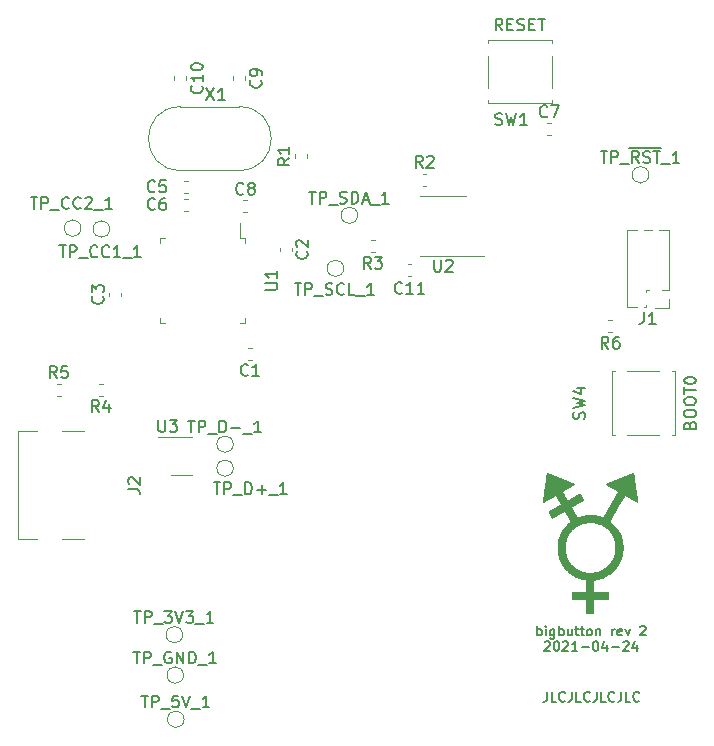
<source format=gbr>
%TF.GenerationSoftware,KiCad,Pcbnew,5.99.0-912657dd23-1*%
%TF.CreationDate,2021-04-24T23:07:36+00:00*%
%TF.ProjectId,bigbutton,62696762-7574-4746-9f6e-2e6b69636164,rev?*%
%TF.SameCoordinates,Original*%
%TF.FileFunction,Legend,Top*%
%TF.FilePolarity,Positive*%
%FSLAX46Y46*%
G04 Gerber Fmt 4.6, Leading zero omitted, Abs format (unit mm)*
G04 Created by KiCad (PCBNEW 5.99.0-912657dd23-1) date 2021-04-24 23:07:36*
%MOMM*%
%LPD*%
G01*
G04 APERTURE LIST*
%ADD10C,0.152400*%
%ADD11C,0.150000*%
%ADD12C,0.120000*%
%ADD13C,0.010000*%
G04 APERTURE END LIST*
D10*
X119988085Y-125773591D02*
X119988085Y-124960791D01*
X119988085Y-125270429D02*
X120065495Y-125231724D01*
X120220314Y-125231724D01*
X120297723Y-125270429D01*
X120336428Y-125309134D01*
X120375133Y-125386543D01*
X120375133Y-125618772D01*
X120336428Y-125696181D01*
X120297723Y-125734886D01*
X120220314Y-125773591D01*
X120065495Y-125773591D01*
X119988085Y-125734886D01*
X120723476Y-125773591D02*
X120723476Y-125231724D01*
X120723476Y-124960791D02*
X120684771Y-124999496D01*
X120723476Y-125038200D01*
X120762180Y-124999496D01*
X120723476Y-124960791D01*
X120723476Y-125038200D01*
X121458866Y-125231724D02*
X121458866Y-125889705D01*
X121420161Y-125967115D01*
X121381457Y-126005819D01*
X121304047Y-126044524D01*
X121187933Y-126044524D01*
X121110523Y-126005819D01*
X121458866Y-125734886D02*
X121381457Y-125773591D01*
X121226638Y-125773591D01*
X121149228Y-125734886D01*
X121110523Y-125696181D01*
X121071819Y-125618772D01*
X121071819Y-125386543D01*
X121110523Y-125309134D01*
X121149228Y-125270429D01*
X121226638Y-125231724D01*
X121381457Y-125231724D01*
X121458866Y-125270429D01*
X121845914Y-125773591D02*
X121845914Y-124960791D01*
X121845914Y-125270429D02*
X121923323Y-125231724D01*
X122078142Y-125231724D01*
X122155552Y-125270429D01*
X122194257Y-125309134D01*
X122232961Y-125386543D01*
X122232961Y-125618772D01*
X122194257Y-125696181D01*
X122155552Y-125734886D01*
X122078142Y-125773591D01*
X121923323Y-125773591D01*
X121845914Y-125734886D01*
X122929647Y-125231724D02*
X122929647Y-125773591D01*
X122581304Y-125231724D02*
X122581304Y-125657476D01*
X122620009Y-125734886D01*
X122697419Y-125773591D01*
X122813533Y-125773591D01*
X122890942Y-125734886D01*
X122929647Y-125696181D01*
X123200580Y-125231724D02*
X123510219Y-125231724D01*
X123316695Y-124960791D02*
X123316695Y-125657476D01*
X123355400Y-125734886D01*
X123432809Y-125773591D01*
X123510219Y-125773591D01*
X123665038Y-125231724D02*
X123974676Y-125231724D01*
X123781152Y-124960791D02*
X123781152Y-125657476D01*
X123819857Y-125734886D01*
X123897266Y-125773591D01*
X123974676Y-125773591D01*
X124361723Y-125773591D02*
X124284314Y-125734886D01*
X124245609Y-125696181D01*
X124206904Y-125618772D01*
X124206904Y-125386543D01*
X124245609Y-125309134D01*
X124284314Y-125270429D01*
X124361723Y-125231724D01*
X124477838Y-125231724D01*
X124555247Y-125270429D01*
X124593952Y-125309134D01*
X124632657Y-125386543D01*
X124632657Y-125618772D01*
X124593952Y-125696181D01*
X124555247Y-125734886D01*
X124477838Y-125773591D01*
X124361723Y-125773591D01*
X124981000Y-125231724D02*
X124981000Y-125773591D01*
X124981000Y-125309134D02*
X125019704Y-125270429D01*
X125097114Y-125231724D01*
X125213228Y-125231724D01*
X125290638Y-125270429D01*
X125329342Y-125347838D01*
X125329342Y-125773591D01*
X126335666Y-125773591D02*
X126335666Y-125231724D01*
X126335666Y-125386543D02*
X126374371Y-125309134D01*
X126413076Y-125270429D01*
X126490485Y-125231724D01*
X126567895Y-125231724D01*
X127148466Y-125734886D02*
X127071057Y-125773591D01*
X126916238Y-125773591D01*
X126838828Y-125734886D01*
X126800123Y-125657476D01*
X126800123Y-125347838D01*
X126838828Y-125270429D01*
X126916238Y-125231724D01*
X127071057Y-125231724D01*
X127148466Y-125270429D01*
X127187171Y-125347838D01*
X127187171Y-125425248D01*
X126800123Y-125502657D01*
X127458104Y-125231724D02*
X127651628Y-125773591D01*
X127845152Y-125231724D01*
X128735361Y-125038200D02*
X128774066Y-124999496D01*
X128851476Y-124960791D01*
X129045000Y-124960791D01*
X129122409Y-124999496D01*
X129161114Y-125038200D01*
X129199819Y-125115610D01*
X129199819Y-125193019D01*
X129161114Y-125309134D01*
X128696657Y-125773591D01*
X129199819Y-125773591D01*
X120626714Y-126346808D02*
X120665419Y-126308104D01*
X120742828Y-126269399D01*
X120936352Y-126269399D01*
X121013761Y-126308104D01*
X121052466Y-126346808D01*
X121091171Y-126424218D01*
X121091171Y-126501627D01*
X121052466Y-126617742D01*
X120588009Y-127082199D01*
X121091171Y-127082199D01*
X121594333Y-126269399D02*
X121671742Y-126269399D01*
X121749152Y-126308104D01*
X121787857Y-126346808D01*
X121826561Y-126424218D01*
X121865266Y-126579037D01*
X121865266Y-126772561D01*
X121826561Y-126927380D01*
X121787857Y-127004789D01*
X121749152Y-127043494D01*
X121671742Y-127082199D01*
X121594333Y-127082199D01*
X121516923Y-127043494D01*
X121478219Y-127004789D01*
X121439514Y-126927380D01*
X121400809Y-126772561D01*
X121400809Y-126579037D01*
X121439514Y-126424218D01*
X121478219Y-126346808D01*
X121516923Y-126308104D01*
X121594333Y-126269399D01*
X122174904Y-126346808D02*
X122213609Y-126308104D01*
X122291019Y-126269399D01*
X122484542Y-126269399D01*
X122561952Y-126308104D01*
X122600657Y-126346808D01*
X122639361Y-126424218D01*
X122639361Y-126501627D01*
X122600657Y-126617742D01*
X122136200Y-127082199D01*
X122639361Y-127082199D01*
X123413457Y-127082199D02*
X122949000Y-127082199D01*
X123181228Y-127082199D02*
X123181228Y-126269399D01*
X123103819Y-126385513D01*
X123026409Y-126462923D01*
X122949000Y-126501627D01*
X123761800Y-126772561D02*
X124381076Y-126772561D01*
X124922942Y-126269399D02*
X125000352Y-126269399D01*
X125077761Y-126308104D01*
X125116466Y-126346808D01*
X125155171Y-126424218D01*
X125193876Y-126579037D01*
X125193876Y-126772561D01*
X125155171Y-126927380D01*
X125116466Y-127004789D01*
X125077761Y-127043494D01*
X125000352Y-127082199D01*
X124922942Y-127082199D01*
X124845533Y-127043494D01*
X124806828Y-127004789D01*
X124768123Y-126927380D01*
X124729419Y-126772561D01*
X124729419Y-126579037D01*
X124768123Y-126424218D01*
X124806828Y-126346808D01*
X124845533Y-126308104D01*
X124922942Y-126269399D01*
X125890561Y-126540332D02*
X125890561Y-127082199D01*
X125697038Y-126230694D02*
X125503514Y-126811265D01*
X126006676Y-126811265D01*
X126316314Y-126772561D02*
X126935590Y-126772561D01*
X127283933Y-126346808D02*
X127322638Y-126308104D01*
X127400047Y-126269399D01*
X127593571Y-126269399D01*
X127670980Y-126308104D01*
X127709685Y-126346808D01*
X127748390Y-126424218D01*
X127748390Y-126501627D01*
X127709685Y-126617742D01*
X127245228Y-127082199D01*
X127748390Y-127082199D01*
X128445076Y-126540332D02*
X128445076Y-127082199D01*
X128251552Y-126230694D02*
X128058028Y-126811265D01*
X128561190Y-126811265D01*
X120845638Y-130554895D02*
X120845638Y-131135466D01*
X120806933Y-131251580D01*
X120729523Y-131328990D01*
X120613409Y-131367695D01*
X120536000Y-131367695D01*
X121619733Y-131367695D02*
X121232685Y-131367695D01*
X121232685Y-130554895D01*
X122355123Y-131290285D02*
X122316419Y-131328990D01*
X122200304Y-131367695D01*
X122122895Y-131367695D01*
X122006780Y-131328990D01*
X121929371Y-131251580D01*
X121890666Y-131174171D01*
X121851961Y-131019352D01*
X121851961Y-130903238D01*
X121890666Y-130748419D01*
X121929371Y-130671009D01*
X122006780Y-130593600D01*
X122122895Y-130554895D01*
X122200304Y-130554895D01*
X122316419Y-130593600D01*
X122355123Y-130632304D01*
X122935695Y-130554895D02*
X122935695Y-131135466D01*
X122896990Y-131251580D01*
X122819580Y-131328990D01*
X122703466Y-131367695D01*
X122626057Y-131367695D01*
X123709790Y-131367695D02*
X123322742Y-131367695D01*
X123322742Y-130554895D01*
X124445180Y-131290285D02*
X124406476Y-131328990D01*
X124290361Y-131367695D01*
X124212952Y-131367695D01*
X124096838Y-131328990D01*
X124019428Y-131251580D01*
X123980723Y-131174171D01*
X123942019Y-131019352D01*
X123942019Y-130903238D01*
X123980723Y-130748419D01*
X124019428Y-130671009D01*
X124096838Y-130593600D01*
X124212952Y-130554895D01*
X124290361Y-130554895D01*
X124406476Y-130593600D01*
X124445180Y-130632304D01*
X125025752Y-130554895D02*
X125025752Y-131135466D01*
X124987047Y-131251580D01*
X124909638Y-131328990D01*
X124793523Y-131367695D01*
X124716114Y-131367695D01*
X125799847Y-131367695D02*
X125412800Y-131367695D01*
X125412800Y-130554895D01*
X126535238Y-131290285D02*
X126496533Y-131328990D01*
X126380419Y-131367695D01*
X126303009Y-131367695D01*
X126186895Y-131328990D01*
X126109485Y-131251580D01*
X126070780Y-131174171D01*
X126032076Y-131019352D01*
X126032076Y-130903238D01*
X126070780Y-130748419D01*
X126109485Y-130671009D01*
X126186895Y-130593600D01*
X126303009Y-130554895D01*
X126380419Y-130554895D01*
X126496533Y-130593600D01*
X126535238Y-130632304D01*
X127115809Y-130554895D02*
X127115809Y-131135466D01*
X127077104Y-131251580D01*
X126999695Y-131328990D01*
X126883580Y-131367695D01*
X126806171Y-131367695D01*
X127889904Y-131367695D02*
X127502857Y-131367695D01*
X127502857Y-130554895D01*
X128625295Y-131290285D02*
X128586590Y-131328990D01*
X128470476Y-131367695D01*
X128393066Y-131367695D01*
X128276952Y-131328990D01*
X128199542Y-131251580D01*
X128160838Y-131174171D01*
X128122133Y-131019352D01*
X128122133Y-130903238D01*
X128160838Y-130748419D01*
X128199542Y-130671009D01*
X128276952Y-130593600D01*
X128393066Y-130554895D01*
X128470476Y-130554895D01*
X128586590Y-130593600D01*
X128625295Y-130632304D01*
D11*
%TO.C,C1*%
X95515133Y-103691942D02*
X95467514Y-103739561D01*
X95324657Y-103787180D01*
X95229419Y-103787180D01*
X95086561Y-103739561D01*
X94991323Y-103644323D01*
X94943704Y-103549085D01*
X94896085Y-103358609D01*
X94896085Y-103215752D01*
X94943704Y-103025276D01*
X94991323Y-102930038D01*
X95086561Y-102834800D01*
X95229419Y-102787180D01*
X95324657Y-102787180D01*
X95467514Y-102834800D01*
X95515133Y-102882419D01*
X96467514Y-103787180D02*
X95896085Y-103787180D01*
X96181800Y-103787180D02*
X96181800Y-102787180D01*
X96086561Y-102930038D01*
X95991323Y-103025276D01*
X95896085Y-103072895D01*
%TO.C,C2*%
X100491542Y-93257666D02*
X100539161Y-93305285D01*
X100586780Y-93448142D01*
X100586780Y-93543380D01*
X100539161Y-93686238D01*
X100443923Y-93781476D01*
X100348685Y-93829095D01*
X100158209Y-93876714D01*
X100015352Y-93876714D01*
X99824876Y-93829095D01*
X99729638Y-93781476D01*
X99634400Y-93686238D01*
X99586780Y-93543380D01*
X99586780Y-93448142D01*
X99634400Y-93305285D01*
X99682019Y-93257666D01*
X99682019Y-92876714D02*
X99634400Y-92829095D01*
X99586780Y-92733857D01*
X99586780Y-92495761D01*
X99634400Y-92400523D01*
X99682019Y-92352904D01*
X99777257Y-92305285D01*
X99872495Y-92305285D01*
X100015352Y-92352904D01*
X100586780Y-92924333D01*
X100586780Y-92305285D01*
%TO.C,C5*%
X87633333Y-88157142D02*
X87585714Y-88204761D01*
X87442857Y-88252380D01*
X87347619Y-88252380D01*
X87204761Y-88204761D01*
X87109523Y-88109523D01*
X87061904Y-88014285D01*
X87014285Y-87823809D01*
X87014285Y-87680952D01*
X87061904Y-87490476D01*
X87109523Y-87395238D01*
X87204761Y-87300000D01*
X87347619Y-87252380D01*
X87442857Y-87252380D01*
X87585714Y-87300000D01*
X87633333Y-87347619D01*
X88538095Y-87252380D02*
X88061904Y-87252380D01*
X88014285Y-87728571D01*
X88061904Y-87680952D01*
X88157142Y-87633333D01*
X88395238Y-87633333D01*
X88490476Y-87680952D01*
X88538095Y-87728571D01*
X88585714Y-87823809D01*
X88585714Y-88061904D01*
X88538095Y-88157142D01*
X88490476Y-88204761D01*
X88395238Y-88252380D01*
X88157142Y-88252380D01*
X88061904Y-88204761D01*
X88014285Y-88157142D01*
%TO.C,C6*%
X87633333Y-89657142D02*
X87585714Y-89704761D01*
X87442857Y-89752380D01*
X87347619Y-89752380D01*
X87204761Y-89704761D01*
X87109523Y-89609523D01*
X87061904Y-89514285D01*
X87014285Y-89323809D01*
X87014285Y-89180952D01*
X87061904Y-88990476D01*
X87109523Y-88895238D01*
X87204761Y-88800000D01*
X87347619Y-88752380D01*
X87442857Y-88752380D01*
X87585714Y-88800000D01*
X87633333Y-88847619D01*
X88490476Y-88752380D02*
X88300000Y-88752380D01*
X88204761Y-88800000D01*
X88157142Y-88847619D01*
X88061904Y-88990476D01*
X88014285Y-89180952D01*
X88014285Y-89561904D01*
X88061904Y-89657142D01*
X88109523Y-89704761D01*
X88204761Y-89752380D01*
X88395238Y-89752380D01*
X88490476Y-89704761D01*
X88538095Y-89657142D01*
X88585714Y-89561904D01*
X88585714Y-89323809D01*
X88538095Y-89228571D01*
X88490476Y-89180952D01*
X88395238Y-89133333D01*
X88204761Y-89133333D01*
X88109523Y-89180952D01*
X88061904Y-89228571D01*
X88014285Y-89323809D01*
%TO.C,C7*%
X120850333Y-81807342D02*
X120802714Y-81854961D01*
X120659857Y-81902580D01*
X120564619Y-81902580D01*
X120421761Y-81854961D01*
X120326523Y-81759723D01*
X120278904Y-81664485D01*
X120231285Y-81474009D01*
X120231285Y-81331152D01*
X120278904Y-81140676D01*
X120326523Y-81045438D01*
X120421761Y-80950200D01*
X120564619Y-80902580D01*
X120659857Y-80902580D01*
X120802714Y-80950200D01*
X120850333Y-80997819D01*
X121183666Y-80902580D02*
X121850333Y-80902580D01*
X121421761Y-81902580D01*
%TO.C,C8*%
X95133333Y-88357142D02*
X95085714Y-88404761D01*
X94942857Y-88452380D01*
X94847619Y-88452380D01*
X94704761Y-88404761D01*
X94609523Y-88309523D01*
X94561904Y-88214285D01*
X94514285Y-88023809D01*
X94514285Y-87880952D01*
X94561904Y-87690476D01*
X94609523Y-87595238D01*
X94704761Y-87500000D01*
X94847619Y-87452380D01*
X94942857Y-87452380D01*
X95085714Y-87500000D01*
X95133333Y-87547619D01*
X95704761Y-87880952D02*
X95609523Y-87833333D01*
X95561904Y-87785714D01*
X95514285Y-87690476D01*
X95514285Y-87642857D01*
X95561904Y-87547619D01*
X95609523Y-87500000D01*
X95704761Y-87452380D01*
X95895238Y-87452380D01*
X95990476Y-87500000D01*
X96038095Y-87547619D01*
X96085714Y-87642857D01*
X96085714Y-87690476D01*
X96038095Y-87785714D01*
X95990476Y-87833333D01*
X95895238Y-87880952D01*
X95704761Y-87880952D01*
X95609523Y-87928571D01*
X95561904Y-87976190D01*
X95514285Y-88071428D01*
X95514285Y-88261904D01*
X95561904Y-88357142D01*
X95609523Y-88404761D01*
X95704761Y-88452380D01*
X95895238Y-88452380D01*
X95990476Y-88404761D01*
X96038095Y-88357142D01*
X96085714Y-88261904D01*
X96085714Y-88071428D01*
X96038095Y-87976190D01*
X95990476Y-87928571D01*
X95895238Y-87880952D01*
%TO.C,C11*%
X108551742Y-96757142D02*
X108504123Y-96804761D01*
X108361266Y-96852380D01*
X108266028Y-96852380D01*
X108123171Y-96804761D01*
X108027933Y-96709523D01*
X107980314Y-96614285D01*
X107932695Y-96423809D01*
X107932695Y-96280952D01*
X107980314Y-96090476D01*
X108027933Y-95995238D01*
X108123171Y-95900000D01*
X108266028Y-95852380D01*
X108361266Y-95852380D01*
X108504123Y-95900000D01*
X108551742Y-95947619D01*
X109504123Y-96852380D02*
X108932695Y-96852380D01*
X109218409Y-96852380D02*
X109218409Y-95852380D01*
X109123171Y-95995238D01*
X109027933Y-96090476D01*
X108932695Y-96138095D01*
X110456504Y-96852380D02*
X109885076Y-96852380D01*
X110170790Y-96852380D02*
X110170790Y-95852380D01*
X110075552Y-95995238D01*
X109980314Y-96090476D01*
X109885076Y-96138095D01*
%TO.C,R1*%
X99022380Y-85366666D02*
X98546190Y-85700000D01*
X99022380Y-85938095D02*
X98022380Y-85938095D01*
X98022380Y-85557142D01*
X98070000Y-85461904D01*
X98117619Y-85414285D01*
X98212857Y-85366666D01*
X98355714Y-85366666D01*
X98450952Y-85414285D01*
X98498571Y-85461904D01*
X98546190Y-85557142D01*
X98546190Y-85938095D01*
X99022380Y-84414285D02*
X99022380Y-84985714D01*
X99022380Y-84700000D02*
X98022380Y-84700000D01*
X98165238Y-84795238D01*
X98260476Y-84890476D01*
X98308095Y-84985714D01*
%TO.C,R2*%
X110297933Y-86152380D02*
X109964600Y-85676190D01*
X109726504Y-86152380D02*
X109726504Y-85152380D01*
X110107457Y-85152380D01*
X110202695Y-85200000D01*
X110250314Y-85247619D01*
X110297933Y-85342857D01*
X110297933Y-85485714D01*
X110250314Y-85580952D01*
X110202695Y-85628571D01*
X110107457Y-85676190D01*
X109726504Y-85676190D01*
X110678885Y-85247619D02*
X110726504Y-85200000D01*
X110821742Y-85152380D01*
X111059838Y-85152380D01*
X111155076Y-85200000D01*
X111202695Y-85247619D01*
X111250314Y-85342857D01*
X111250314Y-85438095D01*
X111202695Y-85580952D01*
X110631266Y-86152380D01*
X111250314Y-86152380D01*
%TO.C,R3*%
X105903733Y-94719380D02*
X105570400Y-94243190D01*
X105332304Y-94719380D02*
X105332304Y-93719380D01*
X105713257Y-93719380D01*
X105808495Y-93767000D01*
X105856114Y-93814619D01*
X105903733Y-93909857D01*
X105903733Y-94052714D01*
X105856114Y-94147952D01*
X105808495Y-94195571D01*
X105713257Y-94243190D01*
X105332304Y-94243190D01*
X106237066Y-93719380D02*
X106856114Y-93719380D01*
X106522780Y-94100333D01*
X106665638Y-94100333D01*
X106760876Y-94147952D01*
X106808495Y-94195571D01*
X106856114Y-94290809D01*
X106856114Y-94528904D01*
X106808495Y-94624142D01*
X106760876Y-94671761D01*
X106665638Y-94719380D01*
X106379923Y-94719380D01*
X106284685Y-94671761D01*
X106237066Y-94624142D01*
%TO.C,R4*%
X82902733Y-106860580D02*
X82569400Y-106384390D01*
X82331304Y-106860580D02*
X82331304Y-105860580D01*
X82712257Y-105860580D01*
X82807495Y-105908200D01*
X82855114Y-105955819D01*
X82902733Y-106051057D01*
X82902733Y-106193914D01*
X82855114Y-106289152D01*
X82807495Y-106336771D01*
X82712257Y-106384390D01*
X82331304Y-106384390D01*
X83759876Y-106193914D02*
X83759876Y-106860580D01*
X83521780Y-105812961D02*
X83283685Y-106527247D01*
X83902733Y-106527247D01*
%TO.C,R5*%
X79321333Y-103975180D02*
X78988000Y-103498990D01*
X78749904Y-103975180D02*
X78749904Y-102975180D01*
X79130857Y-102975180D01*
X79226095Y-103022800D01*
X79273714Y-103070419D01*
X79321333Y-103165657D01*
X79321333Y-103308514D01*
X79273714Y-103403752D01*
X79226095Y-103451371D01*
X79130857Y-103498990D01*
X78749904Y-103498990D01*
X80226095Y-102975180D02*
X79749904Y-102975180D01*
X79702285Y-103451371D01*
X79749904Y-103403752D01*
X79845142Y-103356133D01*
X80083238Y-103356133D01*
X80178476Y-103403752D01*
X80226095Y-103451371D01*
X80273714Y-103546609D01*
X80273714Y-103784704D01*
X80226095Y-103879942D01*
X80178476Y-103927561D01*
X80083238Y-103975180D01*
X79845142Y-103975180D01*
X79749904Y-103927561D01*
X79702285Y-103879942D01*
%TO.C,SW1*%
X116466666Y-82504761D02*
X116609523Y-82552380D01*
X116847619Y-82552380D01*
X116942857Y-82504761D01*
X116990476Y-82457142D01*
X117038095Y-82361904D01*
X117038095Y-82266666D01*
X116990476Y-82171428D01*
X116942857Y-82123809D01*
X116847619Y-82076190D01*
X116657142Y-82028571D01*
X116561904Y-81980952D01*
X116514285Y-81933333D01*
X116466666Y-81838095D01*
X116466666Y-81742857D01*
X116514285Y-81647619D01*
X116561904Y-81600000D01*
X116657142Y-81552380D01*
X116895238Y-81552380D01*
X117038095Y-81600000D01*
X117371428Y-81552380D02*
X117609523Y-82552380D01*
X117800000Y-81838095D01*
X117990476Y-82552380D01*
X118228571Y-81552380D01*
X119133333Y-82552380D02*
X118561904Y-82552380D01*
X118847619Y-82552380D02*
X118847619Y-81552380D01*
X118752380Y-81695238D01*
X118657142Y-81790476D01*
X118561904Y-81838095D01*
X117047619Y-74552380D02*
X116714285Y-74076190D01*
X116476190Y-74552380D02*
X116476190Y-73552380D01*
X116857142Y-73552380D01*
X116952380Y-73600000D01*
X117000000Y-73647619D01*
X117047619Y-73742857D01*
X117047619Y-73885714D01*
X117000000Y-73980952D01*
X116952380Y-74028571D01*
X116857142Y-74076190D01*
X116476190Y-74076190D01*
X117476190Y-74028571D02*
X117809523Y-74028571D01*
X117952380Y-74552380D02*
X117476190Y-74552380D01*
X117476190Y-73552380D01*
X117952380Y-73552380D01*
X118333333Y-74504761D02*
X118476190Y-74552380D01*
X118714285Y-74552380D01*
X118809523Y-74504761D01*
X118857142Y-74457142D01*
X118904761Y-74361904D01*
X118904761Y-74266666D01*
X118857142Y-74171428D01*
X118809523Y-74123809D01*
X118714285Y-74076190D01*
X118523809Y-74028571D01*
X118428571Y-73980952D01*
X118380952Y-73933333D01*
X118333333Y-73838095D01*
X118333333Y-73742857D01*
X118380952Y-73647619D01*
X118428571Y-73600000D01*
X118523809Y-73552380D01*
X118761904Y-73552380D01*
X118904761Y-73600000D01*
X119333333Y-74028571D02*
X119666666Y-74028571D01*
X119809523Y-74552380D02*
X119333333Y-74552380D01*
X119333333Y-73552380D01*
X119809523Y-73552380D01*
X120095238Y-73552380D02*
X120666666Y-73552380D01*
X120380952Y-74552380D02*
X120380952Y-73552380D01*
%TO.C,TP_3V3_1*%
X85876238Y-123708980D02*
X86447666Y-123708980D01*
X86161952Y-124708980D02*
X86161952Y-123708980D01*
X86781000Y-124708980D02*
X86781000Y-123708980D01*
X87161952Y-123708980D01*
X87257190Y-123756600D01*
X87304809Y-123804219D01*
X87352428Y-123899457D01*
X87352428Y-124042314D01*
X87304809Y-124137552D01*
X87257190Y-124185171D01*
X87161952Y-124232790D01*
X86781000Y-124232790D01*
X87542904Y-124804219D02*
X88304809Y-124804219D01*
X88447666Y-123708980D02*
X89066714Y-123708980D01*
X88733380Y-124089933D01*
X88876238Y-124089933D01*
X88971476Y-124137552D01*
X89019095Y-124185171D01*
X89066714Y-124280409D01*
X89066714Y-124518504D01*
X89019095Y-124613742D01*
X88971476Y-124661361D01*
X88876238Y-124708980D01*
X88590523Y-124708980D01*
X88495285Y-124661361D01*
X88447666Y-124613742D01*
X89352428Y-123708980D02*
X89685761Y-124708980D01*
X90019095Y-123708980D01*
X90257190Y-123708980D02*
X90876238Y-123708980D01*
X90542904Y-124089933D01*
X90685761Y-124089933D01*
X90781000Y-124137552D01*
X90828619Y-124185171D01*
X90876238Y-124280409D01*
X90876238Y-124518504D01*
X90828619Y-124613742D01*
X90781000Y-124661361D01*
X90685761Y-124708980D01*
X90400047Y-124708980D01*
X90304809Y-124661361D01*
X90257190Y-124613742D01*
X91066714Y-124804219D02*
X91828619Y-124804219D01*
X92590523Y-124708980D02*
X92019095Y-124708980D01*
X92304809Y-124708980D02*
X92304809Y-123708980D01*
X92209571Y-123851838D01*
X92114333Y-123947076D01*
X92019095Y-123994695D01*
%TO.C,TP_5V_1*%
X86479428Y-130871780D02*
X87050857Y-130871780D01*
X86765142Y-131871780D02*
X86765142Y-130871780D01*
X87384190Y-131871780D02*
X87384190Y-130871780D01*
X87765142Y-130871780D01*
X87860380Y-130919400D01*
X87908000Y-130967019D01*
X87955619Y-131062257D01*
X87955619Y-131205114D01*
X87908000Y-131300352D01*
X87860380Y-131347971D01*
X87765142Y-131395590D01*
X87384190Y-131395590D01*
X88146095Y-131967019D02*
X88908000Y-131967019D01*
X89622285Y-130871780D02*
X89146095Y-130871780D01*
X89098476Y-131347971D01*
X89146095Y-131300352D01*
X89241333Y-131252733D01*
X89479428Y-131252733D01*
X89574666Y-131300352D01*
X89622285Y-131347971D01*
X89669904Y-131443209D01*
X89669904Y-131681304D01*
X89622285Y-131776542D01*
X89574666Y-131824161D01*
X89479428Y-131871780D01*
X89241333Y-131871780D01*
X89146095Y-131824161D01*
X89098476Y-131776542D01*
X89955619Y-130871780D02*
X90288952Y-131871780D01*
X90622285Y-130871780D01*
X90717523Y-131967019D02*
X91479428Y-131967019D01*
X92241333Y-131871780D02*
X91669904Y-131871780D01*
X91955619Y-131871780D02*
X91955619Y-130871780D01*
X91860380Y-131014638D01*
X91765142Y-131109876D01*
X91669904Y-131157495D01*
%TO.C,TP_CC1_1*%
X79532600Y-92746580D02*
X80104028Y-92746580D01*
X79818314Y-93746580D02*
X79818314Y-92746580D01*
X80437361Y-93746580D02*
X80437361Y-92746580D01*
X80818314Y-92746580D01*
X80913552Y-92794200D01*
X80961171Y-92841819D01*
X81008790Y-92937057D01*
X81008790Y-93079914D01*
X80961171Y-93175152D01*
X80913552Y-93222771D01*
X80818314Y-93270390D01*
X80437361Y-93270390D01*
X81199266Y-93841819D02*
X81961171Y-93841819D01*
X82770695Y-93651342D02*
X82723076Y-93698961D01*
X82580219Y-93746580D01*
X82484980Y-93746580D01*
X82342123Y-93698961D01*
X82246885Y-93603723D01*
X82199266Y-93508485D01*
X82151647Y-93318009D01*
X82151647Y-93175152D01*
X82199266Y-92984676D01*
X82246885Y-92889438D01*
X82342123Y-92794200D01*
X82484980Y-92746580D01*
X82580219Y-92746580D01*
X82723076Y-92794200D01*
X82770695Y-92841819D01*
X83770695Y-93651342D02*
X83723076Y-93698961D01*
X83580219Y-93746580D01*
X83484980Y-93746580D01*
X83342123Y-93698961D01*
X83246885Y-93603723D01*
X83199266Y-93508485D01*
X83151647Y-93318009D01*
X83151647Y-93175152D01*
X83199266Y-92984676D01*
X83246885Y-92889438D01*
X83342123Y-92794200D01*
X83484980Y-92746580D01*
X83580219Y-92746580D01*
X83723076Y-92794200D01*
X83770695Y-92841819D01*
X84723076Y-93746580D02*
X84151647Y-93746580D01*
X84437361Y-93746580D02*
X84437361Y-92746580D01*
X84342123Y-92889438D01*
X84246885Y-92984676D01*
X84151647Y-93032295D01*
X84913552Y-93841819D02*
X85675457Y-93841819D01*
X86437361Y-93746580D02*
X85865933Y-93746580D01*
X86151647Y-93746580D02*
X86151647Y-92746580D01*
X86056409Y-92889438D01*
X85961171Y-92984676D01*
X85865933Y-93032295D01*
%TO.C,TP_CC2_1*%
X77119600Y-88657180D02*
X77691028Y-88657180D01*
X77405314Y-89657180D02*
X77405314Y-88657180D01*
X78024361Y-89657180D02*
X78024361Y-88657180D01*
X78405314Y-88657180D01*
X78500552Y-88704800D01*
X78548171Y-88752419D01*
X78595790Y-88847657D01*
X78595790Y-88990514D01*
X78548171Y-89085752D01*
X78500552Y-89133371D01*
X78405314Y-89180990D01*
X78024361Y-89180990D01*
X78786266Y-89752419D02*
X79548171Y-89752419D01*
X80357695Y-89561942D02*
X80310076Y-89609561D01*
X80167219Y-89657180D01*
X80071980Y-89657180D01*
X79929123Y-89609561D01*
X79833885Y-89514323D01*
X79786266Y-89419085D01*
X79738647Y-89228609D01*
X79738647Y-89085752D01*
X79786266Y-88895276D01*
X79833885Y-88800038D01*
X79929123Y-88704800D01*
X80071980Y-88657180D01*
X80167219Y-88657180D01*
X80310076Y-88704800D01*
X80357695Y-88752419D01*
X81357695Y-89561942D02*
X81310076Y-89609561D01*
X81167219Y-89657180D01*
X81071980Y-89657180D01*
X80929123Y-89609561D01*
X80833885Y-89514323D01*
X80786266Y-89419085D01*
X80738647Y-89228609D01*
X80738647Y-89085752D01*
X80786266Y-88895276D01*
X80833885Y-88800038D01*
X80929123Y-88704800D01*
X81071980Y-88657180D01*
X81167219Y-88657180D01*
X81310076Y-88704800D01*
X81357695Y-88752419D01*
X81738647Y-88752419D02*
X81786266Y-88704800D01*
X81881504Y-88657180D01*
X82119600Y-88657180D01*
X82214838Y-88704800D01*
X82262457Y-88752419D01*
X82310076Y-88847657D01*
X82310076Y-88942895D01*
X82262457Y-89085752D01*
X81691028Y-89657180D01*
X82310076Y-89657180D01*
X82500552Y-89752419D02*
X83262457Y-89752419D01*
X84024361Y-89657180D02*
X83452933Y-89657180D01*
X83738647Y-89657180D02*
X83738647Y-88657180D01*
X83643409Y-88800038D01*
X83548171Y-88895276D01*
X83452933Y-88942895D01*
%TO.C,TP_D-_1*%
X90430742Y-107579980D02*
X91002171Y-107579980D01*
X90716457Y-108579980D02*
X90716457Y-107579980D01*
X91335504Y-108579980D02*
X91335504Y-107579980D01*
X91716457Y-107579980D01*
X91811695Y-107627600D01*
X91859314Y-107675219D01*
X91906933Y-107770457D01*
X91906933Y-107913314D01*
X91859314Y-108008552D01*
X91811695Y-108056171D01*
X91716457Y-108103790D01*
X91335504Y-108103790D01*
X92097409Y-108675219D02*
X92859314Y-108675219D01*
X93097409Y-108579980D02*
X93097409Y-107579980D01*
X93335504Y-107579980D01*
X93478361Y-107627600D01*
X93573600Y-107722838D01*
X93621219Y-107818076D01*
X93668838Y-108008552D01*
X93668838Y-108151409D01*
X93621219Y-108341885D01*
X93573600Y-108437123D01*
X93478361Y-108532361D01*
X93335504Y-108579980D01*
X93097409Y-108579980D01*
X94097409Y-108199028D02*
X94859314Y-108199028D01*
X95097409Y-108675219D02*
X95859314Y-108675219D01*
X96621219Y-108579980D02*
X96049790Y-108579980D01*
X96335504Y-108579980D02*
X96335504Y-107579980D01*
X96240266Y-107722838D01*
X96145028Y-107818076D01*
X96049790Y-107865695D01*
%TO.C,TP_GND_1*%
X85809580Y-127137980D02*
X86381009Y-127137980D01*
X86095295Y-128137980D02*
X86095295Y-127137980D01*
X86714342Y-128137980D02*
X86714342Y-127137980D01*
X87095295Y-127137980D01*
X87190533Y-127185600D01*
X87238152Y-127233219D01*
X87285771Y-127328457D01*
X87285771Y-127471314D01*
X87238152Y-127566552D01*
X87190533Y-127614171D01*
X87095295Y-127661790D01*
X86714342Y-127661790D01*
X87476247Y-128233219D02*
X88238152Y-128233219D01*
X89000057Y-127185600D02*
X88904819Y-127137980D01*
X88761961Y-127137980D01*
X88619104Y-127185600D01*
X88523866Y-127280838D01*
X88476247Y-127376076D01*
X88428628Y-127566552D01*
X88428628Y-127709409D01*
X88476247Y-127899885D01*
X88523866Y-127995123D01*
X88619104Y-128090361D01*
X88761961Y-128137980D01*
X88857200Y-128137980D01*
X89000057Y-128090361D01*
X89047676Y-128042742D01*
X89047676Y-127709409D01*
X88857200Y-127709409D01*
X89476247Y-128137980D02*
X89476247Y-127137980D01*
X90047676Y-128137980D01*
X90047676Y-127137980D01*
X90523866Y-128137980D02*
X90523866Y-127137980D01*
X90761961Y-127137980D01*
X90904819Y-127185600D01*
X91000057Y-127280838D01*
X91047676Y-127376076D01*
X91095295Y-127566552D01*
X91095295Y-127709409D01*
X91047676Y-127899885D01*
X91000057Y-127995123D01*
X90904819Y-128090361D01*
X90761961Y-128137980D01*
X90523866Y-128137980D01*
X91285771Y-128233219D02*
X92047676Y-128233219D01*
X92809580Y-128137980D02*
X92238152Y-128137980D01*
X92523866Y-128137980D02*
X92523866Y-127137980D01*
X92428628Y-127280838D01*
X92333390Y-127376076D01*
X92238152Y-127423695D01*
%TO.C,TP_SCL_1*%
X99465238Y-95946980D02*
X100036666Y-95946980D01*
X99750952Y-96946980D02*
X99750952Y-95946980D01*
X100370000Y-96946980D02*
X100370000Y-95946980D01*
X100750952Y-95946980D01*
X100846190Y-95994600D01*
X100893809Y-96042219D01*
X100941428Y-96137457D01*
X100941428Y-96280314D01*
X100893809Y-96375552D01*
X100846190Y-96423171D01*
X100750952Y-96470790D01*
X100370000Y-96470790D01*
X101131904Y-97042219D02*
X101893809Y-97042219D01*
X102084285Y-96899361D02*
X102227142Y-96946980D01*
X102465238Y-96946980D01*
X102560476Y-96899361D01*
X102608095Y-96851742D01*
X102655714Y-96756504D01*
X102655714Y-96661266D01*
X102608095Y-96566028D01*
X102560476Y-96518409D01*
X102465238Y-96470790D01*
X102274761Y-96423171D01*
X102179523Y-96375552D01*
X102131904Y-96327933D01*
X102084285Y-96232695D01*
X102084285Y-96137457D01*
X102131904Y-96042219D01*
X102179523Y-95994600D01*
X102274761Y-95946980D01*
X102512857Y-95946980D01*
X102655714Y-95994600D01*
X103655714Y-96851742D02*
X103608095Y-96899361D01*
X103465238Y-96946980D01*
X103370000Y-96946980D01*
X103227142Y-96899361D01*
X103131904Y-96804123D01*
X103084285Y-96708885D01*
X103036666Y-96518409D01*
X103036666Y-96375552D01*
X103084285Y-96185076D01*
X103131904Y-96089838D01*
X103227142Y-95994600D01*
X103370000Y-95946980D01*
X103465238Y-95946980D01*
X103608095Y-95994600D01*
X103655714Y-96042219D01*
X104560476Y-96946980D02*
X104084285Y-96946980D01*
X104084285Y-95946980D01*
X104655714Y-97042219D02*
X105417619Y-97042219D01*
X106179523Y-96946980D02*
X105608095Y-96946980D01*
X105893809Y-96946980D02*
X105893809Y-95946980D01*
X105798571Y-96089838D01*
X105703333Y-96185076D01*
X105608095Y-96232695D01*
%TO.C,TP_SDA_1*%
X100671428Y-88204380D02*
X101242857Y-88204380D01*
X100957142Y-89204380D02*
X100957142Y-88204380D01*
X101576190Y-89204380D02*
X101576190Y-88204380D01*
X101957142Y-88204380D01*
X102052380Y-88252000D01*
X102100000Y-88299619D01*
X102147619Y-88394857D01*
X102147619Y-88537714D01*
X102100000Y-88632952D01*
X102052380Y-88680571D01*
X101957142Y-88728190D01*
X101576190Y-88728190D01*
X102338095Y-89299619D02*
X103100000Y-89299619D01*
X103290476Y-89156761D02*
X103433333Y-89204380D01*
X103671428Y-89204380D01*
X103766666Y-89156761D01*
X103814285Y-89109142D01*
X103861904Y-89013904D01*
X103861904Y-88918666D01*
X103814285Y-88823428D01*
X103766666Y-88775809D01*
X103671428Y-88728190D01*
X103480952Y-88680571D01*
X103385714Y-88632952D01*
X103338095Y-88585333D01*
X103290476Y-88490095D01*
X103290476Y-88394857D01*
X103338095Y-88299619D01*
X103385714Y-88252000D01*
X103480952Y-88204380D01*
X103719047Y-88204380D01*
X103861904Y-88252000D01*
X104290476Y-89204380D02*
X104290476Y-88204380D01*
X104528571Y-88204380D01*
X104671428Y-88252000D01*
X104766666Y-88347238D01*
X104814285Y-88442476D01*
X104861904Y-88632952D01*
X104861904Y-88775809D01*
X104814285Y-88966285D01*
X104766666Y-89061523D01*
X104671428Y-89156761D01*
X104528571Y-89204380D01*
X104290476Y-89204380D01*
X105242857Y-88918666D02*
X105719047Y-88918666D01*
X105147619Y-89204380D02*
X105480952Y-88204380D01*
X105814285Y-89204380D01*
X105909523Y-89299619D02*
X106671428Y-89299619D01*
X107433333Y-89204380D02*
X106861904Y-89204380D01*
X107147619Y-89204380D02*
X107147619Y-88204380D01*
X107052380Y-88347238D01*
X106957142Y-88442476D01*
X106861904Y-88490095D01*
%TO.C,TP_~RST~_1*%
X125371647Y-84770780D02*
X125943076Y-84770780D01*
X125657361Y-85770780D02*
X125657361Y-84770780D01*
X126276409Y-85770780D02*
X126276409Y-84770780D01*
X126657361Y-84770780D01*
X126752600Y-84818400D01*
X126800219Y-84866019D01*
X126847838Y-84961257D01*
X126847838Y-85104114D01*
X126800219Y-85199352D01*
X126752600Y-85246971D01*
X126657361Y-85294590D01*
X126276409Y-85294590D01*
X127038314Y-85866019D02*
X127800219Y-85866019D01*
X127800219Y-84488400D02*
X128800219Y-84488400D01*
X128609742Y-85770780D02*
X128276409Y-85294590D01*
X128038314Y-85770780D02*
X128038314Y-84770780D01*
X128419266Y-84770780D01*
X128514504Y-84818400D01*
X128562123Y-84866019D01*
X128609742Y-84961257D01*
X128609742Y-85104114D01*
X128562123Y-85199352D01*
X128514504Y-85246971D01*
X128419266Y-85294590D01*
X128038314Y-85294590D01*
X128800219Y-84488400D02*
X129752600Y-84488400D01*
X128990695Y-85723161D02*
X129133552Y-85770780D01*
X129371647Y-85770780D01*
X129466885Y-85723161D01*
X129514504Y-85675542D01*
X129562123Y-85580304D01*
X129562123Y-85485066D01*
X129514504Y-85389828D01*
X129466885Y-85342209D01*
X129371647Y-85294590D01*
X129181171Y-85246971D01*
X129085933Y-85199352D01*
X129038314Y-85151733D01*
X128990695Y-85056495D01*
X128990695Y-84961257D01*
X129038314Y-84866019D01*
X129085933Y-84818400D01*
X129181171Y-84770780D01*
X129419266Y-84770780D01*
X129562123Y-84818400D01*
X129752600Y-84488400D02*
X130514504Y-84488400D01*
X129847838Y-84770780D02*
X130419266Y-84770780D01*
X130133552Y-85770780D02*
X130133552Y-84770780D01*
X130514504Y-85866019D02*
X131276409Y-85866019D01*
X132038314Y-85770780D02*
X131466885Y-85770780D01*
X131752600Y-85770780D02*
X131752600Y-84770780D01*
X131657361Y-84913638D01*
X131562123Y-85008876D01*
X131466885Y-85056495D01*
%TO.C,U2*%
X111277495Y-93962180D02*
X111277495Y-94771704D01*
X111325114Y-94866942D01*
X111372733Y-94914561D01*
X111467971Y-94962180D01*
X111658447Y-94962180D01*
X111753685Y-94914561D01*
X111801304Y-94866942D01*
X111848923Y-94771704D01*
X111848923Y-93962180D01*
X112277495Y-94057419D02*
X112325114Y-94009800D01*
X112420352Y-93962180D01*
X112658447Y-93962180D01*
X112753685Y-94009800D01*
X112801304Y-94057419D01*
X112848923Y-94152657D01*
X112848923Y-94247895D01*
X112801304Y-94390752D01*
X112229876Y-94962180D01*
X112848923Y-94962180D01*
%TO.C,U3*%
X87934895Y-107529380D02*
X87934895Y-108338904D01*
X87982514Y-108434142D01*
X88030133Y-108481761D01*
X88125371Y-108529380D01*
X88315847Y-108529380D01*
X88411085Y-108481761D01*
X88458704Y-108434142D01*
X88506323Y-108338904D01*
X88506323Y-107529380D01*
X88887276Y-107529380D02*
X89506323Y-107529380D01*
X89172990Y-107910333D01*
X89315847Y-107910333D01*
X89411085Y-107957952D01*
X89458704Y-108005571D01*
X89506323Y-108100809D01*
X89506323Y-108338904D01*
X89458704Y-108434142D01*
X89411085Y-108481761D01*
X89315847Y-108529380D01*
X89030133Y-108529380D01*
X88934895Y-108481761D01*
X88887276Y-108434142D01*
%TO.C,X1*%
X91990476Y-79452380D02*
X92657142Y-80452380D01*
X92657142Y-79452380D02*
X91990476Y-80452380D01*
X93561904Y-80452380D02*
X92990476Y-80452380D01*
X93276190Y-80452380D02*
X93276190Y-79452380D01*
X93180952Y-79595238D01*
X93085714Y-79690476D01*
X92990476Y-79738095D01*
%TO.C,J2*%
X85374180Y-113388733D02*
X86088466Y-113388733D01*
X86231323Y-113436352D01*
X86326561Y-113531590D01*
X86374180Y-113674447D01*
X86374180Y-113769685D01*
X85469419Y-112960161D02*
X85421800Y-112912542D01*
X85374180Y-112817304D01*
X85374180Y-112579209D01*
X85421800Y-112483971D01*
X85469419Y-112436352D01*
X85564657Y-112388733D01*
X85659895Y-112388733D01*
X85802752Y-112436352D01*
X86374180Y-113007780D01*
X86374180Y-112388733D01*
%TO.C,C9*%
X96579942Y-78766666D02*
X96627561Y-78814285D01*
X96675180Y-78957142D01*
X96675180Y-79052380D01*
X96627561Y-79195238D01*
X96532323Y-79290476D01*
X96437085Y-79338095D01*
X96246609Y-79385714D01*
X96103752Y-79385714D01*
X95913276Y-79338095D01*
X95818038Y-79290476D01*
X95722800Y-79195238D01*
X95675180Y-79052380D01*
X95675180Y-78957142D01*
X95722800Y-78814285D01*
X95770419Y-78766666D01*
X96675180Y-78290476D02*
X96675180Y-78100000D01*
X96627561Y-78004761D01*
X96579942Y-77957142D01*
X96437085Y-77861904D01*
X96246609Y-77814285D01*
X95865657Y-77814285D01*
X95770419Y-77861904D01*
X95722800Y-77909523D01*
X95675180Y-78004761D01*
X95675180Y-78195238D01*
X95722800Y-78290476D01*
X95770419Y-78338095D01*
X95865657Y-78385714D01*
X96103752Y-78385714D01*
X96198990Y-78338095D01*
X96246609Y-78290476D01*
X96294228Y-78195238D01*
X96294228Y-78004761D01*
X96246609Y-77909523D01*
X96198990Y-77861904D01*
X96103752Y-77814285D01*
%TO.C,C10*%
X91587142Y-79242857D02*
X91634761Y-79290476D01*
X91682380Y-79433333D01*
X91682380Y-79528571D01*
X91634761Y-79671428D01*
X91539523Y-79766666D01*
X91444285Y-79814285D01*
X91253809Y-79861904D01*
X91110952Y-79861904D01*
X90920476Y-79814285D01*
X90825238Y-79766666D01*
X90730000Y-79671428D01*
X90682380Y-79528571D01*
X90682380Y-79433333D01*
X90730000Y-79290476D01*
X90777619Y-79242857D01*
X91682380Y-78290476D02*
X91682380Y-78861904D01*
X91682380Y-78576190D02*
X90682380Y-78576190D01*
X90825238Y-78671428D01*
X90920476Y-78766666D01*
X90968095Y-78861904D01*
X90682380Y-77671428D02*
X90682380Y-77576190D01*
X90730000Y-77480952D01*
X90777619Y-77433333D01*
X90872857Y-77385714D01*
X91063333Y-77338095D01*
X91301428Y-77338095D01*
X91491904Y-77385714D01*
X91587142Y-77433333D01*
X91634761Y-77480952D01*
X91682380Y-77576190D01*
X91682380Y-77671428D01*
X91634761Y-77766666D01*
X91587142Y-77814285D01*
X91491904Y-77861904D01*
X91301428Y-77909523D01*
X91063333Y-77909523D01*
X90872857Y-77861904D01*
X90777619Y-77814285D01*
X90730000Y-77766666D01*
X90682380Y-77671428D01*
%TO.C,C3*%
X83204342Y-97067666D02*
X83251961Y-97115285D01*
X83299580Y-97258142D01*
X83299580Y-97353380D01*
X83251961Y-97496238D01*
X83156723Y-97591476D01*
X83061485Y-97639095D01*
X82871009Y-97686714D01*
X82728152Y-97686714D01*
X82537676Y-97639095D01*
X82442438Y-97591476D01*
X82347200Y-97496238D01*
X82299580Y-97353380D01*
X82299580Y-97258142D01*
X82347200Y-97115285D01*
X82394819Y-97067666D01*
X82299580Y-96734333D02*
X82299580Y-96115285D01*
X82680533Y-96448619D01*
X82680533Y-96305761D01*
X82728152Y-96210523D01*
X82775771Y-96162904D01*
X82871009Y-96115285D01*
X83109104Y-96115285D01*
X83204342Y-96162904D01*
X83251961Y-96210523D01*
X83299580Y-96305761D01*
X83299580Y-96591476D01*
X83251961Y-96686714D01*
X83204342Y-96734333D01*
%TO.C,J1*%
X129028866Y-98403980D02*
X129028866Y-99118266D01*
X128981247Y-99261123D01*
X128886009Y-99356361D01*
X128743152Y-99403980D01*
X128647914Y-99403980D01*
X130028866Y-99403980D02*
X129457438Y-99403980D01*
X129743152Y-99403980D02*
X129743152Y-98403980D01*
X129647914Y-98546838D01*
X129552676Y-98642076D01*
X129457438Y-98689695D01*
%TO.C,R6*%
X126033333Y-101482380D02*
X125700000Y-101006190D01*
X125461904Y-101482380D02*
X125461904Y-100482380D01*
X125842857Y-100482380D01*
X125938095Y-100530000D01*
X125985714Y-100577619D01*
X126033333Y-100672857D01*
X126033333Y-100815714D01*
X125985714Y-100910952D01*
X125938095Y-100958571D01*
X125842857Y-101006190D01*
X125461904Y-101006190D01*
X126890476Y-100482380D02*
X126700000Y-100482380D01*
X126604761Y-100530000D01*
X126557142Y-100577619D01*
X126461904Y-100720476D01*
X126414285Y-100910952D01*
X126414285Y-101291904D01*
X126461904Y-101387142D01*
X126509523Y-101434761D01*
X126604761Y-101482380D01*
X126795238Y-101482380D01*
X126890476Y-101434761D01*
X126938095Y-101387142D01*
X126985714Y-101291904D01*
X126985714Y-101053809D01*
X126938095Y-100958571D01*
X126890476Y-100910952D01*
X126795238Y-100863333D01*
X126604761Y-100863333D01*
X126509523Y-100910952D01*
X126461904Y-100958571D01*
X126414285Y-101053809D01*
%TO.C,SW4*%
X124004761Y-107433333D02*
X124052380Y-107290476D01*
X124052380Y-107052380D01*
X124004761Y-106957142D01*
X123957142Y-106909523D01*
X123861904Y-106861904D01*
X123766666Y-106861904D01*
X123671428Y-106909523D01*
X123623809Y-106957142D01*
X123576190Y-107052380D01*
X123528571Y-107242857D01*
X123480952Y-107338095D01*
X123433333Y-107385714D01*
X123338095Y-107433333D01*
X123242857Y-107433333D01*
X123147619Y-107385714D01*
X123100000Y-107338095D01*
X123052380Y-107242857D01*
X123052380Y-107004761D01*
X123100000Y-106861904D01*
X123052380Y-106528571D02*
X124052380Y-106290476D01*
X123338095Y-106100000D01*
X124052380Y-105909523D01*
X123052380Y-105671428D01*
X123385714Y-104861904D02*
X124052380Y-104861904D01*
X123004761Y-105100000D02*
X123719047Y-105338095D01*
X123719047Y-104719047D01*
X132928571Y-107933333D02*
X132976190Y-107790476D01*
X133023809Y-107742857D01*
X133119047Y-107695238D01*
X133261904Y-107695238D01*
X133357142Y-107742857D01*
X133404761Y-107790476D01*
X133452380Y-107885714D01*
X133452380Y-108266666D01*
X132452380Y-108266666D01*
X132452380Y-107933333D01*
X132500000Y-107838095D01*
X132547619Y-107790476D01*
X132642857Y-107742857D01*
X132738095Y-107742857D01*
X132833333Y-107790476D01*
X132880952Y-107838095D01*
X132928571Y-107933333D01*
X132928571Y-108266666D01*
X132452380Y-107076190D02*
X132452380Y-106885714D01*
X132500000Y-106790476D01*
X132595238Y-106695238D01*
X132785714Y-106647619D01*
X133119047Y-106647619D01*
X133309523Y-106695238D01*
X133404761Y-106790476D01*
X133452380Y-106885714D01*
X133452380Y-107076190D01*
X133404761Y-107171428D01*
X133309523Y-107266666D01*
X133119047Y-107314285D01*
X132785714Y-107314285D01*
X132595238Y-107266666D01*
X132500000Y-107171428D01*
X132452380Y-107076190D01*
X132452380Y-106028571D02*
X132452380Y-105838095D01*
X132500000Y-105742857D01*
X132595238Y-105647619D01*
X132785714Y-105600000D01*
X133119047Y-105600000D01*
X133309523Y-105647619D01*
X133404761Y-105742857D01*
X133452380Y-105838095D01*
X133452380Y-106028571D01*
X133404761Y-106123809D01*
X133309523Y-106219047D01*
X133119047Y-106266666D01*
X132785714Y-106266666D01*
X132595238Y-106219047D01*
X132500000Y-106123809D01*
X132452380Y-106028571D01*
X132452380Y-105314285D02*
X132452380Y-104742857D01*
X133452380Y-105028571D02*
X132452380Y-105028571D01*
X132452380Y-104219047D02*
X132452380Y-104123809D01*
X132500000Y-104028571D01*
X132547619Y-103980952D01*
X132642857Y-103933333D01*
X132833333Y-103885714D01*
X133071428Y-103885714D01*
X133261904Y-103933333D01*
X133357142Y-103980952D01*
X133404761Y-104028571D01*
X133452380Y-104123809D01*
X133452380Y-104219047D01*
X133404761Y-104314285D01*
X133357142Y-104361904D01*
X133261904Y-104409523D01*
X133071428Y-104457142D01*
X132833333Y-104457142D01*
X132642857Y-104409523D01*
X132547619Y-104361904D01*
X132500000Y-104314285D01*
X132452380Y-104219047D01*
%TO.C,U1*%
X96996380Y-96494504D02*
X97805904Y-96494504D01*
X97901142Y-96446885D01*
X97948761Y-96399266D01*
X97996380Y-96304028D01*
X97996380Y-96113552D01*
X97948761Y-96018314D01*
X97901142Y-95970695D01*
X97805904Y-95923076D01*
X96996380Y-95923076D01*
X97996380Y-94923076D02*
X97996380Y-95494504D01*
X97996380Y-95208790D02*
X96996380Y-95208790D01*
X97139238Y-95304028D01*
X97234476Y-95399266D01*
X97282095Y-95494504D01*
%TO.C,TP_D+_1*%
X92615142Y-112812580D02*
X93186571Y-112812580D01*
X92900857Y-113812580D02*
X92900857Y-112812580D01*
X93519904Y-113812580D02*
X93519904Y-112812580D01*
X93900857Y-112812580D01*
X93996095Y-112860200D01*
X94043714Y-112907819D01*
X94091333Y-113003057D01*
X94091333Y-113145914D01*
X94043714Y-113241152D01*
X93996095Y-113288771D01*
X93900857Y-113336390D01*
X93519904Y-113336390D01*
X94281809Y-113907819D02*
X95043714Y-113907819D01*
X95281809Y-113812580D02*
X95281809Y-112812580D01*
X95519904Y-112812580D01*
X95662761Y-112860200D01*
X95758000Y-112955438D01*
X95805619Y-113050676D01*
X95853238Y-113241152D01*
X95853238Y-113384009D01*
X95805619Y-113574485D01*
X95758000Y-113669723D01*
X95662761Y-113764961D01*
X95519904Y-113812580D01*
X95281809Y-113812580D01*
X96281809Y-113431628D02*
X97043714Y-113431628D01*
X96662761Y-113812580D02*
X96662761Y-113050676D01*
X97281809Y-113907819D02*
X98043714Y-113907819D01*
X98805619Y-113812580D02*
X98234190Y-113812580D01*
X98519904Y-113812580D02*
X98519904Y-112812580D01*
X98424666Y-112955438D01*
X98329428Y-113050676D01*
X98234190Y-113098295D01*
D12*
%TO.C,C1*%
X95844579Y-101394800D02*
X95519021Y-101394800D01*
X95844579Y-102414800D02*
X95519021Y-102414800D01*
%TO.C,C2*%
X98194400Y-92928221D02*
X98194400Y-93253779D01*
X99214400Y-92928221D02*
X99214400Y-93253779D01*
%TO.C,C5*%
X90087221Y-88310000D02*
X90412779Y-88310000D01*
X90087221Y-87290000D02*
X90412779Y-87290000D01*
%TO.C,C6*%
X90087221Y-88790000D02*
X90412779Y-88790000D01*
X90087221Y-89810000D02*
X90412779Y-89810000D01*
%TO.C,C7*%
X120854221Y-82370200D02*
X121179779Y-82370200D01*
X120854221Y-83390200D02*
X121179779Y-83390200D01*
%TO.C,C8*%
X95463579Y-89943400D02*
X95138021Y-89943400D01*
X95463579Y-88923400D02*
X95138021Y-88923400D01*
%TO.C,C11*%
X109031821Y-94333600D02*
X109357379Y-94333600D01*
X109031821Y-95353600D02*
X109357379Y-95353600D01*
%TO.C,R1*%
X100510000Y-85362779D02*
X100510000Y-85037221D01*
X99490000Y-85362779D02*
X99490000Y-85037221D01*
%TO.C,R2*%
X110627379Y-87733600D02*
X110301821Y-87733600D01*
X110627379Y-86713600D02*
X110301821Y-86713600D01*
%TO.C,R3*%
X106233179Y-93347000D02*
X105907621Y-93347000D01*
X106233179Y-92327000D02*
X105907621Y-92327000D01*
%TO.C,R4*%
X83232179Y-105488200D02*
X82906621Y-105488200D01*
X83232179Y-104468200D02*
X82906621Y-104468200D01*
%TO.C,R5*%
X79325221Y-105462800D02*
X79650779Y-105462800D01*
X79325221Y-104442800D02*
X79650779Y-104442800D01*
%TO.C,SW1*%
X115816400Y-76678800D02*
X115816400Y-79378800D01*
X121216400Y-75328800D02*
X121216400Y-75628800D01*
X121216400Y-75328800D02*
X115816400Y-75328800D01*
X121216400Y-76678800D02*
X121216400Y-79378800D01*
X115816400Y-80728800D02*
X121216400Y-80728800D01*
X115816400Y-80728800D02*
X115816400Y-80428800D01*
X121216400Y-80428800D02*
X121216400Y-80728800D01*
X115816400Y-75328800D02*
X115816400Y-75628800D01*
%TO.C,TP_3V3_1*%
X89981000Y-125704600D02*
G75*
G03*
X89981000Y-125704600I-700000J0D01*
G01*
%TO.C,TP_5V_1*%
X90108000Y-132867400D02*
G75*
G03*
X90108000Y-132867400I-700000J0D01*
G01*
%TO.C,TP_CC1_1*%
X83808800Y-91363800D02*
G75*
G03*
X83808800Y-91363800I-700000J0D01*
G01*
%TO.C,TP_CC2_1*%
X81370400Y-91287600D02*
G75*
G03*
X81370400Y-91287600I-700000J0D01*
G01*
%TO.C,TP_D-_1*%
X94273600Y-109575600D02*
G75*
G03*
X94273600Y-109575600I-700000J0D01*
G01*
%TO.C,TP_GND_1*%
X90057200Y-129133600D02*
G75*
G03*
X90057200Y-129133600I-700000J0D01*
G01*
%TO.C,TP_SCL_1*%
X103620800Y-94691200D02*
G75*
G03*
X103620800Y-94691200I-700000J0D01*
G01*
%TO.C,TP_SDA_1*%
X104800000Y-90200000D02*
G75*
G03*
X104800000Y-90200000I-700000J0D01*
G01*
%TO.C,TP_~RST~_1*%
X129452600Y-86766400D02*
G75*
G03*
X129452600Y-86766400I-700000J0D01*
G01*
%TO.C,U2*%
X112039400Y-93669800D02*
X110089400Y-93669800D01*
X112039400Y-88549800D02*
X113989400Y-88549800D01*
X112039400Y-88549800D02*
X110089400Y-88549800D01*
X112039400Y-93669800D02*
X115489400Y-93669800D01*
%TO.C,U3*%
X89016000Y-112201600D02*
X90816000Y-112201600D01*
X90816000Y-108981600D02*
X87866000Y-108981600D01*
%TO.C,X1*%
X89789000Y-81000000D02*
X94789000Y-81000000D01*
X89789000Y-86400000D02*
X94789000Y-86400000D01*
X94789000Y-86400000D02*
G75*
G03*
X94789000Y-81000000I0J2700000D01*
G01*
X89789000Y-86400000D02*
G75*
G02*
X89789000Y-81000000I0J2700000D01*
G01*
%TO.C,J2*%
X76021800Y-108475400D02*
X77656800Y-108475400D01*
X76021800Y-117635400D02*
X76021800Y-108475400D01*
X81656800Y-108475400D02*
X79806800Y-108475400D01*
X79806800Y-117635400D02*
X81656800Y-117635400D01*
X77656800Y-117635400D02*
X76021800Y-117635400D01*
%TO.C,C9*%
X95302800Y-78437221D02*
X95302800Y-78762779D01*
X94282800Y-78437221D02*
X94282800Y-78762779D01*
%TO.C,C10*%
X90310000Y-78437221D02*
X90310000Y-78762779D01*
X89290000Y-78437221D02*
X89290000Y-78762779D01*
%TO.C,C3*%
X84787200Y-97063779D02*
X84787200Y-96738221D01*
X83767200Y-97063779D02*
X83767200Y-96738221D01*
%TO.C,J1*%
X131127200Y-96496600D02*
X131127200Y-91481600D01*
X129237200Y-97951600D02*
X129034730Y-97951600D01*
X131127200Y-97256600D02*
X131127200Y-98016600D01*
X131127200Y-96496600D02*
X130560671Y-96496600D01*
X131127200Y-91481600D02*
X130304730Y-91481600D01*
X128419670Y-91481600D02*
X127597200Y-91481600D01*
X129237200Y-97820071D02*
X129237200Y-97951600D01*
X129433729Y-96496600D02*
X129290671Y-96496600D01*
X127597200Y-97951600D02*
X127597200Y-91481600D01*
X129689670Y-91481600D02*
X129034730Y-91481600D01*
X128419670Y-97951600D02*
X127597200Y-97951600D01*
X129237200Y-96550071D02*
X129237200Y-96693129D01*
X131127200Y-98016600D02*
X129997200Y-98016600D01*
%TO.C,R6*%
X126362779Y-100110000D02*
X126037221Y-100110000D01*
X126362779Y-99090000D02*
X126037221Y-99090000D01*
%TO.C,SW4*%
X131700000Y-108800000D02*
X131700000Y-103400000D01*
X126300000Y-103400000D02*
X126600000Y-103400000D01*
X131700000Y-108800000D02*
X131400000Y-108800000D01*
X131700000Y-103400000D02*
X131400000Y-103400000D01*
X130350000Y-103400000D02*
X127650000Y-103400000D01*
X126600000Y-108800000D02*
X126300000Y-108800000D01*
X126300000Y-103400000D02*
X126300000Y-108800000D01*
X130350000Y-108800000D02*
X127650000Y-108800000D01*
%TO.C,U1*%
X95304000Y-98892600D02*
X95304000Y-99342600D01*
X88084000Y-92572600D02*
X88084000Y-92122600D01*
X95304000Y-92122600D02*
X94854000Y-92122600D01*
X95304000Y-92572600D02*
X95304000Y-92122600D01*
X88084000Y-92122600D02*
X88534000Y-92122600D01*
X95304000Y-99342600D02*
X94854000Y-99342600D01*
X94854000Y-92122600D02*
X94854000Y-90832600D01*
X88084000Y-99342600D02*
X88534000Y-99342600D01*
X88084000Y-98892600D02*
X88084000Y-99342600D01*
D13*
%TO.C,G0*%
X128126698Y-112004228D02*
X128127802Y-112011588D01*
X128127802Y-112011588D02*
X128129588Y-112023604D01*
X128129588Y-112023604D02*
X128132029Y-112040088D01*
X128132029Y-112040088D02*
X128135099Y-112060856D01*
X128135099Y-112060856D02*
X128138768Y-112085722D01*
X128138768Y-112085722D02*
X128143012Y-112114499D01*
X128143012Y-112114499D02*
X128147801Y-112147004D01*
X128147801Y-112147004D02*
X128153109Y-112183049D01*
X128153109Y-112183049D02*
X128158909Y-112222449D01*
X128158909Y-112222449D02*
X128165173Y-112265018D01*
X128165173Y-112265018D02*
X128171875Y-112310571D01*
X128171875Y-112310571D02*
X128178986Y-112358921D01*
X128178986Y-112358921D02*
X128186479Y-112409884D01*
X128186479Y-112409884D02*
X128194328Y-112463274D01*
X128194328Y-112463274D02*
X128202505Y-112518904D01*
X128202505Y-112518904D02*
X128210983Y-112576590D01*
X128210983Y-112576590D02*
X128219734Y-112636145D01*
X128219734Y-112636145D02*
X128228731Y-112697383D01*
X128228731Y-112697383D02*
X128237947Y-112760120D01*
X128237947Y-112760120D02*
X128247355Y-112824169D01*
X128247355Y-112824169D02*
X128256928Y-112889345D01*
X128256928Y-112889345D02*
X128266637Y-112955462D01*
X128266637Y-112955462D02*
X128276457Y-113022334D01*
X128276457Y-113022334D02*
X128286359Y-113089775D01*
X128286359Y-113089775D02*
X128296317Y-113157601D01*
X128296317Y-113157601D02*
X128306303Y-113225624D01*
X128306303Y-113225624D02*
X128316289Y-113293660D01*
X128316289Y-113293660D02*
X128326250Y-113361523D01*
X128326250Y-113361523D02*
X128336156Y-113429027D01*
X128336156Y-113429027D02*
X128345982Y-113495987D01*
X128345982Y-113495987D02*
X128355699Y-113562216D01*
X128355699Y-113562216D02*
X128365281Y-113627529D01*
X128365281Y-113627529D02*
X128374701Y-113691740D01*
X128374701Y-113691740D02*
X128383930Y-113754664D01*
X128383930Y-113754664D02*
X128392943Y-113816115D01*
X128392943Y-113816115D02*
X128401710Y-113875908D01*
X128401710Y-113875908D02*
X128410206Y-113933855D01*
X128410206Y-113933855D02*
X128418403Y-113989773D01*
X128418403Y-113989773D02*
X128426274Y-114043475D01*
X128426274Y-114043475D02*
X128433791Y-114094775D01*
X128433791Y-114094775D02*
X128440928Y-114143488D01*
X128440928Y-114143488D02*
X128447656Y-114189428D01*
X128447656Y-114189428D02*
X128453949Y-114232409D01*
X128453949Y-114232409D02*
X128459780Y-114272246D01*
X128459780Y-114272246D02*
X128465120Y-114308753D01*
X128465120Y-114308753D02*
X128469944Y-114341745D01*
X128469944Y-114341745D02*
X128474223Y-114371034D01*
X128474223Y-114371034D02*
X128477930Y-114396437D01*
X128477930Y-114396437D02*
X128481039Y-114417767D01*
X128481039Y-114417767D02*
X128483522Y-114434839D01*
X128483522Y-114434839D02*
X128484502Y-114441599D01*
X128484502Y-114441599D02*
X128490113Y-114480329D01*
X128490113Y-114480329D02*
X128474418Y-114471702D01*
X128474418Y-114471702D02*
X128470785Y-114469682D01*
X128470785Y-114469682D02*
X128462922Y-114465288D01*
X128462922Y-114465288D02*
X128451028Y-114458635D01*
X128451028Y-114458635D02*
X128435303Y-114449834D01*
X128435303Y-114449834D02*
X128415947Y-114438996D01*
X128415947Y-114438996D02*
X128393161Y-114426235D01*
X128393161Y-114426235D02*
X128367144Y-114411662D01*
X128367144Y-114411662D02*
X128338097Y-114395389D01*
X128338097Y-114395389D02*
X128306220Y-114377529D01*
X128306220Y-114377529D02*
X128271712Y-114358193D01*
X128271712Y-114358193D02*
X128234775Y-114337494D01*
X128234775Y-114337494D02*
X128195607Y-114315544D01*
X128195607Y-114315544D02*
X128154410Y-114292454D01*
X128154410Y-114292454D02*
X128111383Y-114268338D01*
X128111383Y-114268338D02*
X128066726Y-114243307D01*
X128066726Y-114243307D02*
X128020639Y-114217473D01*
X128020639Y-114217473D02*
X127973323Y-114190948D01*
X127973323Y-114190948D02*
X127932036Y-114167802D01*
X127932036Y-114167802D02*
X127884000Y-114140877D01*
X127884000Y-114140877D02*
X127837111Y-114114606D01*
X127837111Y-114114606D02*
X127791563Y-114089096D01*
X127791563Y-114089096D02*
X127747551Y-114064456D01*
X127747551Y-114064456D02*
X127705270Y-114040795D01*
X127705270Y-114040795D02*
X127664912Y-114018222D01*
X127664912Y-114018222D02*
X127626673Y-113996844D01*
X127626673Y-113996844D02*
X127590747Y-113976769D01*
X127590747Y-113976769D02*
X127557328Y-113958108D01*
X127557328Y-113958108D02*
X127526610Y-113940967D01*
X127526610Y-113940967D02*
X127498787Y-113925455D01*
X127498787Y-113925455D02*
X127474054Y-113911681D01*
X127474054Y-113911681D02*
X127452605Y-113899753D01*
X127452605Y-113899753D02*
X127434634Y-113889780D01*
X127434634Y-113889780D02*
X127420335Y-113881870D01*
X127420335Y-113881870D02*
X127409903Y-113876131D01*
X127409903Y-113876131D02*
X127403531Y-113872671D01*
X127403531Y-113872671D02*
X127401429Y-113871597D01*
X127401429Y-113871597D02*
X127400378Y-113872794D01*
X127400378Y-113872794D02*
X127397845Y-113876585D01*
X127397845Y-113876585D02*
X127393790Y-113883042D01*
X127393790Y-113883042D02*
X127388172Y-113892235D01*
X127388172Y-113892235D02*
X127380948Y-113904234D01*
X127380948Y-113904234D02*
X127372079Y-113919111D01*
X127372079Y-113919111D02*
X127361523Y-113936936D01*
X127361523Y-113936936D02*
X127349239Y-113957779D01*
X127349239Y-113957779D02*
X127335185Y-113981713D01*
X127335185Y-113981713D02*
X127319322Y-114008806D01*
X127319322Y-114008806D02*
X127301607Y-114039130D01*
X127301607Y-114039130D02*
X127281999Y-114072755D01*
X127281999Y-114072755D02*
X127260458Y-114109753D01*
X127260458Y-114109753D02*
X127236943Y-114150193D01*
X127236943Y-114150193D02*
X127211411Y-114194147D01*
X127211411Y-114194147D02*
X127183823Y-114241685D01*
X127183823Y-114241685D02*
X127154136Y-114292878D01*
X127154136Y-114292878D02*
X127122311Y-114347796D01*
X127122311Y-114347796D02*
X127088305Y-114406511D01*
X127088305Y-114406511D02*
X127052078Y-114469092D01*
X127052078Y-114469092D02*
X127013588Y-114535611D01*
X127013588Y-114535611D02*
X126972795Y-114606138D01*
X126972795Y-114606138D02*
X126929657Y-114680745D01*
X126929657Y-114680745D02*
X126884134Y-114759500D01*
X126884134Y-114759500D02*
X126836183Y-114842476D01*
X126836183Y-114842476D02*
X126785765Y-114929743D01*
X126785765Y-114929743D02*
X126754890Y-114983193D01*
X126754890Y-114983193D02*
X126714596Y-115052955D01*
X126714596Y-115052955D02*
X126674939Y-115121621D01*
X126674939Y-115121621D02*
X126635997Y-115189059D01*
X126635997Y-115189059D02*
X126597844Y-115255138D01*
X126597844Y-115255138D02*
X126560556Y-115319727D01*
X126560556Y-115319727D02*
X126524210Y-115382693D01*
X126524210Y-115382693D02*
X126488880Y-115443906D01*
X126488880Y-115443906D02*
X126454642Y-115503233D01*
X126454642Y-115503233D02*
X126421573Y-115560545D01*
X126421573Y-115560545D02*
X126389748Y-115615708D01*
X126389748Y-115615708D02*
X126359243Y-115668592D01*
X126359243Y-115668592D02*
X126330133Y-115719066D01*
X126330133Y-115719066D02*
X126302495Y-115766997D01*
X126302495Y-115766997D02*
X126276404Y-115812255D01*
X126276404Y-115812255D02*
X126251936Y-115854708D01*
X126251936Y-115854708D02*
X126229166Y-115894225D01*
X126229166Y-115894225D02*
X126208172Y-115930673D01*
X126208172Y-115930673D02*
X126189027Y-115963923D01*
X126189027Y-115963923D02*
X126171809Y-115993842D01*
X126171809Y-115993842D02*
X126156592Y-116020298D01*
X126156592Y-116020298D02*
X126143453Y-116043161D01*
X126143453Y-116043161D02*
X126132468Y-116062300D01*
X126132468Y-116062300D02*
X126123711Y-116077581D01*
X126123711Y-116077581D02*
X126117260Y-116088875D01*
X126117260Y-116088875D02*
X126113189Y-116096050D01*
X126113189Y-116096050D02*
X126111575Y-116098974D01*
X126111575Y-116098974D02*
X126111550Y-116099034D01*
X126111550Y-116099034D02*
X126113287Y-116101421D01*
X126113287Y-116101421D02*
X126118553Y-116106417D01*
X126118553Y-116106417D02*
X126126818Y-116113575D01*
X126126818Y-116113575D02*
X126137553Y-116122448D01*
X126137553Y-116122448D02*
X126150230Y-116132588D01*
X126150230Y-116132588D02*
X126162350Y-116142033D01*
X126162350Y-116142033D02*
X126258919Y-116219294D01*
X126258919Y-116219294D02*
X126350926Y-116298790D01*
X126350926Y-116298790D02*
X126438373Y-116380520D01*
X126438373Y-116380520D02*
X126521257Y-116464485D01*
X126521257Y-116464485D02*
X126599580Y-116550683D01*
X126599580Y-116550683D02*
X126673340Y-116639115D01*
X126673340Y-116639115D02*
X126742538Y-116729779D01*
X126742538Y-116729779D02*
X126807173Y-116822677D01*
X126807173Y-116822677D02*
X126867246Y-116917807D01*
X126867246Y-116917807D02*
X126922756Y-117015169D01*
X126922756Y-117015169D02*
X126973702Y-117114763D01*
X126973702Y-117114763D02*
X127020086Y-117216588D01*
X127020086Y-117216588D02*
X127061905Y-117320645D01*
X127061905Y-117320645D02*
X127099161Y-117426932D01*
X127099161Y-117426932D02*
X127131853Y-117535450D01*
X127131853Y-117535450D02*
X127159980Y-117646198D01*
X127159980Y-117646198D02*
X127183544Y-117759175D01*
X127183544Y-117759175D02*
X127192792Y-117811550D01*
X127192792Y-117811550D02*
X127209069Y-117922848D01*
X127209069Y-117922848D02*
X127221225Y-118036483D01*
X127221225Y-118036483D02*
X127229233Y-118151781D01*
X127229233Y-118151781D02*
X127233063Y-118268067D01*
X127233063Y-118268067D02*
X127232686Y-118384666D01*
X127232686Y-118384666D02*
X127228073Y-118500903D01*
X127228073Y-118500903D02*
X127224679Y-118551960D01*
X127224679Y-118551960D02*
X127213295Y-118671948D01*
X127213295Y-118671948D02*
X127197253Y-118789912D01*
X127197253Y-118789912D02*
X127176553Y-118905846D01*
X127176553Y-118905846D02*
X127151199Y-119019746D01*
X127151199Y-119019746D02*
X127121192Y-119131607D01*
X127121192Y-119131607D02*
X127086534Y-119241424D01*
X127086534Y-119241424D02*
X127047229Y-119349192D01*
X127047229Y-119349192D02*
X127003277Y-119454906D01*
X127003277Y-119454906D02*
X126954682Y-119558561D01*
X126954682Y-119558561D02*
X126901445Y-119660153D01*
X126901445Y-119660153D02*
X126843569Y-119759676D01*
X126843569Y-119759676D02*
X126781055Y-119857125D01*
X126781055Y-119857125D02*
X126713906Y-119952496D01*
X126713906Y-119952496D02*
X126642125Y-120045784D01*
X126642125Y-120045784D02*
X126565713Y-120136984D01*
X126565713Y-120136984D02*
X126484672Y-120226091D01*
X126484672Y-120226091D02*
X126471444Y-120239979D01*
X126471444Y-120239979D02*
X126388602Y-120322955D01*
X126388602Y-120322955D02*
X126303464Y-120401405D01*
X126303464Y-120401405D02*
X126215975Y-120475363D01*
X126215975Y-120475363D02*
X126126083Y-120544859D01*
X126126083Y-120544859D02*
X126033736Y-120609926D01*
X126033736Y-120609926D02*
X125938880Y-120670595D01*
X125938880Y-120670595D02*
X125841463Y-120726899D01*
X125841463Y-120726899D02*
X125741432Y-120778869D01*
X125741432Y-120778869D02*
X125638734Y-120826538D01*
X125638734Y-120826538D02*
X125533316Y-120869938D01*
X125533316Y-120869938D02*
X125425127Y-120909100D01*
X125425127Y-120909100D02*
X125314112Y-120944056D01*
X125314112Y-120944056D02*
X125304269Y-120946913D01*
X125304269Y-120946913D02*
X125235702Y-120965522D01*
X125235702Y-120965522D02*
X125163457Y-120982943D01*
X125163457Y-120982943D02*
X125088849Y-120998921D01*
X125088849Y-120998921D02*
X125013195Y-121013199D01*
X125013195Y-121013199D02*
X124937810Y-121025520D01*
X124937810Y-121025520D02*
X124864011Y-121035627D01*
X124864011Y-121035627D02*
X124828300Y-121039750D01*
X124828300Y-121039750D02*
X124814153Y-121041294D01*
X124814153Y-121041294D02*
X124800891Y-121042771D01*
X124800891Y-121042771D02*
X124789779Y-121044040D01*
X124789779Y-121044040D02*
X124782085Y-121044957D01*
X124782085Y-121044957D02*
X124780675Y-121045137D01*
X124780675Y-121045137D02*
X124769880Y-121046551D01*
X124769880Y-121046551D02*
X124769880Y-122120660D01*
X124769880Y-122120660D02*
X125994160Y-122120660D01*
X125994160Y-122120660D02*
X125994160Y-122715020D01*
X125994160Y-122715020D02*
X124769880Y-122715020D01*
X124769880Y-122715020D02*
X124769880Y-123891040D01*
X124769880Y-123891040D02*
X124473123Y-123891040D01*
X124473123Y-123891040D02*
X124434713Y-123891025D01*
X124434713Y-123891025D02*
X124397722Y-123890984D01*
X124397722Y-123890984D02*
X124362466Y-123890917D01*
X124362466Y-123890917D02*
X124329263Y-123890826D01*
X124329263Y-123890826D02*
X124298428Y-123890714D01*
X124298428Y-123890714D02*
X124270280Y-123890582D01*
X124270280Y-123890582D02*
X124245136Y-123890431D01*
X124245136Y-123890431D02*
X124223311Y-123890264D01*
X124223311Y-123890264D02*
X124205124Y-123890083D01*
X124205124Y-123890083D02*
X124190892Y-123889888D01*
X124190892Y-123889888D02*
X124180930Y-123889683D01*
X124180930Y-123889683D02*
X124175558Y-123889468D01*
X124175558Y-123889468D02*
X124174673Y-123889346D01*
X124174673Y-123889346D02*
X124174516Y-123886685D01*
X124174516Y-123886685D02*
X124174364Y-123879169D01*
X124174364Y-123879169D02*
X124174215Y-123867022D01*
X124174215Y-123867022D02*
X124174073Y-123850470D01*
X124174073Y-123850470D02*
X124173935Y-123829735D01*
X124173935Y-123829735D02*
X124173805Y-123805045D01*
X124173805Y-123805045D02*
X124173681Y-123776622D01*
X124173681Y-123776622D02*
X124173566Y-123744693D01*
X124173566Y-123744693D02*
X124173459Y-123709480D01*
X124173459Y-123709480D02*
X124173361Y-123671210D01*
X124173361Y-123671210D02*
X124173272Y-123630107D01*
X124173272Y-123630107D02*
X124173194Y-123586396D01*
X124173194Y-123586396D02*
X124173127Y-123540300D01*
X124173127Y-123540300D02*
X124173072Y-123492046D01*
X124173072Y-123492046D02*
X124173029Y-123441857D01*
X124173029Y-123441857D02*
X124172999Y-123389958D01*
X124172999Y-123389958D02*
X124172983Y-123336574D01*
X124172983Y-123336574D02*
X124172980Y-123301336D01*
X124172980Y-123301336D02*
X124172980Y-122715020D01*
X124172980Y-122715020D02*
X122951240Y-122715020D01*
X122951240Y-122715020D02*
X122951240Y-122120660D01*
X122951240Y-122120660D02*
X124172980Y-122120660D01*
X124172980Y-122120660D02*
X124172980Y-121046470D01*
X124172980Y-121046470D02*
X124164725Y-121045152D01*
X124164725Y-121045152D02*
X124158790Y-121044359D01*
X124158790Y-121044359D02*
X124149260Y-121043257D01*
X124149260Y-121043257D02*
X124137593Y-121042007D01*
X124137593Y-121042007D02*
X124128530Y-121041093D01*
X124128530Y-121041093D02*
X124031338Y-121029545D01*
X124031338Y-121029545D02*
X123932547Y-121013906D01*
X123932547Y-121013906D02*
X123833042Y-120994393D01*
X123833042Y-120994393D02*
X123733712Y-120971225D01*
X123733712Y-120971225D02*
X123635442Y-120944620D01*
X123635442Y-120944620D02*
X123539121Y-120914798D01*
X123539121Y-120914798D02*
X123445635Y-120881977D01*
X123445635Y-120881977D02*
X123381837Y-120857123D01*
X123381837Y-120857123D02*
X123349423Y-120843602D01*
X123349423Y-120843602D02*
X123315151Y-120828686D01*
X123315151Y-120828686D02*
X123279965Y-120812820D01*
X123279965Y-120812820D02*
X123244814Y-120796455D01*
X123244814Y-120796455D02*
X123210644Y-120780036D01*
X123210644Y-120780036D02*
X123178402Y-120764013D01*
X123178402Y-120764013D02*
X123149035Y-120748832D01*
X123149035Y-120748832D02*
X123123490Y-120734942D01*
X123123490Y-120734942D02*
X123123400Y-120734892D01*
X123123400Y-120734892D02*
X123036839Y-120684434D01*
X123036839Y-120684434D02*
X122953970Y-120632302D01*
X122953970Y-120632302D02*
X122874337Y-120578118D01*
X122874337Y-120578118D02*
X122797485Y-120521505D01*
X122797485Y-120521505D02*
X122722957Y-120462085D01*
X122722957Y-120462085D02*
X122650298Y-120399480D01*
X122650298Y-120399480D02*
X122579051Y-120333313D01*
X122579051Y-120333313D02*
X122508761Y-120263207D01*
X122508761Y-120263207D02*
X122438971Y-120188783D01*
X122438971Y-120188783D02*
X122370817Y-120111520D01*
X122370817Y-120111520D02*
X122302731Y-120028655D01*
X122302731Y-120028655D02*
X122237379Y-119942162D01*
X122237379Y-119942162D02*
X122175214Y-119852725D01*
X122175214Y-119852725D02*
X122116688Y-119761029D01*
X122116688Y-119761029D02*
X122062255Y-119667758D01*
X122062255Y-119667758D02*
X122012366Y-119573597D01*
X122012366Y-119573597D02*
X122003866Y-119556530D01*
X122003866Y-119556530D02*
X121957094Y-119456640D01*
X121957094Y-119456640D02*
X121914813Y-119355693D01*
X121914813Y-119355693D02*
X121876959Y-119253442D01*
X121876959Y-119253442D02*
X121843470Y-119149643D01*
X121843470Y-119149643D02*
X121814282Y-119044052D01*
X121814282Y-119044052D02*
X121789332Y-118936424D01*
X121789332Y-118936424D02*
X121768557Y-118826514D01*
X121768557Y-118826514D02*
X121751893Y-118714077D01*
X121751893Y-118714077D02*
X121739277Y-118598868D01*
X121739277Y-118598868D02*
X121732005Y-118503700D01*
X121732005Y-118503700D02*
X121731358Y-118491297D01*
X121731358Y-118491297D02*
X121730682Y-118474714D01*
X121730682Y-118474714D02*
X121730003Y-118454848D01*
X121730003Y-118454848D02*
X121729349Y-118432597D01*
X121729349Y-118432597D02*
X121728744Y-118408862D01*
X121728744Y-118408862D02*
X121728217Y-118384539D01*
X121728217Y-118384539D02*
X121727828Y-118362730D01*
X121727828Y-118362730D02*
X121728013Y-118286490D01*
X121728013Y-118286490D02*
X122339539Y-118286490D01*
X122339539Y-118286490D02*
X122339545Y-118351377D01*
X122339545Y-118351377D02*
X122340974Y-118416526D01*
X122340974Y-118416526D02*
X122343816Y-118480788D01*
X122343816Y-118480788D02*
X122348063Y-118543011D01*
X122348063Y-118543011D02*
X122351762Y-118583710D01*
X122351762Y-118583710D02*
X122364805Y-118689347D01*
X122364805Y-118689347D02*
X122382356Y-118792642D01*
X122382356Y-118792642D02*
X122404414Y-118893597D01*
X122404414Y-118893597D02*
X122430982Y-118992214D01*
X122430982Y-118992214D02*
X122462061Y-119088494D01*
X122462061Y-119088494D02*
X122497650Y-119182440D01*
X122497650Y-119182440D02*
X122537752Y-119274053D01*
X122537752Y-119274053D02*
X122582366Y-119363337D01*
X122582366Y-119363337D02*
X122631494Y-119450293D01*
X122631494Y-119450293D02*
X122685137Y-119534923D01*
X122685137Y-119534923D02*
X122743295Y-119617229D01*
X122743295Y-119617229D02*
X122805970Y-119697213D01*
X122805970Y-119697213D02*
X122869027Y-119770308D01*
X122869027Y-119770308D02*
X122883400Y-119785856D01*
X122883400Y-119785856D02*
X122900713Y-119803976D01*
X122900713Y-119803976D02*
X122920131Y-119823838D01*
X122920131Y-119823838D02*
X122940820Y-119844616D01*
X122940820Y-119844616D02*
X122961945Y-119865480D01*
X122961945Y-119865480D02*
X122982672Y-119885601D01*
X122982672Y-119885601D02*
X123002164Y-119904153D01*
X123002164Y-119904153D02*
X123019589Y-119920307D01*
X123019589Y-119920307D02*
X123026252Y-119926322D01*
X123026252Y-119926322D02*
X123106744Y-119995036D01*
X123106744Y-119995036D02*
X123189183Y-120059058D01*
X123189183Y-120059058D02*
X123273578Y-120118392D01*
X123273578Y-120118392D02*
X123359939Y-120173044D01*
X123359939Y-120173044D02*
X123448274Y-120223016D01*
X123448274Y-120223016D02*
X123538592Y-120268314D01*
X123538592Y-120268314D02*
X123630904Y-120308942D01*
X123630904Y-120308942D02*
X123725217Y-120344903D01*
X123725217Y-120344903D02*
X123821541Y-120376202D01*
X123821541Y-120376202D02*
X123919884Y-120402844D01*
X123919884Y-120402844D02*
X124020258Y-120424832D01*
X124020258Y-120424832D02*
X124122669Y-120442170D01*
X124122669Y-120442170D02*
X124145040Y-120445303D01*
X124145040Y-120445303D02*
X124172567Y-120448886D01*
X124172567Y-120448886D02*
X124198943Y-120452026D01*
X124198943Y-120452026D02*
X124225085Y-120454802D01*
X124225085Y-120454802D02*
X124251908Y-120457296D01*
X124251908Y-120457296D02*
X124280330Y-120459587D01*
X124280330Y-120459587D02*
X124311265Y-120461756D01*
X124311265Y-120461756D02*
X124345630Y-120463883D01*
X124345630Y-120463883D02*
X124376180Y-120465608D01*
X124376180Y-120465608D02*
X124387726Y-120466015D01*
X124387726Y-120466015D02*
X124403606Y-120466249D01*
X124403606Y-120466249D02*
X124423076Y-120466322D01*
X124423076Y-120466322D02*
X124445392Y-120466247D01*
X124445392Y-120466247D02*
X124469811Y-120466037D01*
X124469811Y-120466037D02*
X124495589Y-120465705D01*
X124495589Y-120465705D02*
X124521984Y-120465263D01*
X124521984Y-120465263D02*
X124548252Y-120464724D01*
X124548252Y-120464724D02*
X124573649Y-120464101D01*
X124573649Y-120464101D02*
X124597433Y-120463407D01*
X124597433Y-120463407D02*
X124618859Y-120462654D01*
X124618859Y-120462654D02*
X124637184Y-120461855D01*
X124637184Y-120461855D02*
X124651665Y-120461023D01*
X124651665Y-120461023D02*
X124654310Y-120460834D01*
X124654310Y-120460834D02*
X124761469Y-120450450D01*
X124761469Y-120450450D02*
X124866176Y-120435619D01*
X124866176Y-120435619D02*
X124968452Y-120416332D01*
X124968452Y-120416332D02*
X125068317Y-120392582D01*
X125068317Y-120392582D02*
X125165789Y-120364360D01*
X125165789Y-120364360D02*
X125260890Y-120331656D01*
X125260890Y-120331656D02*
X125353639Y-120294462D01*
X125353639Y-120294462D02*
X125444057Y-120252770D01*
X125444057Y-120252770D02*
X125532164Y-120206571D01*
X125532164Y-120206571D02*
X125617978Y-120155856D01*
X125617978Y-120155856D02*
X125701521Y-120100618D01*
X125701521Y-120100618D02*
X125782813Y-120040846D01*
X125782813Y-120040846D02*
X125861873Y-119976533D01*
X125861873Y-119976533D02*
X125936785Y-119909488D01*
X125936785Y-119909488D02*
X126013925Y-119833976D01*
X126013925Y-119833976D02*
X126086486Y-119756286D01*
X126086486Y-119756286D02*
X126154461Y-119676428D01*
X126154461Y-119676428D02*
X126217847Y-119594410D01*
X126217847Y-119594410D02*
X126276636Y-119510244D01*
X126276636Y-119510244D02*
X126330825Y-119423940D01*
X126330825Y-119423940D02*
X126380408Y-119335507D01*
X126380408Y-119335507D02*
X126425379Y-119244955D01*
X126425379Y-119244955D02*
X126465733Y-119152294D01*
X126465733Y-119152294D02*
X126501465Y-119057535D01*
X126501465Y-119057535D02*
X126532570Y-118960687D01*
X126532570Y-118960687D02*
X126559041Y-118861760D01*
X126559041Y-118861760D02*
X126580875Y-118760765D01*
X126580875Y-118760765D02*
X126597199Y-118663720D01*
X126597199Y-118663720D02*
X126608084Y-118576101D01*
X126608084Y-118576101D02*
X126615714Y-118485803D01*
X126615714Y-118485803D02*
X126620070Y-118393962D01*
X126620070Y-118393962D02*
X126621133Y-118301716D01*
X126621133Y-118301716D02*
X126618884Y-118210202D01*
X126618884Y-118210202D02*
X126613304Y-118120556D01*
X126613304Y-118120556D02*
X126607368Y-118059200D01*
X126607368Y-118059200D02*
X126593376Y-117956528D01*
X126593376Y-117956528D02*
X126574568Y-117855442D01*
X126574568Y-117855442D02*
X126550974Y-117756003D01*
X126550974Y-117756003D02*
X126522625Y-117658270D01*
X126522625Y-117658270D02*
X126489550Y-117562305D01*
X126489550Y-117562305D02*
X126451781Y-117468169D01*
X126451781Y-117468169D02*
X126409347Y-117375924D01*
X126409347Y-117375924D02*
X126362277Y-117285629D01*
X126362277Y-117285629D02*
X126310604Y-117197345D01*
X126310604Y-117197345D02*
X126254356Y-117111135D01*
X126254356Y-117111135D02*
X126193563Y-117027058D01*
X126193563Y-117027058D02*
X126128257Y-116945176D01*
X126128257Y-116945176D02*
X126058467Y-116865549D01*
X126058467Y-116865549D02*
X125984223Y-116788239D01*
X125984223Y-116788239D02*
X125972301Y-116776451D01*
X125972301Y-116776451D02*
X125896589Y-116705512D01*
X125896589Y-116705512D02*
X125818502Y-116639062D01*
X125818502Y-116639062D02*
X125738058Y-116577110D01*
X125738058Y-116577110D02*
X125655273Y-116519664D01*
X125655273Y-116519664D02*
X125570165Y-116466730D01*
X125570165Y-116466730D02*
X125482749Y-116418317D01*
X125482749Y-116418317D02*
X125393043Y-116374432D01*
X125393043Y-116374432D02*
X125301064Y-116335084D01*
X125301064Y-116335084D02*
X125206829Y-116300280D01*
X125206829Y-116300280D02*
X125110354Y-116270027D01*
X125110354Y-116270027D02*
X125011656Y-116244334D01*
X125011656Y-116244334D02*
X124910753Y-116223207D01*
X124910753Y-116223207D02*
X124807660Y-116206656D01*
X124807660Y-116206656D02*
X124706380Y-116195053D01*
X124706380Y-116195053D02*
X124641564Y-116190058D01*
X124641564Y-116190058D02*
X124574051Y-116186756D01*
X124574051Y-116186756D02*
X124504990Y-116185141D01*
X124504990Y-116185141D02*
X124435527Y-116185203D01*
X124435527Y-116185203D02*
X124366810Y-116186933D01*
X124366810Y-116186933D02*
X124299987Y-116190325D01*
X124299987Y-116190325D02*
X124236206Y-116195368D01*
X124236206Y-116195368D02*
X124203460Y-116198772D01*
X124203460Y-116198772D02*
X124099953Y-116212819D01*
X124099953Y-116212819D02*
X123999106Y-116231167D01*
X123999106Y-116231167D02*
X123900809Y-116253858D01*
X123900809Y-116253858D02*
X123804951Y-116280934D01*
X123804951Y-116280934D02*
X123711425Y-116312438D01*
X123711425Y-116312438D02*
X123620119Y-116348411D01*
X123620119Y-116348411D02*
X123530924Y-116388895D01*
X123530924Y-116388895D02*
X123443732Y-116433933D01*
X123443732Y-116433933D02*
X123358431Y-116483567D01*
X123358431Y-116483567D02*
X123274913Y-116537837D01*
X123274913Y-116537837D02*
X123221750Y-116575460D01*
X123221750Y-116575460D02*
X123157392Y-116624756D01*
X123157392Y-116624756D02*
X123093026Y-116678465D01*
X123093026Y-116678465D02*
X123029286Y-116735963D01*
X123029286Y-116735963D02*
X122966806Y-116796625D01*
X122966806Y-116796625D02*
X122906220Y-116859824D01*
X122906220Y-116859824D02*
X122848162Y-116924936D01*
X122848162Y-116924936D02*
X122793266Y-116991335D01*
X122793266Y-116991335D02*
X122770628Y-117020340D01*
X122770628Y-117020340D02*
X122709161Y-117104454D01*
X122709161Y-117104454D02*
X122652502Y-117190148D01*
X122652502Y-117190148D02*
X122600626Y-117277490D01*
X122600626Y-117277490D02*
X122553505Y-117366549D01*
X122553505Y-117366549D02*
X122511113Y-117457394D01*
X122511113Y-117457394D02*
X122473422Y-117550096D01*
X122473422Y-117550096D02*
X122440405Y-117644721D01*
X122440405Y-117644721D02*
X122412036Y-117741341D01*
X122412036Y-117741341D02*
X122388287Y-117840023D01*
X122388287Y-117840023D02*
X122369132Y-117940838D01*
X122369132Y-117940838D02*
X122354544Y-118043853D01*
X122354544Y-118043853D02*
X122348139Y-118104920D01*
X122348139Y-118104920D02*
X122343827Y-118162111D01*
X122343827Y-118162111D02*
X122340963Y-118223018D01*
X122340963Y-118223018D02*
X122339539Y-118286490D01*
X122339539Y-118286490D02*
X121728013Y-118286490D01*
X121728013Y-118286490D02*
X121728129Y-118239206D01*
X121728129Y-118239206D02*
X121732974Y-118117896D01*
X121732974Y-118117896D02*
X121742360Y-117998811D01*
X121742360Y-117998811D02*
X121756284Y-117881960D01*
X121756284Y-117881960D02*
X121774744Y-117767353D01*
X121774744Y-117767353D02*
X121797734Y-117655001D01*
X121797734Y-117655001D02*
X121825253Y-117544913D01*
X121825253Y-117544913D02*
X121857297Y-117437099D01*
X121857297Y-117437099D02*
X121893863Y-117331570D01*
X121893863Y-117331570D02*
X121934948Y-117228336D01*
X121934948Y-117228336D02*
X121980547Y-117127406D01*
X121980547Y-117127406D02*
X122030659Y-117028791D01*
X122030659Y-117028791D02*
X122085280Y-116932500D01*
X122085280Y-116932500D02*
X122144406Y-116838544D01*
X122144406Y-116838544D02*
X122208034Y-116746934D01*
X122208034Y-116746934D02*
X122276162Y-116657677D01*
X122276162Y-116657677D02*
X122281427Y-116651111D01*
X122281427Y-116651111D02*
X122346051Y-116574085D01*
X122346051Y-116574085D02*
X122415172Y-116497972D01*
X122415172Y-116497972D02*
X122488220Y-116423311D01*
X122488220Y-116423311D02*
X122564626Y-116350646D01*
X122564626Y-116350646D02*
X122643819Y-116280515D01*
X122643819Y-116280515D02*
X122725232Y-116213462D01*
X122725232Y-116213462D02*
X122808293Y-116150028D01*
X122808293Y-116150028D02*
X122809813Y-116148913D01*
X122809813Y-116148913D02*
X122822082Y-116139814D01*
X122822082Y-116139814D02*
X122832816Y-116131653D01*
X122832816Y-116131653D02*
X122841383Y-116124926D01*
X122841383Y-116124926D02*
X122847151Y-116120132D01*
X122847151Y-116120132D02*
X122849488Y-116117767D01*
X122849488Y-116117767D02*
X122849508Y-116117691D01*
X122849508Y-116117691D02*
X122848280Y-116115302D01*
X122848280Y-116115302D02*
X122844645Y-116108710D01*
X122844645Y-116108710D02*
X122838721Y-116098119D01*
X122838721Y-116098119D02*
X122830625Y-116083735D01*
X122830625Y-116083735D02*
X122820474Y-116065763D01*
X122820474Y-116065763D02*
X122808384Y-116044410D01*
X122808384Y-116044410D02*
X122794472Y-116019879D01*
X122794472Y-116019879D02*
X122778855Y-115992378D01*
X122778855Y-115992378D02*
X122761649Y-115962111D01*
X122761649Y-115962111D02*
X122742973Y-115929283D01*
X122742973Y-115929283D02*
X122722941Y-115894101D01*
X122722941Y-115894101D02*
X122701672Y-115856770D01*
X122701672Y-115856770D02*
X122679281Y-115817495D01*
X122679281Y-115817495D02*
X122655886Y-115776481D01*
X122655886Y-115776481D02*
X122631603Y-115733934D01*
X122631603Y-115733934D02*
X122606550Y-115690060D01*
X122606550Y-115690060D02*
X122586291Y-115654599D01*
X122586291Y-115654599D02*
X122554167Y-115598399D01*
X122554167Y-115598399D02*
X122524473Y-115546491D01*
X122524473Y-115546491D02*
X122497133Y-115498745D01*
X122497133Y-115498745D02*
X122472074Y-115455035D01*
X122472074Y-115455035D02*
X122449221Y-115415231D01*
X122449221Y-115415231D02*
X122428499Y-115379205D01*
X122428499Y-115379205D02*
X122409834Y-115346828D01*
X122409834Y-115346828D02*
X122393151Y-115317974D01*
X122393151Y-115317974D02*
X122378375Y-115292512D01*
X122378375Y-115292512D02*
X122365431Y-115270315D01*
X122365431Y-115270315D02*
X122354246Y-115251254D01*
X122354246Y-115251254D02*
X122344744Y-115235202D01*
X122344744Y-115235202D02*
X122336851Y-115222029D01*
X122336851Y-115222029D02*
X122330493Y-115211607D01*
X122330493Y-115211607D02*
X122325593Y-115203809D01*
X122325593Y-115203809D02*
X122322079Y-115198505D01*
X122322079Y-115198505D02*
X122319875Y-115195568D01*
X122319875Y-115195568D02*
X122318956Y-115194840D01*
X122318956Y-115194840D02*
X122316423Y-115196196D01*
X122316423Y-115196196D02*
X122309686Y-115199986D01*
X122309686Y-115199986D02*
X122298937Y-115206100D01*
X122298937Y-115206100D02*
X122284368Y-115214425D01*
X122284368Y-115214425D02*
X122266171Y-115224853D01*
X122266171Y-115224853D02*
X122244539Y-115237271D01*
X122244539Y-115237271D02*
X122219664Y-115251570D01*
X122219664Y-115251570D02*
X122191739Y-115267638D01*
X122191739Y-115267638D02*
X122160954Y-115285364D01*
X122160954Y-115285364D02*
X122127504Y-115304638D01*
X122127504Y-115304638D02*
X122091580Y-115325350D01*
X122091580Y-115325350D02*
X122053375Y-115347388D01*
X122053375Y-115347388D02*
X122013080Y-115370641D01*
X122013080Y-115370641D02*
X121970888Y-115394999D01*
X121970888Y-115394999D02*
X121926991Y-115420352D01*
X121926991Y-115420352D02*
X121881582Y-115446587D01*
X121881582Y-115446587D02*
X121834853Y-115473595D01*
X121834853Y-115473595D02*
X121789438Y-115499853D01*
X121789438Y-115499853D02*
X121741681Y-115527466D01*
X121741681Y-115527466D02*
X121695086Y-115554398D01*
X121695086Y-115554398D02*
X121649846Y-115580539D01*
X121649846Y-115580539D02*
X121606150Y-115605780D01*
X121606150Y-115605780D02*
X121564189Y-115630011D01*
X121564189Y-115630011D02*
X121524153Y-115653121D01*
X121524153Y-115653121D02*
X121486234Y-115675001D01*
X121486234Y-115675001D02*
X121450622Y-115695542D01*
X121450622Y-115695542D02*
X121417507Y-115714633D01*
X121417507Y-115714633D02*
X121387081Y-115732164D01*
X121387081Y-115732164D02*
X121359534Y-115748025D01*
X121359534Y-115748025D02*
X121335056Y-115762107D01*
X121335056Y-115762107D02*
X121313838Y-115774300D01*
X121313838Y-115774300D02*
X121296071Y-115784493D01*
X121296071Y-115784493D02*
X121281946Y-115792577D01*
X121281946Y-115792577D02*
X121271653Y-115798443D01*
X121271653Y-115798443D02*
X121265383Y-115801979D01*
X121265383Y-115801979D02*
X121263324Y-115803081D01*
X121263324Y-115803081D02*
X121261878Y-115800649D01*
X121261878Y-115800649D02*
X121258147Y-115794131D01*
X121258147Y-115794131D02*
X121252317Y-115783860D01*
X121252317Y-115783860D02*
X121244575Y-115770168D01*
X121244575Y-115770168D02*
X121235106Y-115753387D01*
X121235106Y-115753387D02*
X121224099Y-115733851D01*
X121224099Y-115733851D02*
X121211739Y-115711892D01*
X121211739Y-115711892D02*
X121198213Y-115687842D01*
X121198213Y-115687842D02*
X121183707Y-115662034D01*
X121183707Y-115662034D02*
X121168408Y-115634800D01*
X121168408Y-115634800D02*
X121152502Y-115606474D01*
X121152502Y-115606474D02*
X121136176Y-115577387D01*
X121136176Y-115577387D02*
X121119616Y-115547872D01*
X121119616Y-115547872D02*
X121103010Y-115518261D01*
X121103010Y-115518261D02*
X121086542Y-115488888D01*
X121086542Y-115488888D02*
X121070401Y-115460084D01*
X121070401Y-115460084D02*
X121054772Y-115432183D01*
X121054772Y-115432183D02*
X121039842Y-115405516D01*
X121039842Y-115405516D02*
X121025797Y-115380416D01*
X121025797Y-115380416D02*
X121012824Y-115357217D01*
X121012824Y-115357217D02*
X121001110Y-115336249D01*
X121001110Y-115336249D02*
X120990841Y-115317847D01*
X120990841Y-115317847D02*
X120982203Y-115302342D01*
X120982203Y-115302342D02*
X120975384Y-115290067D01*
X120975384Y-115290067D02*
X120970569Y-115281355D01*
X120970569Y-115281355D02*
X120967945Y-115276537D01*
X120967945Y-115276537D02*
X120967500Y-115275654D01*
X120967500Y-115275654D02*
X120969667Y-115274247D01*
X120969667Y-115274247D02*
X120976044Y-115270411D01*
X120976044Y-115270411D02*
X120986438Y-115264256D01*
X120986438Y-115264256D02*
X121000660Y-115255894D01*
X121000660Y-115255894D02*
X121018519Y-115245435D01*
X121018519Y-115245435D02*
X121039823Y-115232990D01*
X121039823Y-115232990D02*
X121064383Y-115218669D01*
X121064383Y-115218669D02*
X121092008Y-115202585D01*
X121092008Y-115202585D02*
X121122506Y-115184847D01*
X121122506Y-115184847D02*
X121155688Y-115165566D01*
X121155688Y-115165566D02*
X121191363Y-115144854D01*
X121191363Y-115144854D02*
X121229339Y-115122820D01*
X121229339Y-115122820D02*
X121269427Y-115099577D01*
X121269427Y-115099577D02*
X121311436Y-115075234D01*
X121311436Y-115075234D02*
X121355174Y-115049903D01*
X121355174Y-115049903D02*
X121400452Y-115023695D01*
X121400452Y-115023695D02*
X121447079Y-114996719D01*
X121447079Y-114996719D02*
X121492267Y-114970589D01*
X121492267Y-114970589D02*
X121540039Y-114942969D01*
X121540039Y-114942969D02*
X121586668Y-114916004D01*
X121586668Y-114916004D02*
X121631963Y-114889806D01*
X121631963Y-114889806D02*
X121675732Y-114864485D01*
X121675732Y-114864485D02*
X121717781Y-114840154D01*
X121717781Y-114840154D02*
X121757919Y-114816924D01*
X121757919Y-114816924D02*
X121795954Y-114794906D01*
X121795954Y-114794906D02*
X121831693Y-114774212D01*
X121831693Y-114774212D02*
X121864943Y-114754952D01*
X121864943Y-114754952D02*
X121895514Y-114737239D01*
X121895514Y-114737239D02*
X121923211Y-114721184D01*
X121923211Y-114721184D02*
X121947844Y-114706898D01*
X121947844Y-114706898D02*
X121969219Y-114694492D01*
X121969219Y-114694492D02*
X121987145Y-114684078D01*
X121987145Y-114684078D02*
X122001429Y-114675768D01*
X122001429Y-114675768D02*
X122011879Y-114669672D01*
X122011879Y-114669672D02*
X122018302Y-114665903D01*
X122018302Y-114665903D02*
X122020495Y-114664581D01*
X122020495Y-114664581D02*
X122020487Y-114663469D01*
X122020487Y-114663469D02*
X122019474Y-114660727D01*
X122019474Y-114660727D02*
X122017364Y-114656192D01*
X122017364Y-114656192D02*
X122014063Y-114649703D01*
X122014063Y-114649703D02*
X122009479Y-114641095D01*
X122009479Y-114641095D02*
X122003518Y-114630206D01*
X122003518Y-114630206D02*
X121996088Y-114616873D01*
X121996088Y-114616873D02*
X121987095Y-114600933D01*
X121987095Y-114600933D02*
X121976446Y-114582224D01*
X121976446Y-114582224D02*
X121964050Y-114560581D01*
X121964050Y-114560581D02*
X121949811Y-114535843D01*
X121949811Y-114535843D02*
X121933638Y-114507846D01*
X121933638Y-114507846D02*
X121915438Y-114476428D01*
X121915438Y-114476428D02*
X121895117Y-114441425D01*
X121895117Y-114441425D02*
X121872582Y-114402675D01*
X121872582Y-114402675D02*
X121847741Y-114360015D01*
X121847741Y-114360015D02*
X121820500Y-114313281D01*
X121820500Y-114313281D02*
X121794486Y-114268685D01*
X121794486Y-114268685D02*
X121770417Y-114227446D01*
X121770417Y-114227446D02*
X121747017Y-114187375D01*
X121747017Y-114187375D02*
X121724418Y-114148694D01*
X121724418Y-114148694D02*
X121702747Y-114111624D01*
X121702747Y-114111624D02*
X121682137Y-114076386D01*
X121682137Y-114076386D02*
X121662715Y-114043203D01*
X121662715Y-114043203D02*
X121644613Y-114012296D01*
X121644613Y-114012296D02*
X121627959Y-113983885D01*
X121627959Y-113983885D02*
X121612884Y-113958193D01*
X121612884Y-113958193D02*
X121599518Y-113935441D01*
X121599518Y-113935441D02*
X121587991Y-113915851D01*
X121587991Y-113915851D02*
X121578431Y-113899643D01*
X121578431Y-113899643D02*
X121570970Y-113887040D01*
X121570970Y-113887040D02*
X121565737Y-113878262D01*
X121565737Y-113878262D02*
X121562861Y-113873532D01*
X121562861Y-113873532D02*
X121562334Y-113872738D01*
X121562334Y-113872738D02*
X121560369Y-113873345D01*
X121560369Y-113873345D02*
X121555084Y-113875847D01*
X121555084Y-113875847D02*
X121546412Y-113880282D01*
X121546412Y-113880282D02*
X121534284Y-113886685D01*
X121534284Y-113886685D02*
X121518633Y-113895096D01*
X121518633Y-113895096D02*
X121499391Y-113905552D01*
X121499391Y-113905552D02*
X121476490Y-113918090D01*
X121476490Y-113918090D02*
X121449863Y-113932747D01*
X121449863Y-113932747D02*
X121419441Y-113949561D01*
X121419441Y-113949561D02*
X121385158Y-113968570D01*
X121385158Y-113968570D02*
X121346945Y-113989810D01*
X121346945Y-113989810D02*
X121304734Y-114013320D01*
X121304734Y-114013320D02*
X121258458Y-114039137D01*
X121258458Y-114039137D02*
X121208049Y-114067298D01*
X121208049Y-114067298D02*
X121153439Y-114097841D01*
X121153439Y-114097841D02*
X121094561Y-114130803D01*
X121094561Y-114130803D02*
X121031346Y-114166222D01*
X121031346Y-114166222D02*
X121015442Y-114175137D01*
X121015442Y-114175137D02*
X120966650Y-114202486D01*
X120966650Y-114202486D02*
X120919029Y-114229171D01*
X120919029Y-114229171D02*
X120872767Y-114255089D01*
X120872767Y-114255089D02*
X120828054Y-114280132D01*
X120828054Y-114280132D02*
X120785079Y-114304194D01*
X120785079Y-114304194D02*
X120744032Y-114327170D01*
X120744032Y-114327170D02*
X120705102Y-114348954D01*
X120705102Y-114348954D02*
X120668478Y-114369440D01*
X120668478Y-114369440D02*
X120634351Y-114388522D01*
X120634351Y-114388522D02*
X120602910Y-114406093D01*
X120602910Y-114406093D02*
X120574344Y-114422049D01*
X120574344Y-114422049D02*
X120548842Y-114436284D01*
X120548842Y-114436284D02*
X120526594Y-114448690D01*
X120526594Y-114448690D02*
X120507790Y-114459163D01*
X120507790Y-114459163D02*
X120492619Y-114467596D01*
X120492619Y-114467596D02*
X120481270Y-114473884D01*
X120481270Y-114473884D02*
X120473934Y-114477921D01*
X120473934Y-114477921D02*
X120470798Y-114479600D01*
X120470798Y-114479600D02*
X120470692Y-114479644D01*
X120470692Y-114479644D02*
X120470985Y-114477099D01*
X120470985Y-114477099D02*
X120471960Y-114469710D01*
X120471960Y-114469710D02*
X120473591Y-114457660D01*
X120473591Y-114457660D02*
X120475852Y-114441136D01*
X120475852Y-114441136D02*
X120478717Y-114420322D01*
X120478717Y-114420322D02*
X120482160Y-114395404D01*
X120482160Y-114395404D02*
X120486155Y-114366566D01*
X120486155Y-114366566D02*
X120490675Y-114333995D01*
X120490675Y-114333995D02*
X120495696Y-114297875D01*
X120495696Y-114297875D02*
X120501191Y-114258391D01*
X120501191Y-114258391D02*
X120507135Y-114215729D01*
X120507135Y-114215729D02*
X120513500Y-114170074D01*
X120513500Y-114170074D02*
X120520261Y-114121611D01*
X120520261Y-114121611D02*
X120527393Y-114070526D01*
X120527393Y-114070526D02*
X120534869Y-114017003D01*
X120534869Y-114017003D02*
X120542663Y-113961228D01*
X120542663Y-113961228D02*
X120550750Y-113903386D01*
X120550750Y-113903386D02*
X120559102Y-113843662D01*
X120559102Y-113843662D02*
X120567695Y-113782242D01*
X120567695Y-113782242D02*
X120576502Y-113719310D01*
X120576502Y-113719310D02*
X120585498Y-113655052D01*
X120585498Y-113655052D02*
X120594656Y-113589654D01*
X120594656Y-113589654D02*
X120603951Y-113523299D01*
X120603951Y-113523299D02*
X120613356Y-113456174D01*
X120613356Y-113456174D02*
X120622845Y-113388464D01*
X120622845Y-113388464D02*
X120632393Y-113320354D01*
X120632393Y-113320354D02*
X120641973Y-113252029D01*
X120641973Y-113252029D02*
X120651560Y-113183674D01*
X120651560Y-113183674D02*
X120661128Y-113115475D01*
X120661128Y-113115475D02*
X120670650Y-113047617D01*
X120670650Y-113047617D02*
X120680100Y-112980285D01*
X120680100Y-112980285D02*
X120689454Y-112913664D01*
X120689454Y-112913664D02*
X120698684Y-112847940D01*
X120698684Y-112847940D02*
X120707764Y-112783297D01*
X120707764Y-112783297D02*
X120716670Y-112719921D01*
X120716670Y-112719921D02*
X120725374Y-112657997D01*
X120725374Y-112657997D02*
X120733851Y-112597711D01*
X120733851Y-112597711D02*
X120742074Y-112539247D01*
X120742074Y-112539247D02*
X120750019Y-112482791D01*
X120750019Y-112482791D02*
X120757658Y-112428528D01*
X120757658Y-112428528D02*
X120764966Y-112376643D01*
X120764966Y-112376643D02*
X120771917Y-112327321D01*
X120771917Y-112327321D02*
X120778485Y-112280748D01*
X120778485Y-112280748D02*
X120784644Y-112237109D01*
X120784644Y-112237109D02*
X120790368Y-112196589D01*
X120790368Y-112196589D02*
X120795631Y-112159373D01*
X120795631Y-112159373D02*
X120800407Y-112125647D01*
X120800407Y-112125647D02*
X120804670Y-112095596D01*
X120804670Y-112095596D02*
X120808394Y-112069404D01*
X120808394Y-112069404D02*
X120811553Y-112047257D01*
X120811553Y-112047257D02*
X120814122Y-112029341D01*
X120814122Y-112029341D02*
X120816073Y-112015841D01*
X120816073Y-112015841D02*
X120817382Y-112006941D01*
X120817382Y-112006941D02*
X120818021Y-112002827D01*
X120818021Y-112002827D02*
X120818080Y-112002552D01*
X120818080Y-112002552D02*
X120820501Y-112003403D01*
X120820501Y-112003403D02*
X120827493Y-112006090D01*
X120827493Y-112006090D02*
X120838916Y-112010558D01*
X120838916Y-112010558D02*
X120854627Y-112016750D01*
X120854627Y-112016750D02*
X120874486Y-112024609D01*
X120874486Y-112024609D02*
X120898350Y-112034079D01*
X120898350Y-112034079D02*
X120926077Y-112045102D01*
X120926077Y-112045102D02*
X120957527Y-112057623D01*
X120957527Y-112057623D02*
X120992556Y-112071584D01*
X120992556Y-112071584D02*
X121031024Y-112086929D01*
X121031024Y-112086929D02*
X121072789Y-112103602D01*
X121072789Y-112103602D02*
X121117710Y-112121545D01*
X121117710Y-112121545D02*
X121165643Y-112140703D01*
X121165643Y-112140703D02*
X121216449Y-112161017D01*
X121216449Y-112161017D02*
X121269984Y-112182433D01*
X121269984Y-112182433D02*
X121326108Y-112204892D01*
X121326108Y-112204892D02*
X121384678Y-112228339D01*
X121384678Y-112228339D02*
X121445554Y-112252717D01*
X121445554Y-112252717D02*
X121508592Y-112277969D01*
X121508592Y-112277969D02*
X121573652Y-112304038D01*
X121573652Y-112304038D02*
X121640593Y-112330868D01*
X121640593Y-112330868D02*
X121709271Y-112358403D01*
X121709271Y-112358403D02*
X121779545Y-112386585D01*
X121779545Y-112386585D02*
X121851275Y-112415358D01*
X121851275Y-112415358D02*
X121924317Y-112444665D01*
X121924317Y-112444665D02*
X121991874Y-112471778D01*
X121991874Y-112471778D02*
X122065971Y-112501524D01*
X122065971Y-112501524D02*
X122138873Y-112530800D01*
X122138873Y-112530800D02*
X122210438Y-112559548D01*
X122210438Y-112559548D02*
X122280525Y-112587711D01*
X122280525Y-112587711D02*
X122348992Y-112615233D01*
X122348992Y-112615233D02*
X122415698Y-112642056D01*
X122415698Y-112642056D02*
X122480502Y-112668124D01*
X122480502Y-112668124D02*
X122543263Y-112693379D01*
X122543263Y-112693379D02*
X122603839Y-112717765D01*
X122603839Y-112717765D02*
X122662089Y-112741224D01*
X122662089Y-112741224D02*
X122717873Y-112763699D01*
X122717873Y-112763699D02*
X122771048Y-112785134D01*
X122771048Y-112785134D02*
X122821473Y-112805472D01*
X122821473Y-112805472D02*
X122869008Y-112824655D01*
X122869008Y-112824655D02*
X122913510Y-112842627D01*
X122913510Y-112842627D02*
X122954839Y-112859330D01*
X122954839Y-112859330D02*
X122992854Y-112874708D01*
X122992854Y-112874708D02*
X123027412Y-112888703D01*
X123027412Y-112888703D02*
X123058374Y-112901259D01*
X123058374Y-112901259D02*
X123085597Y-112912319D01*
X123085597Y-112912319D02*
X123108940Y-112921825D01*
X123108940Y-112921825D02*
X123128263Y-112929721D01*
X123128263Y-112929721D02*
X123143423Y-112935949D01*
X123143423Y-112935949D02*
X123154280Y-112940454D01*
X123154280Y-112940454D02*
X123160693Y-112943176D01*
X123160693Y-112943176D02*
X123162546Y-112944059D01*
X123162546Y-112944059D02*
X123160202Y-112945436D01*
X123160202Y-112945436D02*
X123153617Y-112949189D01*
X123153617Y-112949189D02*
X123142981Y-112955210D01*
X123142981Y-112955210D02*
X123128484Y-112963394D01*
X123128484Y-112963394D02*
X123110318Y-112973633D01*
X123110318Y-112973633D02*
X123088672Y-112985819D01*
X123088672Y-112985819D02*
X123063736Y-112999846D01*
X123063736Y-112999846D02*
X123035702Y-113015607D01*
X123035702Y-113015607D02*
X123004760Y-113032995D01*
X123004760Y-113032995D02*
X122971101Y-113051903D01*
X122971101Y-113051903D02*
X122934914Y-113072224D01*
X122934914Y-113072224D02*
X122896390Y-113093850D01*
X122896390Y-113093850D02*
X122855720Y-113116675D01*
X122855720Y-113116675D02*
X122813094Y-113140593D01*
X122813094Y-113140593D02*
X122768702Y-113165494D01*
X122768702Y-113165494D02*
X122722736Y-113191274D01*
X122722736Y-113191274D02*
X122675385Y-113217825D01*
X122675385Y-113217825D02*
X122626841Y-113245039D01*
X122626841Y-113245039D02*
X122618500Y-113249714D01*
X122618500Y-113249714D02*
X122569784Y-113277022D01*
X122569784Y-113277022D02*
X122522237Y-113303678D01*
X122522237Y-113303678D02*
X122476047Y-113329576D01*
X122476047Y-113329576D02*
X122431406Y-113354609D01*
X122431406Y-113354609D02*
X122388502Y-113378670D01*
X122388502Y-113378670D02*
X122347527Y-113401653D01*
X122347527Y-113401653D02*
X122308669Y-113423451D01*
X122308669Y-113423451D02*
X122272120Y-113443958D01*
X122272120Y-113443958D02*
X122238069Y-113463067D01*
X122238069Y-113463067D02*
X122206706Y-113480670D01*
X122206706Y-113480670D02*
X122178222Y-113496663D01*
X122178222Y-113496663D02*
X122152805Y-113510936D01*
X122152805Y-113510936D02*
X122130647Y-113523385D01*
X122130647Y-113523385D02*
X122111938Y-113533903D01*
X122111938Y-113533903D02*
X122096867Y-113542382D01*
X122096867Y-113542382D02*
X122085625Y-113548717D01*
X122085625Y-113548717D02*
X122078401Y-113552800D01*
X122078401Y-113552800D02*
X122075386Y-113554525D01*
X122075386Y-113554525D02*
X122075305Y-113554576D01*
X122075305Y-113554576D02*
X122076413Y-113556865D01*
X122076413Y-113556865D02*
X122079901Y-113563292D01*
X122079901Y-113563292D02*
X122085617Y-113573591D01*
X122085617Y-113573591D02*
X122093408Y-113587495D01*
X122093408Y-113587495D02*
X122103122Y-113604740D01*
X122103122Y-113604740D02*
X122114607Y-113625058D01*
X122114607Y-113625058D02*
X122127711Y-113648184D01*
X122127711Y-113648184D02*
X122142281Y-113673852D01*
X122142281Y-113673852D02*
X122158166Y-113701796D01*
X122158166Y-113701796D02*
X122175213Y-113731749D01*
X122175213Y-113731749D02*
X122193270Y-113763446D01*
X122193270Y-113763446D02*
X122212185Y-113796620D01*
X122212185Y-113796620D02*
X122231805Y-113831006D01*
X122231805Y-113831006D02*
X122251979Y-113866337D01*
X122251979Y-113866337D02*
X122272554Y-113902348D01*
X122272554Y-113902348D02*
X122293379Y-113938771D01*
X122293379Y-113938771D02*
X122314300Y-113975343D01*
X122314300Y-113975343D02*
X122335165Y-114011795D01*
X122335165Y-114011795D02*
X122355823Y-114047863D01*
X122355823Y-114047863D02*
X122376121Y-114083280D01*
X122376121Y-114083280D02*
X122395908Y-114117780D01*
X122395908Y-114117780D02*
X122415030Y-114151098D01*
X122415030Y-114151098D02*
X122433335Y-114182966D01*
X122433335Y-114182966D02*
X122450672Y-114213119D01*
X122450672Y-114213119D02*
X122466889Y-114241291D01*
X122466889Y-114241291D02*
X122481832Y-114267217D01*
X122481832Y-114267217D02*
X122495350Y-114290629D01*
X122495350Y-114290629D02*
X122507291Y-114311262D01*
X122507291Y-114311262D02*
X122517502Y-114328849D01*
X122517502Y-114328849D02*
X122525831Y-114343126D01*
X122525831Y-114343126D02*
X122532127Y-114353825D01*
X122532127Y-114353825D02*
X122536236Y-114360681D01*
X122536236Y-114360681D02*
X122538007Y-114363427D01*
X122538007Y-114363427D02*
X122538059Y-114363469D01*
X122538059Y-114363469D02*
X122539299Y-114362891D01*
X122539299Y-114362891D02*
X122542606Y-114361108D01*
X122542606Y-114361108D02*
X122548088Y-114358059D01*
X122548088Y-114358059D02*
X122555851Y-114353684D01*
X122555851Y-114353684D02*
X122566002Y-114347920D01*
X122566002Y-114347920D02*
X122578646Y-114340705D01*
X122578646Y-114340705D02*
X122593891Y-114331979D01*
X122593891Y-114331979D02*
X122611843Y-114321681D01*
X122611843Y-114321681D02*
X122632609Y-114309748D01*
X122632609Y-114309748D02*
X122656295Y-114296119D01*
X122656295Y-114296119D02*
X122683008Y-114280733D01*
X122683008Y-114280733D02*
X122712853Y-114263529D01*
X122712853Y-114263529D02*
X122745939Y-114244445D01*
X122745939Y-114244445D02*
X122782371Y-114223419D01*
X122782371Y-114223419D02*
X122822256Y-114200391D01*
X122822256Y-114200391D02*
X122865700Y-114175299D01*
X122865700Y-114175299D02*
X122912811Y-114148081D01*
X122912811Y-114148081D02*
X122963693Y-114118676D01*
X122963693Y-114118676D02*
X123018455Y-114087022D01*
X123018455Y-114087022D02*
X123077202Y-114053059D01*
X123077202Y-114053059D02*
X123140042Y-114016725D01*
X123140042Y-114016725D02*
X123207080Y-113977958D01*
X123207080Y-113977958D02*
X123267470Y-113943032D01*
X123267470Y-113943032D02*
X123295370Y-113926896D01*
X123295370Y-113926896D02*
X123324908Y-113909813D01*
X123324908Y-113909813D02*
X123355271Y-113892254D01*
X123355271Y-113892254D02*
X123385648Y-113874686D01*
X123385648Y-113874686D02*
X123415229Y-113857579D01*
X123415229Y-113857579D02*
X123443203Y-113841403D01*
X123443203Y-113841403D02*
X123468759Y-113826625D01*
X123468759Y-113826625D02*
X123491085Y-113813715D01*
X123491085Y-113813715D02*
X123499690Y-113808739D01*
X123499690Y-113808739D02*
X123519707Y-113797232D01*
X123519707Y-113797232D02*
X123538369Y-113786631D01*
X123538369Y-113786631D02*
X123555220Y-113777187D01*
X123555220Y-113777187D02*
X123569803Y-113769150D01*
X123569803Y-113769150D02*
X123581661Y-113762770D01*
X123581661Y-113762770D02*
X123590338Y-113758296D01*
X123590338Y-113758296D02*
X123595378Y-113755979D01*
X123595378Y-113755979D02*
X123596482Y-113755742D01*
X123596482Y-113755742D02*
X123598060Y-113758324D01*
X123598060Y-113758324D02*
X123601923Y-113764998D01*
X123601923Y-113764998D02*
X123607882Y-113775428D01*
X123607882Y-113775428D02*
X123615750Y-113789279D01*
X123615750Y-113789279D02*
X123625337Y-113806214D01*
X123625337Y-113806214D02*
X123636455Y-113825897D01*
X123636455Y-113825897D02*
X123648916Y-113847992D01*
X123648916Y-113847992D02*
X123662530Y-113872163D01*
X123662530Y-113872163D02*
X123677111Y-113898075D01*
X123677111Y-113898075D02*
X123692468Y-113925390D01*
X123692468Y-113925390D02*
X123708415Y-113953773D01*
X123708415Y-113953773D02*
X123724761Y-113982888D01*
X123724761Y-113982888D02*
X123741319Y-114012398D01*
X123741319Y-114012398D02*
X123757901Y-114041968D01*
X123757901Y-114041968D02*
X123774317Y-114071262D01*
X123774317Y-114071262D02*
X123790379Y-114099944D01*
X123790379Y-114099944D02*
X123805900Y-114127677D01*
X123805900Y-114127677D02*
X123820689Y-114154126D01*
X123820689Y-114154126D02*
X123834560Y-114178954D01*
X123834560Y-114178954D02*
X123847322Y-114201825D01*
X123847322Y-114201825D02*
X123858789Y-114222404D01*
X123858789Y-114222404D02*
X123868771Y-114240354D01*
X123868771Y-114240354D02*
X123877080Y-114255339D01*
X123877080Y-114255339D02*
X123883527Y-114267023D01*
X123883527Y-114267023D02*
X123887924Y-114275071D01*
X123887924Y-114275071D02*
X123890083Y-114279145D01*
X123890083Y-114279145D02*
X123890275Y-114279570D01*
X123890275Y-114279570D02*
X123889225Y-114280715D01*
X123889225Y-114280715D02*
X123885753Y-114283244D01*
X123885753Y-114283244D02*
X123879746Y-114287223D01*
X123879746Y-114287223D02*
X123871093Y-114292719D01*
X123871093Y-114292719D02*
X123859683Y-114299799D01*
X123859683Y-114299799D02*
X123845403Y-114308528D01*
X123845403Y-114308528D02*
X123828142Y-114318973D01*
X123828142Y-114318973D02*
X123807789Y-114331202D01*
X123807789Y-114331202D02*
X123784231Y-114345280D01*
X123784231Y-114345280D02*
X123757357Y-114361273D01*
X123757357Y-114361273D02*
X123727055Y-114379250D01*
X123727055Y-114379250D02*
X123693214Y-114399275D01*
X123693214Y-114399275D02*
X123655721Y-114421415D01*
X123655721Y-114421415D02*
X123614466Y-114445737D01*
X123614466Y-114445737D02*
X123569337Y-114472308D01*
X123569337Y-114472308D02*
X123520221Y-114501194D01*
X123520221Y-114501194D02*
X123467008Y-114532461D01*
X123467008Y-114532461D02*
X123409585Y-114566176D01*
X123409585Y-114566176D02*
X123371863Y-114588313D01*
X123371863Y-114588313D02*
X123311762Y-114623586D01*
X123311762Y-114623586D02*
X123255940Y-114656371D01*
X123255940Y-114656371D02*
X123204286Y-114686732D01*
X123204286Y-114686732D02*
X123156688Y-114714736D01*
X123156688Y-114714736D02*
X123113037Y-114740449D01*
X123113037Y-114740449D02*
X123073219Y-114763938D01*
X123073219Y-114763938D02*
X123037126Y-114785268D01*
X123037126Y-114785268D02*
X123004644Y-114804506D01*
X123004644Y-114804506D02*
X122975663Y-114821718D01*
X122975663Y-114821718D02*
X122950072Y-114836970D01*
X122950072Y-114836970D02*
X122927760Y-114850329D01*
X122927760Y-114850329D02*
X122908615Y-114861861D01*
X122908615Y-114861861D02*
X122892527Y-114871631D01*
X122892527Y-114871631D02*
X122879383Y-114879707D01*
X122879383Y-114879707D02*
X122869074Y-114886153D01*
X122869074Y-114886153D02*
X122861487Y-114891037D01*
X122861487Y-114891037D02*
X122856512Y-114894425D01*
X122856512Y-114894425D02*
X122854037Y-114896383D01*
X122854037Y-114896383D02*
X122853707Y-114896900D01*
X122853707Y-114896900D02*
X122855117Y-114899510D01*
X122855117Y-114899510D02*
X122858937Y-114906255D01*
X122858937Y-114906255D02*
X122865021Y-114916882D01*
X122865021Y-114916882D02*
X122873222Y-114931140D01*
X122873222Y-114931140D02*
X122883394Y-114948776D01*
X122883394Y-114948776D02*
X122895391Y-114969540D01*
X122895391Y-114969540D02*
X122909066Y-114993179D01*
X122909066Y-114993179D02*
X122924273Y-115019441D01*
X122924273Y-115019441D02*
X122940866Y-115048075D01*
X122940866Y-115048075D02*
X122958698Y-115078830D01*
X122958698Y-115078830D02*
X122977622Y-115111452D01*
X122977622Y-115111452D02*
X122997493Y-115145691D01*
X122997493Y-115145691D02*
X123018163Y-115181295D01*
X123018163Y-115181295D02*
X123039487Y-115218011D01*
X123039487Y-115218011D02*
X123061319Y-115255589D01*
X123061319Y-115255589D02*
X123083511Y-115293776D01*
X123083511Y-115293776D02*
X123105917Y-115332321D01*
X123105917Y-115332321D02*
X123128391Y-115370972D01*
X123128391Y-115370972D02*
X123150787Y-115409477D01*
X123150787Y-115409477D02*
X123172958Y-115447585D01*
X123172958Y-115447585D02*
X123194759Y-115485043D01*
X123194759Y-115485043D02*
X123216041Y-115521600D01*
X123216041Y-115521600D02*
X123236659Y-115557004D01*
X123236659Y-115557004D02*
X123256468Y-115591004D01*
X123256468Y-115591004D02*
X123275319Y-115623347D01*
X123275319Y-115623347D02*
X123293067Y-115653782D01*
X123293067Y-115653782D02*
X123309566Y-115682058D01*
X123309566Y-115682058D02*
X123324669Y-115707921D01*
X123324669Y-115707921D02*
X123338230Y-115731121D01*
X123338230Y-115731121D02*
X123350102Y-115751406D01*
X123350102Y-115751406D02*
X123360139Y-115768525D01*
X123360139Y-115768525D02*
X123368194Y-115782224D01*
X123368194Y-115782224D02*
X123374122Y-115792253D01*
X123374122Y-115792253D02*
X123377775Y-115798360D01*
X123377775Y-115798360D02*
X123378991Y-115800288D01*
X123378991Y-115800288D02*
X123381236Y-115800828D01*
X123381236Y-115800828D02*
X123385994Y-115799908D01*
X123385994Y-115799908D02*
X123393727Y-115797367D01*
X123393727Y-115797367D02*
X123404899Y-115793044D01*
X123404899Y-115793044D02*
X123419973Y-115786778D01*
X123419973Y-115786778D02*
X123428760Y-115783020D01*
X123428760Y-115783020D02*
X123532285Y-115741198D01*
X123532285Y-115741198D02*
X123638071Y-115703847D01*
X123638071Y-115703847D02*
X123745842Y-115671036D01*
X123745842Y-115671036D02*
X123855324Y-115642836D01*
X123855324Y-115642836D02*
X123966242Y-115619315D01*
X123966242Y-115619315D02*
X124078320Y-115600544D01*
X124078320Y-115600544D02*
X124191283Y-115586591D01*
X124191283Y-115586591D02*
X124216160Y-115584181D01*
X124216160Y-115584181D02*
X124242747Y-115581795D01*
X124242747Y-115581795D02*
X124266715Y-115579802D01*
X124266715Y-115579802D02*
X124288907Y-115578169D01*
X124288907Y-115578169D02*
X124310165Y-115576862D01*
X124310165Y-115576862D02*
X124331332Y-115575846D01*
X124331332Y-115575846D02*
X124353252Y-115575089D01*
X124353252Y-115575089D02*
X124376766Y-115574555D01*
X124376766Y-115574555D02*
X124402718Y-115574212D01*
X124402718Y-115574212D02*
X124431950Y-115574026D01*
X124431950Y-115574026D02*
X124465304Y-115573961D01*
X124465304Y-115573961D02*
X124470160Y-115573960D01*
X124470160Y-115573960D02*
X124515411Y-115574116D01*
X124515411Y-115574116D02*
X124556522Y-115574629D01*
X124556522Y-115574629D02*
X124594424Y-115575552D01*
X124594424Y-115575552D02*
X124630049Y-115576941D01*
X124630049Y-115576941D02*
X124664327Y-115578850D01*
X124664327Y-115578850D02*
X124698190Y-115581334D01*
X124698190Y-115581334D02*
X124732569Y-115584445D01*
X124732569Y-115584445D02*
X124768395Y-115588241D01*
X124768395Y-115588241D02*
X124806599Y-115592773D01*
X124806599Y-115592773D02*
X124819410Y-115594380D01*
X124819410Y-115594380D02*
X124929165Y-115610682D01*
X124929165Y-115610682D02*
X125039461Y-115631763D01*
X125039461Y-115631763D02*
X125149672Y-115657453D01*
X125149672Y-115657453D02*
X125259173Y-115687587D01*
X125259173Y-115687587D02*
X125367340Y-115721998D01*
X125367340Y-115721998D02*
X125473548Y-115760517D01*
X125473548Y-115760517D02*
X125539500Y-115786956D01*
X125539500Y-115786956D02*
X125552620Y-115792279D01*
X125552620Y-115792279D02*
X125564091Y-115796671D01*
X125564091Y-115796671D02*
X125573108Y-115799845D01*
X125573108Y-115799845D02*
X125578868Y-115801515D01*
X125578868Y-115801515D02*
X125580564Y-115801606D01*
X125580564Y-115801606D02*
X125582053Y-115799181D01*
X125582053Y-115799181D02*
X125585967Y-115792514D01*
X125585967Y-115792514D02*
X125592217Y-115781765D01*
X125592217Y-115781765D02*
X125600709Y-115767094D01*
X125600709Y-115767094D02*
X125611354Y-115748659D01*
X125611354Y-115748659D02*
X125624059Y-115726620D01*
X125624059Y-115726620D02*
X125638734Y-115701138D01*
X125638734Y-115701138D02*
X125655286Y-115672371D01*
X125655286Y-115672371D02*
X125673624Y-115640479D01*
X125673624Y-115640479D02*
X125693657Y-115605622D01*
X125693657Y-115605622D02*
X125715294Y-115567959D01*
X125715294Y-115567959D02*
X125738443Y-115527650D01*
X125738443Y-115527650D02*
X125763013Y-115484855D01*
X125763013Y-115484855D02*
X125788912Y-115439733D01*
X125788912Y-115439733D02*
X125816049Y-115392443D01*
X125816049Y-115392443D02*
X125844332Y-115343145D01*
X125844332Y-115343145D02*
X125873670Y-115291999D01*
X125873670Y-115291999D02*
X125903973Y-115239164D01*
X125903973Y-115239164D02*
X125935147Y-115184800D01*
X125935147Y-115184800D02*
X125967102Y-115129066D01*
X125967102Y-115129066D02*
X125999747Y-115072123D01*
X125999747Y-115072123D02*
X126032990Y-115014128D01*
X126032990Y-115014128D02*
X126066740Y-114955243D01*
X126066740Y-114955243D02*
X126100905Y-114895627D01*
X126100905Y-114895627D02*
X126135393Y-114835439D01*
X126135393Y-114835439D02*
X126170114Y-114774838D01*
X126170114Y-114774838D02*
X126204977Y-114713986D01*
X126204977Y-114713986D02*
X126239888Y-114653039D01*
X126239888Y-114653039D02*
X126274758Y-114592160D01*
X126274758Y-114592160D02*
X126309495Y-114531506D01*
X126309495Y-114531506D02*
X126344008Y-114471239D01*
X126344008Y-114471239D02*
X126378204Y-114411516D01*
X126378204Y-114411516D02*
X126411993Y-114352498D01*
X126411993Y-114352498D02*
X126445283Y-114294344D01*
X126445283Y-114294344D02*
X126477983Y-114237215D01*
X126477983Y-114237215D02*
X126510002Y-114181269D01*
X126510002Y-114181269D02*
X126541247Y-114126666D01*
X126541247Y-114126666D02*
X126571628Y-114073565D01*
X126571628Y-114073565D02*
X126601054Y-114022127D01*
X126601054Y-114022127D02*
X126629432Y-113972510D01*
X126629432Y-113972510D02*
X126656671Y-113924875D01*
X126656671Y-113924875D02*
X126682681Y-113879380D01*
X126682681Y-113879380D02*
X126707369Y-113836186D01*
X126707369Y-113836186D02*
X126730644Y-113795452D01*
X126730644Y-113795452D02*
X126752415Y-113757338D01*
X126752415Y-113757338D02*
X126772590Y-113722003D01*
X126772590Y-113722003D02*
X126791079Y-113689606D01*
X126791079Y-113689606D02*
X126807788Y-113660308D01*
X126807788Y-113660308D02*
X126822628Y-113634268D01*
X126822628Y-113634268D02*
X126835507Y-113611645D01*
X126835507Y-113611645D02*
X126846333Y-113592599D01*
X126846333Y-113592599D02*
X126855015Y-113577289D01*
X126855015Y-113577289D02*
X126861462Y-113565876D01*
X126861462Y-113565876D02*
X126865582Y-113558518D01*
X126865582Y-113558518D02*
X126867283Y-113555376D01*
X126867283Y-113555376D02*
X126867325Y-113555267D01*
X126867325Y-113555267D02*
X126865077Y-113553813D01*
X126865077Y-113553813D02*
X126858603Y-113549959D01*
X126858603Y-113549959D02*
X126848095Y-113543812D01*
X126848095Y-113543812D02*
X126833744Y-113535484D01*
X126833744Y-113535484D02*
X126815742Y-113525084D01*
X126815742Y-113525084D02*
X126794278Y-113512721D01*
X126794278Y-113512721D02*
X126769546Y-113498504D01*
X126769546Y-113498504D02*
X126741735Y-113482544D01*
X126741735Y-113482544D02*
X126711037Y-113464949D01*
X126711037Y-113464949D02*
X126677644Y-113445830D01*
X126677644Y-113445830D02*
X126641745Y-113425295D01*
X126641745Y-113425295D02*
X126603533Y-113403454D01*
X126603533Y-113403454D02*
X126563198Y-113380418D01*
X126563198Y-113380418D02*
X126520933Y-113356294D01*
X126520933Y-113356294D02*
X126476927Y-113331193D01*
X126476927Y-113331193D02*
X126431372Y-113305224D01*
X126431372Y-113305224D02*
X126384460Y-113278497D01*
X126384460Y-113278497D02*
X126336381Y-113251122D01*
X126336381Y-113251122D02*
X126336314Y-113251084D01*
X126336314Y-113251084D02*
X126288179Y-113223682D01*
X126288179Y-113223682D02*
X126241178Y-113196921D01*
X126241178Y-113196921D02*
X126195505Y-113170911D01*
X126195505Y-113170911D02*
X126151352Y-113145763D01*
X126151352Y-113145763D02*
X126108913Y-113121586D01*
X126108913Y-113121586D02*
X126068380Y-113098491D01*
X126068380Y-113098491D02*
X126029948Y-113076587D01*
X126029948Y-113076587D02*
X125993808Y-113055986D01*
X125993808Y-113055986D02*
X125960155Y-113036797D01*
X125960155Y-113036797D02*
X125929182Y-113019130D01*
X125929182Y-113019130D02*
X125901080Y-113003095D01*
X125901080Y-113003095D02*
X125876045Y-112988804D01*
X125876045Y-112988804D02*
X125854268Y-112976364D01*
X125854268Y-112976364D02*
X125835944Y-112965888D01*
X125835944Y-112965888D02*
X125821264Y-112957485D01*
X125821264Y-112957485D02*
X125810423Y-112951265D01*
X125810423Y-112951265D02*
X125803613Y-112947338D01*
X125803613Y-112947338D02*
X125801034Y-112945818D01*
X125801034Y-112945818D02*
X125800958Y-112945429D01*
X125800958Y-112945429D02*
X125801605Y-112944771D01*
X125801605Y-112944771D02*
X125803092Y-112943793D01*
X125803092Y-112943793D02*
X125805538Y-112942448D01*
X125805538Y-112942448D02*
X125809063Y-112940687D01*
X125809063Y-112940687D02*
X125813786Y-112938462D01*
X125813786Y-112938462D02*
X125819826Y-112935723D01*
X125819826Y-112935723D02*
X125827303Y-112932422D01*
X125827303Y-112932422D02*
X125836334Y-112928510D01*
X125836334Y-112928510D02*
X125847039Y-112923938D01*
X125847039Y-112923938D02*
X125859538Y-112918659D01*
X125859538Y-112918659D02*
X125873949Y-112912622D01*
X125873949Y-112912622D02*
X125890391Y-112905780D01*
X125890391Y-112905780D02*
X125908984Y-112898083D01*
X125908984Y-112898083D02*
X125929847Y-112889484D01*
X125929847Y-112889484D02*
X125953098Y-112879933D01*
X125953098Y-112879933D02*
X125978858Y-112869382D01*
X125978858Y-112869382D02*
X126007244Y-112857781D01*
X126007244Y-112857781D02*
X126038376Y-112845083D01*
X126038376Y-112845083D02*
X126072373Y-112831238D01*
X126072373Y-112831238D02*
X126109355Y-112816199D01*
X126109355Y-112816199D02*
X126149439Y-112799915D01*
X126149439Y-112799915D02*
X126192746Y-112782339D01*
X126192746Y-112782339D02*
X126239395Y-112763422D01*
X126239395Y-112763422D02*
X126289504Y-112743114D01*
X126289504Y-112743114D02*
X126343193Y-112721369D01*
X126343193Y-112721369D02*
X126400580Y-112698135D01*
X126400580Y-112698135D02*
X126461785Y-112673366D01*
X126461785Y-112673366D02*
X126526928Y-112647012D01*
X126526928Y-112647012D02*
X126596126Y-112619025D01*
X126596126Y-112619025D02*
X126669499Y-112589356D01*
X126669499Y-112589356D02*
X126747166Y-112557956D01*
X126747166Y-112557956D02*
X126829247Y-112524776D01*
X126829247Y-112524776D02*
X126915860Y-112489769D01*
X126915860Y-112489769D02*
X126960794Y-112471608D01*
X126960794Y-112471608D02*
X127034628Y-112441771D01*
X127034628Y-112441771D02*
X127107275Y-112412417D01*
X127107275Y-112412417D02*
X127178595Y-112383604D01*
X127178595Y-112383604D02*
X127248445Y-112355389D01*
X127248445Y-112355389D02*
X127316684Y-112327830D01*
X127316684Y-112327830D02*
X127383170Y-112300983D01*
X127383170Y-112300983D02*
X127447760Y-112274906D01*
X127447760Y-112274906D02*
X127510314Y-112249655D01*
X127510314Y-112249655D02*
X127570689Y-112225289D01*
X127570689Y-112225289D02*
X127628743Y-112201864D01*
X127628743Y-112201864D02*
X127684335Y-112179437D01*
X127684335Y-112179437D02*
X127737323Y-112158066D01*
X127737323Y-112158066D02*
X127787564Y-112137808D01*
X127787564Y-112137808D02*
X127834917Y-112118720D01*
X127834917Y-112118720D02*
X127879241Y-112100859D01*
X127879241Y-112100859D02*
X127920392Y-112084282D01*
X127920392Y-112084282D02*
X127958230Y-112069047D01*
X127958230Y-112069047D02*
X127992612Y-112055211D01*
X127992612Y-112055211D02*
X128023397Y-112042831D01*
X128023397Y-112042831D02*
X128050443Y-112031964D01*
X128050443Y-112031964D02*
X128073608Y-112022667D01*
X128073608Y-112022667D02*
X128092750Y-112014998D01*
X128092750Y-112014998D02*
X128107727Y-112009014D01*
X128107727Y-112009014D02*
X128118397Y-112004771D01*
X128118397Y-112004771D02*
X128124619Y-112002328D01*
X128124619Y-112002328D02*
X128126304Y-112001708D01*
X128126304Y-112001708D02*
X128126698Y-112004228D01*
X128126698Y-112004228D02*
X128126698Y-112004228D01*
G36*
X121732974Y-118117896D02*
G01*
X121742360Y-117998811D01*
X121756284Y-117881960D01*
X121774744Y-117767353D01*
X121797734Y-117655001D01*
X121825253Y-117544913D01*
X121857297Y-117437099D01*
X121893863Y-117331570D01*
X121934948Y-117228336D01*
X121980547Y-117127406D01*
X122030659Y-117028791D01*
X122085280Y-116932500D01*
X122144406Y-116838544D01*
X122208034Y-116746934D01*
X122276162Y-116657677D01*
X122281427Y-116651111D01*
X122346051Y-116574085D01*
X122415172Y-116497972D01*
X122488220Y-116423311D01*
X122564626Y-116350646D01*
X122643819Y-116280515D01*
X122725232Y-116213462D01*
X122808293Y-116150028D01*
X122809813Y-116148913D01*
X122822082Y-116139814D01*
X122832816Y-116131653D01*
X122841383Y-116124926D01*
X122847151Y-116120132D01*
X122849488Y-116117767D01*
X122849508Y-116117691D01*
X122848280Y-116115302D01*
X122844645Y-116108710D01*
X122838721Y-116098119D01*
X122830625Y-116083735D01*
X122820474Y-116065763D01*
X122808384Y-116044410D01*
X122794472Y-116019879D01*
X122778855Y-115992378D01*
X122761649Y-115962111D01*
X122742973Y-115929283D01*
X122722941Y-115894101D01*
X122701672Y-115856770D01*
X122679281Y-115817495D01*
X122655886Y-115776481D01*
X122631603Y-115733934D01*
X122606550Y-115690060D01*
X122586291Y-115654599D01*
X122554167Y-115598399D01*
X122524473Y-115546491D01*
X122497133Y-115498745D01*
X122472074Y-115455035D01*
X122449221Y-115415231D01*
X122428499Y-115379205D01*
X122409834Y-115346828D01*
X122393151Y-115317974D01*
X122378375Y-115292512D01*
X122365431Y-115270315D01*
X122354246Y-115251254D01*
X122344744Y-115235202D01*
X122336851Y-115222029D01*
X122330493Y-115211607D01*
X122325593Y-115203809D01*
X122322079Y-115198505D01*
X122319875Y-115195568D01*
X122318956Y-115194840D01*
X122316423Y-115196196D01*
X122309686Y-115199986D01*
X122298937Y-115206100D01*
X122284368Y-115214425D01*
X122266171Y-115224853D01*
X122244539Y-115237271D01*
X122219664Y-115251570D01*
X122191739Y-115267638D01*
X122160954Y-115285364D01*
X122127504Y-115304638D01*
X122091580Y-115325350D01*
X122053375Y-115347388D01*
X122013080Y-115370641D01*
X121970888Y-115394999D01*
X121926991Y-115420352D01*
X121881582Y-115446587D01*
X121834853Y-115473595D01*
X121789438Y-115499853D01*
X121741681Y-115527466D01*
X121695086Y-115554398D01*
X121649846Y-115580539D01*
X121606150Y-115605780D01*
X121564189Y-115630011D01*
X121524153Y-115653121D01*
X121486234Y-115675001D01*
X121450622Y-115695542D01*
X121417507Y-115714633D01*
X121387081Y-115732164D01*
X121359534Y-115748025D01*
X121335056Y-115762107D01*
X121313838Y-115774300D01*
X121296071Y-115784493D01*
X121281946Y-115792577D01*
X121271653Y-115798443D01*
X121265383Y-115801979D01*
X121263324Y-115803081D01*
X121261878Y-115800649D01*
X121258147Y-115794131D01*
X121252317Y-115783860D01*
X121244575Y-115770168D01*
X121235106Y-115753387D01*
X121224099Y-115733851D01*
X121211739Y-115711892D01*
X121198213Y-115687842D01*
X121183707Y-115662034D01*
X121168408Y-115634800D01*
X121152502Y-115606474D01*
X121136176Y-115577387D01*
X121119616Y-115547872D01*
X121103010Y-115518261D01*
X121086542Y-115488888D01*
X121070401Y-115460084D01*
X121054772Y-115432183D01*
X121039842Y-115405516D01*
X121025797Y-115380416D01*
X121012824Y-115357217D01*
X121001110Y-115336249D01*
X120990841Y-115317847D01*
X120982203Y-115302342D01*
X120975384Y-115290067D01*
X120970569Y-115281355D01*
X120967945Y-115276537D01*
X120967500Y-115275654D01*
X120969667Y-115274247D01*
X120976044Y-115270411D01*
X120986438Y-115264256D01*
X121000660Y-115255894D01*
X121018519Y-115245435D01*
X121039823Y-115232990D01*
X121064383Y-115218669D01*
X121092008Y-115202585D01*
X121122506Y-115184847D01*
X121155688Y-115165566D01*
X121191363Y-115144854D01*
X121229339Y-115122820D01*
X121269427Y-115099577D01*
X121311436Y-115075234D01*
X121355174Y-115049903D01*
X121400452Y-115023695D01*
X121447079Y-114996719D01*
X121492267Y-114970589D01*
X121540039Y-114942969D01*
X121586668Y-114916004D01*
X121631963Y-114889806D01*
X121675732Y-114864485D01*
X121717781Y-114840154D01*
X121757919Y-114816924D01*
X121795954Y-114794906D01*
X121831693Y-114774212D01*
X121864943Y-114754952D01*
X121895514Y-114737239D01*
X121923211Y-114721184D01*
X121947844Y-114706898D01*
X121969219Y-114694492D01*
X121987145Y-114684078D01*
X122001429Y-114675768D01*
X122011879Y-114669672D01*
X122018302Y-114665903D01*
X122020495Y-114664581D01*
X122020487Y-114663469D01*
X122019474Y-114660727D01*
X122017364Y-114656192D01*
X122014063Y-114649703D01*
X122009479Y-114641095D01*
X122003518Y-114630206D01*
X121996088Y-114616873D01*
X121987095Y-114600933D01*
X121976446Y-114582224D01*
X121964050Y-114560581D01*
X121949811Y-114535843D01*
X121933638Y-114507846D01*
X121915438Y-114476428D01*
X121895117Y-114441425D01*
X121872582Y-114402675D01*
X121847741Y-114360015D01*
X121820500Y-114313281D01*
X121794486Y-114268685D01*
X121770417Y-114227446D01*
X121747017Y-114187375D01*
X121724418Y-114148694D01*
X121702747Y-114111624D01*
X121682137Y-114076386D01*
X121662715Y-114043203D01*
X121644613Y-114012296D01*
X121627959Y-113983885D01*
X121612884Y-113958193D01*
X121599518Y-113935441D01*
X121587991Y-113915851D01*
X121578431Y-113899643D01*
X121570970Y-113887040D01*
X121565737Y-113878262D01*
X121562861Y-113873532D01*
X121562334Y-113872738D01*
X121560369Y-113873345D01*
X121555084Y-113875847D01*
X121546412Y-113880282D01*
X121534284Y-113886685D01*
X121518633Y-113895096D01*
X121499391Y-113905552D01*
X121476490Y-113918090D01*
X121449863Y-113932747D01*
X121419441Y-113949561D01*
X121385158Y-113968570D01*
X121346945Y-113989810D01*
X121304734Y-114013320D01*
X121258458Y-114039137D01*
X121208049Y-114067298D01*
X121153439Y-114097841D01*
X121094561Y-114130803D01*
X121031346Y-114166222D01*
X121015442Y-114175137D01*
X120966650Y-114202486D01*
X120919029Y-114229171D01*
X120872767Y-114255089D01*
X120828054Y-114280132D01*
X120785079Y-114304194D01*
X120744032Y-114327170D01*
X120705102Y-114348954D01*
X120668478Y-114369440D01*
X120634351Y-114388522D01*
X120602910Y-114406093D01*
X120574344Y-114422049D01*
X120548842Y-114436284D01*
X120526594Y-114448690D01*
X120507790Y-114459163D01*
X120492619Y-114467596D01*
X120481270Y-114473884D01*
X120473934Y-114477921D01*
X120470798Y-114479600D01*
X120470692Y-114479644D01*
X120470985Y-114477099D01*
X120471960Y-114469710D01*
X120473591Y-114457660D01*
X120475852Y-114441136D01*
X120478717Y-114420322D01*
X120482160Y-114395404D01*
X120486155Y-114366566D01*
X120490675Y-114333995D01*
X120495696Y-114297875D01*
X120501191Y-114258391D01*
X120507135Y-114215729D01*
X120513500Y-114170074D01*
X120520261Y-114121611D01*
X120527393Y-114070526D01*
X120534869Y-114017003D01*
X120542663Y-113961228D01*
X120550750Y-113903386D01*
X120559102Y-113843662D01*
X120567695Y-113782242D01*
X120576502Y-113719310D01*
X120585498Y-113655052D01*
X120594656Y-113589654D01*
X120603951Y-113523299D01*
X120613356Y-113456174D01*
X120622845Y-113388464D01*
X120632393Y-113320354D01*
X120641973Y-113252029D01*
X120651560Y-113183674D01*
X120661128Y-113115475D01*
X120670650Y-113047617D01*
X120680100Y-112980285D01*
X120689454Y-112913664D01*
X120698684Y-112847940D01*
X120707764Y-112783297D01*
X120716670Y-112719921D01*
X120725374Y-112657997D01*
X120733851Y-112597711D01*
X120742074Y-112539247D01*
X120750019Y-112482791D01*
X120757658Y-112428528D01*
X120764966Y-112376643D01*
X120771917Y-112327321D01*
X120778485Y-112280748D01*
X120784644Y-112237109D01*
X120790368Y-112196589D01*
X120795631Y-112159373D01*
X120800407Y-112125647D01*
X120804670Y-112095596D01*
X120808394Y-112069404D01*
X120811553Y-112047257D01*
X120814122Y-112029341D01*
X120816073Y-112015841D01*
X120817382Y-112006941D01*
X120818021Y-112002827D01*
X120818080Y-112002552D01*
X120820501Y-112003403D01*
X120827493Y-112006090D01*
X120838916Y-112010558D01*
X120854627Y-112016750D01*
X120874486Y-112024609D01*
X120898350Y-112034079D01*
X120926077Y-112045102D01*
X120957527Y-112057623D01*
X120992556Y-112071584D01*
X121031024Y-112086929D01*
X121072789Y-112103602D01*
X121117710Y-112121545D01*
X121165643Y-112140703D01*
X121216449Y-112161017D01*
X121269984Y-112182433D01*
X121326108Y-112204892D01*
X121384678Y-112228339D01*
X121445554Y-112252717D01*
X121508592Y-112277969D01*
X121573652Y-112304038D01*
X121640593Y-112330868D01*
X121709271Y-112358403D01*
X121779545Y-112386585D01*
X121851275Y-112415358D01*
X121924317Y-112444665D01*
X121991874Y-112471778D01*
X122065971Y-112501524D01*
X122138873Y-112530800D01*
X122210438Y-112559548D01*
X122280525Y-112587711D01*
X122348992Y-112615233D01*
X122415698Y-112642056D01*
X122480502Y-112668124D01*
X122543263Y-112693379D01*
X122603839Y-112717765D01*
X122662089Y-112741224D01*
X122717873Y-112763699D01*
X122771048Y-112785134D01*
X122821473Y-112805472D01*
X122869008Y-112824655D01*
X122913510Y-112842627D01*
X122954839Y-112859330D01*
X122992854Y-112874708D01*
X123027412Y-112888703D01*
X123058374Y-112901259D01*
X123085597Y-112912319D01*
X123108940Y-112921825D01*
X123128263Y-112929721D01*
X123143423Y-112935949D01*
X123154280Y-112940454D01*
X123160693Y-112943176D01*
X123162546Y-112944059D01*
X123160202Y-112945436D01*
X123153617Y-112949189D01*
X123142981Y-112955210D01*
X123128484Y-112963394D01*
X123110318Y-112973633D01*
X123088672Y-112985819D01*
X123063736Y-112999846D01*
X123035702Y-113015607D01*
X123004760Y-113032995D01*
X122971101Y-113051903D01*
X122934914Y-113072224D01*
X122896390Y-113093850D01*
X122855720Y-113116675D01*
X122813094Y-113140593D01*
X122768702Y-113165494D01*
X122722736Y-113191274D01*
X122675385Y-113217825D01*
X122626841Y-113245039D01*
X122618500Y-113249714D01*
X122569784Y-113277022D01*
X122522237Y-113303678D01*
X122476047Y-113329576D01*
X122431406Y-113354609D01*
X122388502Y-113378670D01*
X122347527Y-113401653D01*
X122308669Y-113423451D01*
X122272120Y-113443958D01*
X122238069Y-113463067D01*
X122206706Y-113480670D01*
X122178222Y-113496663D01*
X122152805Y-113510936D01*
X122130647Y-113523385D01*
X122111938Y-113533903D01*
X122096867Y-113542382D01*
X122085625Y-113548717D01*
X122078401Y-113552800D01*
X122075386Y-113554525D01*
X122075305Y-113554576D01*
X122076413Y-113556865D01*
X122079901Y-113563292D01*
X122085617Y-113573591D01*
X122093408Y-113587495D01*
X122103122Y-113604740D01*
X122114607Y-113625058D01*
X122127711Y-113648184D01*
X122142281Y-113673852D01*
X122158166Y-113701796D01*
X122175213Y-113731749D01*
X122193270Y-113763446D01*
X122212185Y-113796620D01*
X122231805Y-113831006D01*
X122251979Y-113866337D01*
X122272554Y-113902348D01*
X122293379Y-113938771D01*
X122314300Y-113975343D01*
X122335165Y-114011795D01*
X122355823Y-114047863D01*
X122376121Y-114083280D01*
X122395908Y-114117780D01*
X122415030Y-114151098D01*
X122433335Y-114182966D01*
X122450672Y-114213119D01*
X122466889Y-114241291D01*
X122481832Y-114267217D01*
X122495350Y-114290629D01*
X122507291Y-114311262D01*
X122517502Y-114328849D01*
X122525831Y-114343126D01*
X122532127Y-114353825D01*
X122536236Y-114360681D01*
X122538007Y-114363427D01*
X122538059Y-114363469D01*
X122539299Y-114362891D01*
X122542606Y-114361108D01*
X122548088Y-114358059D01*
X122555851Y-114353684D01*
X122566002Y-114347920D01*
X122578646Y-114340705D01*
X122593891Y-114331979D01*
X122611843Y-114321681D01*
X122632609Y-114309748D01*
X122656295Y-114296119D01*
X122683008Y-114280733D01*
X122712853Y-114263529D01*
X122745939Y-114244445D01*
X122782371Y-114223419D01*
X122822256Y-114200391D01*
X122865700Y-114175299D01*
X122912811Y-114148081D01*
X122963693Y-114118676D01*
X123018455Y-114087022D01*
X123077202Y-114053059D01*
X123140042Y-114016725D01*
X123207080Y-113977958D01*
X123267470Y-113943032D01*
X123295370Y-113926896D01*
X123324908Y-113909813D01*
X123355271Y-113892254D01*
X123385648Y-113874686D01*
X123415229Y-113857579D01*
X123443203Y-113841403D01*
X123468759Y-113826625D01*
X123491085Y-113813715D01*
X123499690Y-113808739D01*
X123519707Y-113797232D01*
X123538369Y-113786631D01*
X123555220Y-113777187D01*
X123569803Y-113769150D01*
X123581661Y-113762770D01*
X123590338Y-113758296D01*
X123595378Y-113755979D01*
X123596482Y-113755742D01*
X123598060Y-113758324D01*
X123601923Y-113764998D01*
X123607882Y-113775428D01*
X123615750Y-113789279D01*
X123625337Y-113806214D01*
X123636455Y-113825897D01*
X123648916Y-113847992D01*
X123662530Y-113872163D01*
X123677111Y-113898075D01*
X123692468Y-113925390D01*
X123708415Y-113953773D01*
X123724761Y-113982888D01*
X123741319Y-114012398D01*
X123757901Y-114041968D01*
X123774317Y-114071262D01*
X123790379Y-114099944D01*
X123805900Y-114127677D01*
X123820689Y-114154126D01*
X123834560Y-114178954D01*
X123847322Y-114201825D01*
X123858789Y-114222404D01*
X123868771Y-114240354D01*
X123877080Y-114255339D01*
X123883527Y-114267023D01*
X123887924Y-114275071D01*
X123890083Y-114279145D01*
X123890275Y-114279570D01*
X123889225Y-114280715D01*
X123885753Y-114283244D01*
X123879746Y-114287223D01*
X123871093Y-114292719D01*
X123859683Y-114299799D01*
X123845403Y-114308528D01*
X123828142Y-114318973D01*
X123807789Y-114331202D01*
X123784231Y-114345280D01*
X123757357Y-114361273D01*
X123727055Y-114379250D01*
X123693214Y-114399275D01*
X123655721Y-114421415D01*
X123614466Y-114445737D01*
X123569337Y-114472308D01*
X123520221Y-114501194D01*
X123467008Y-114532461D01*
X123409585Y-114566176D01*
X123371863Y-114588313D01*
X123311762Y-114623586D01*
X123255940Y-114656371D01*
X123204286Y-114686732D01*
X123156688Y-114714736D01*
X123113037Y-114740449D01*
X123073219Y-114763938D01*
X123037126Y-114785268D01*
X123004644Y-114804506D01*
X122975663Y-114821718D01*
X122950072Y-114836970D01*
X122927760Y-114850329D01*
X122908615Y-114861861D01*
X122892527Y-114871631D01*
X122879383Y-114879707D01*
X122869074Y-114886153D01*
X122861487Y-114891037D01*
X122856512Y-114894425D01*
X122854037Y-114896383D01*
X122853707Y-114896900D01*
X122855117Y-114899510D01*
X122858937Y-114906255D01*
X122865021Y-114916882D01*
X122873222Y-114931140D01*
X122883394Y-114948776D01*
X122895391Y-114969540D01*
X122909066Y-114993179D01*
X122924273Y-115019441D01*
X122940866Y-115048075D01*
X122958698Y-115078830D01*
X122977622Y-115111452D01*
X122997493Y-115145691D01*
X123018163Y-115181295D01*
X123039487Y-115218011D01*
X123061319Y-115255589D01*
X123083511Y-115293776D01*
X123105917Y-115332321D01*
X123128391Y-115370972D01*
X123150787Y-115409477D01*
X123172958Y-115447585D01*
X123194759Y-115485043D01*
X123216041Y-115521600D01*
X123236659Y-115557004D01*
X123256468Y-115591004D01*
X123275319Y-115623347D01*
X123293067Y-115653782D01*
X123309566Y-115682058D01*
X123324669Y-115707921D01*
X123338230Y-115731121D01*
X123350102Y-115751406D01*
X123360139Y-115768525D01*
X123368194Y-115782224D01*
X123374122Y-115792253D01*
X123377775Y-115798360D01*
X123378991Y-115800288D01*
X123381236Y-115800828D01*
X123385994Y-115799908D01*
X123393727Y-115797367D01*
X123404899Y-115793044D01*
X123419973Y-115786778D01*
X123428760Y-115783020D01*
X123532285Y-115741198D01*
X123638071Y-115703847D01*
X123745842Y-115671036D01*
X123855324Y-115642836D01*
X123966242Y-115619315D01*
X124078320Y-115600544D01*
X124191283Y-115586591D01*
X124216160Y-115584181D01*
X124242747Y-115581795D01*
X124266715Y-115579802D01*
X124288907Y-115578169D01*
X124310165Y-115576862D01*
X124331332Y-115575846D01*
X124353252Y-115575089D01*
X124376766Y-115574555D01*
X124402718Y-115574212D01*
X124431950Y-115574026D01*
X124465304Y-115573961D01*
X124470160Y-115573960D01*
X124515411Y-115574116D01*
X124556522Y-115574629D01*
X124594424Y-115575552D01*
X124630049Y-115576941D01*
X124664327Y-115578850D01*
X124698190Y-115581334D01*
X124732569Y-115584445D01*
X124768395Y-115588241D01*
X124806599Y-115592773D01*
X124819410Y-115594380D01*
X124929165Y-115610682D01*
X125039461Y-115631763D01*
X125149672Y-115657453D01*
X125259173Y-115687587D01*
X125367340Y-115721998D01*
X125473548Y-115760517D01*
X125539500Y-115786956D01*
X125552620Y-115792279D01*
X125564091Y-115796671D01*
X125573108Y-115799845D01*
X125578868Y-115801515D01*
X125580564Y-115801606D01*
X125582053Y-115799181D01*
X125585967Y-115792514D01*
X125592217Y-115781765D01*
X125600709Y-115767094D01*
X125611354Y-115748659D01*
X125624059Y-115726620D01*
X125638734Y-115701138D01*
X125655286Y-115672371D01*
X125673624Y-115640479D01*
X125693657Y-115605622D01*
X125715294Y-115567959D01*
X125738443Y-115527650D01*
X125763013Y-115484855D01*
X125788912Y-115439733D01*
X125816049Y-115392443D01*
X125844332Y-115343145D01*
X125873670Y-115291999D01*
X125903973Y-115239164D01*
X125935147Y-115184800D01*
X125967102Y-115129066D01*
X125999747Y-115072123D01*
X126032990Y-115014128D01*
X126066740Y-114955243D01*
X126100905Y-114895627D01*
X126135393Y-114835439D01*
X126170114Y-114774838D01*
X126204977Y-114713986D01*
X126239888Y-114653039D01*
X126274758Y-114592160D01*
X126309495Y-114531506D01*
X126344008Y-114471239D01*
X126378204Y-114411516D01*
X126411993Y-114352498D01*
X126445283Y-114294344D01*
X126477983Y-114237215D01*
X126510002Y-114181269D01*
X126541247Y-114126666D01*
X126571628Y-114073565D01*
X126601054Y-114022127D01*
X126629432Y-113972510D01*
X126656671Y-113924875D01*
X126682681Y-113879380D01*
X126707369Y-113836186D01*
X126730644Y-113795452D01*
X126752415Y-113757338D01*
X126772590Y-113722003D01*
X126791079Y-113689606D01*
X126807788Y-113660308D01*
X126822628Y-113634268D01*
X126835507Y-113611645D01*
X126846333Y-113592599D01*
X126855015Y-113577289D01*
X126861462Y-113565876D01*
X126865582Y-113558518D01*
X126867283Y-113555376D01*
X126867325Y-113555267D01*
X126865077Y-113553813D01*
X126858603Y-113549959D01*
X126848095Y-113543812D01*
X126833744Y-113535484D01*
X126815742Y-113525084D01*
X126794278Y-113512721D01*
X126769546Y-113498504D01*
X126741735Y-113482544D01*
X126711037Y-113464949D01*
X126677644Y-113445830D01*
X126641745Y-113425295D01*
X126603533Y-113403454D01*
X126563198Y-113380418D01*
X126520933Y-113356294D01*
X126476927Y-113331193D01*
X126431372Y-113305224D01*
X126384460Y-113278497D01*
X126336381Y-113251122D01*
X126336314Y-113251084D01*
X126288179Y-113223682D01*
X126241178Y-113196921D01*
X126195505Y-113170911D01*
X126151352Y-113145763D01*
X126108913Y-113121586D01*
X126068380Y-113098491D01*
X126029948Y-113076587D01*
X125993808Y-113055986D01*
X125960155Y-113036797D01*
X125929182Y-113019130D01*
X125901080Y-113003095D01*
X125876045Y-112988804D01*
X125854268Y-112976364D01*
X125835944Y-112965888D01*
X125821264Y-112957485D01*
X125810423Y-112951265D01*
X125803613Y-112947338D01*
X125801034Y-112945818D01*
X125800958Y-112945429D01*
X125801605Y-112944771D01*
X125803092Y-112943793D01*
X125805538Y-112942448D01*
X125809063Y-112940687D01*
X125813786Y-112938462D01*
X125819826Y-112935723D01*
X125827303Y-112932422D01*
X125836334Y-112928510D01*
X125847039Y-112923938D01*
X125859538Y-112918659D01*
X125873949Y-112912622D01*
X125890391Y-112905780D01*
X125908984Y-112898083D01*
X125929847Y-112889484D01*
X125953098Y-112879933D01*
X125978858Y-112869382D01*
X126007244Y-112857781D01*
X126038376Y-112845083D01*
X126072373Y-112831238D01*
X126109355Y-112816199D01*
X126149439Y-112799915D01*
X126192746Y-112782339D01*
X126239395Y-112763422D01*
X126289504Y-112743114D01*
X126343193Y-112721369D01*
X126400580Y-112698135D01*
X126461785Y-112673366D01*
X126526928Y-112647012D01*
X126596126Y-112619025D01*
X126669499Y-112589356D01*
X126747166Y-112557956D01*
X126829247Y-112524776D01*
X126915860Y-112489769D01*
X126960794Y-112471608D01*
X127034628Y-112441771D01*
X127107275Y-112412417D01*
X127178595Y-112383604D01*
X127248445Y-112355389D01*
X127316684Y-112327830D01*
X127383170Y-112300983D01*
X127447760Y-112274906D01*
X127510314Y-112249655D01*
X127570689Y-112225289D01*
X127628743Y-112201864D01*
X127684335Y-112179437D01*
X127737323Y-112158066D01*
X127787564Y-112137808D01*
X127834917Y-112118720D01*
X127879241Y-112100859D01*
X127920392Y-112084282D01*
X127958230Y-112069047D01*
X127992612Y-112055211D01*
X128023397Y-112042831D01*
X128050443Y-112031964D01*
X128073608Y-112022667D01*
X128092750Y-112014998D01*
X128107727Y-112009014D01*
X128118397Y-112004771D01*
X128124619Y-112002328D01*
X128126304Y-112001708D01*
X128126698Y-112004228D01*
X128127802Y-112011588D01*
X128129588Y-112023604D01*
X128132029Y-112040088D01*
X128135099Y-112060856D01*
X128138768Y-112085722D01*
X128143012Y-112114499D01*
X128147801Y-112147004D01*
X128153109Y-112183049D01*
X128158909Y-112222449D01*
X128165173Y-112265018D01*
X128171875Y-112310571D01*
X128178986Y-112358921D01*
X128186479Y-112409884D01*
X128194328Y-112463274D01*
X128202505Y-112518904D01*
X128210983Y-112576590D01*
X128219734Y-112636145D01*
X128228731Y-112697383D01*
X128237947Y-112760120D01*
X128247355Y-112824169D01*
X128256928Y-112889345D01*
X128266637Y-112955462D01*
X128276457Y-113022334D01*
X128286359Y-113089775D01*
X128296317Y-113157601D01*
X128306303Y-113225624D01*
X128316289Y-113293660D01*
X128326250Y-113361523D01*
X128336156Y-113429027D01*
X128345982Y-113495987D01*
X128355699Y-113562216D01*
X128365281Y-113627529D01*
X128374701Y-113691740D01*
X128383930Y-113754664D01*
X128392943Y-113816115D01*
X128401710Y-113875908D01*
X128410206Y-113933855D01*
X128418403Y-113989773D01*
X128426274Y-114043475D01*
X128433791Y-114094775D01*
X128440928Y-114143488D01*
X128447656Y-114189428D01*
X128453949Y-114232409D01*
X128459780Y-114272246D01*
X128465120Y-114308753D01*
X128469944Y-114341745D01*
X128474223Y-114371034D01*
X128477930Y-114396437D01*
X128481039Y-114417767D01*
X128483522Y-114434839D01*
X128484502Y-114441599D01*
X128490113Y-114480329D01*
X128474418Y-114471702D01*
X128470785Y-114469682D01*
X128462922Y-114465288D01*
X128451028Y-114458635D01*
X128435303Y-114449834D01*
X128415947Y-114438996D01*
X128393161Y-114426235D01*
X128367144Y-114411662D01*
X128338097Y-114395389D01*
X128306220Y-114377529D01*
X128271712Y-114358193D01*
X128234775Y-114337494D01*
X128195607Y-114315544D01*
X128154410Y-114292454D01*
X128111383Y-114268338D01*
X128066726Y-114243307D01*
X128020639Y-114217473D01*
X127973323Y-114190948D01*
X127932036Y-114167802D01*
X127884000Y-114140877D01*
X127837111Y-114114606D01*
X127791563Y-114089096D01*
X127747551Y-114064456D01*
X127705270Y-114040795D01*
X127664912Y-114018222D01*
X127626673Y-113996844D01*
X127590747Y-113976769D01*
X127557328Y-113958108D01*
X127526610Y-113940967D01*
X127498787Y-113925455D01*
X127474054Y-113911681D01*
X127452605Y-113899753D01*
X127434634Y-113889780D01*
X127420335Y-113881870D01*
X127409903Y-113876131D01*
X127403531Y-113872671D01*
X127401429Y-113871597D01*
X127400378Y-113872794D01*
X127397845Y-113876585D01*
X127393790Y-113883042D01*
X127388172Y-113892235D01*
X127380948Y-113904234D01*
X127372079Y-113919111D01*
X127361523Y-113936936D01*
X127349239Y-113957779D01*
X127335185Y-113981713D01*
X127319322Y-114008806D01*
X127301607Y-114039130D01*
X127281999Y-114072755D01*
X127260458Y-114109753D01*
X127236943Y-114150193D01*
X127211411Y-114194147D01*
X127183823Y-114241685D01*
X127154136Y-114292878D01*
X127122311Y-114347796D01*
X127088305Y-114406511D01*
X127052078Y-114469092D01*
X127013588Y-114535611D01*
X126972795Y-114606138D01*
X126929657Y-114680745D01*
X126884134Y-114759500D01*
X126836183Y-114842476D01*
X126785765Y-114929743D01*
X126754890Y-114983193D01*
X126714596Y-115052955D01*
X126674939Y-115121621D01*
X126635997Y-115189059D01*
X126597844Y-115255138D01*
X126560556Y-115319727D01*
X126524210Y-115382693D01*
X126488880Y-115443906D01*
X126454642Y-115503233D01*
X126421573Y-115560545D01*
X126389748Y-115615708D01*
X126359243Y-115668592D01*
X126330133Y-115719066D01*
X126302495Y-115766997D01*
X126276404Y-115812255D01*
X126251936Y-115854708D01*
X126229166Y-115894225D01*
X126208172Y-115930673D01*
X126189027Y-115963923D01*
X126171809Y-115993842D01*
X126156592Y-116020298D01*
X126143453Y-116043161D01*
X126132468Y-116062300D01*
X126123711Y-116077581D01*
X126117260Y-116088875D01*
X126113189Y-116096050D01*
X126111575Y-116098974D01*
X126111550Y-116099034D01*
X126113287Y-116101421D01*
X126118553Y-116106417D01*
X126126818Y-116113575D01*
X126137553Y-116122448D01*
X126150230Y-116132588D01*
X126162350Y-116142033D01*
X126258919Y-116219294D01*
X126350926Y-116298790D01*
X126438373Y-116380520D01*
X126521257Y-116464485D01*
X126599580Y-116550683D01*
X126673340Y-116639115D01*
X126742538Y-116729779D01*
X126807173Y-116822677D01*
X126867246Y-116917807D01*
X126922756Y-117015169D01*
X126973702Y-117114763D01*
X127020086Y-117216588D01*
X127061905Y-117320645D01*
X127099161Y-117426932D01*
X127131853Y-117535450D01*
X127159980Y-117646198D01*
X127183544Y-117759175D01*
X127192792Y-117811550D01*
X127209069Y-117922848D01*
X127221225Y-118036483D01*
X127229233Y-118151781D01*
X127233063Y-118268067D01*
X127232686Y-118384666D01*
X127228073Y-118500903D01*
X127224679Y-118551960D01*
X127213295Y-118671948D01*
X127197253Y-118789912D01*
X127176553Y-118905846D01*
X127151199Y-119019746D01*
X127121192Y-119131607D01*
X127086534Y-119241424D01*
X127047229Y-119349192D01*
X127003277Y-119454906D01*
X126954682Y-119558561D01*
X126901445Y-119660153D01*
X126843569Y-119759676D01*
X126781055Y-119857125D01*
X126713906Y-119952496D01*
X126642125Y-120045784D01*
X126565713Y-120136984D01*
X126484672Y-120226091D01*
X126471444Y-120239979D01*
X126388602Y-120322955D01*
X126303464Y-120401405D01*
X126215975Y-120475363D01*
X126126083Y-120544859D01*
X126033736Y-120609926D01*
X125938880Y-120670595D01*
X125841463Y-120726899D01*
X125741432Y-120778869D01*
X125638734Y-120826538D01*
X125533316Y-120869938D01*
X125425127Y-120909100D01*
X125314112Y-120944056D01*
X125304269Y-120946913D01*
X125235702Y-120965522D01*
X125163457Y-120982943D01*
X125088849Y-120998921D01*
X125013195Y-121013199D01*
X124937810Y-121025520D01*
X124864011Y-121035627D01*
X124828300Y-121039750D01*
X124814153Y-121041294D01*
X124800891Y-121042771D01*
X124789779Y-121044040D01*
X124782085Y-121044957D01*
X124780675Y-121045137D01*
X124769880Y-121046551D01*
X124769880Y-122120660D01*
X125994160Y-122120660D01*
X125994160Y-122715020D01*
X124769880Y-122715020D01*
X124769880Y-123891040D01*
X124473123Y-123891040D01*
X124434713Y-123891025D01*
X124397722Y-123890984D01*
X124362466Y-123890917D01*
X124329263Y-123890826D01*
X124298428Y-123890714D01*
X124270280Y-123890582D01*
X124245136Y-123890431D01*
X124223311Y-123890264D01*
X124205124Y-123890083D01*
X124190892Y-123889888D01*
X124180930Y-123889683D01*
X124175558Y-123889468D01*
X124174673Y-123889346D01*
X124174516Y-123886685D01*
X124174364Y-123879169D01*
X124174215Y-123867022D01*
X124174073Y-123850470D01*
X124173935Y-123829735D01*
X124173805Y-123805045D01*
X124173681Y-123776622D01*
X124173566Y-123744693D01*
X124173459Y-123709480D01*
X124173361Y-123671210D01*
X124173272Y-123630107D01*
X124173194Y-123586396D01*
X124173127Y-123540300D01*
X124173072Y-123492046D01*
X124173029Y-123441857D01*
X124172999Y-123389958D01*
X124172983Y-123336574D01*
X124172980Y-123301336D01*
X124172980Y-122715020D01*
X122951240Y-122715020D01*
X122951240Y-122120660D01*
X124172980Y-122120660D01*
X124172980Y-121046470D01*
X124164725Y-121045152D01*
X124158790Y-121044359D01*
X124149260Y-121043257D01*
X124137593Y-121042007D01*
X124128530Y-121041093D01*
X124031338Y-121029545D01*
X123932547Y-121013906D01*
X123833042Y-120994393D01*
X123733712Y-120971225D01*
X123635442Y-120944620D01*
X123539121Y-120914798D01*
X123445635Y-120881977D01*
X123381837Y-120857123D01*
X123349423Y-120843602D01*
X123315151Y-120828686D01*
X123279965Y-120812820D01*
X123244814Y-120796455D01*
X123210644Y-120780036D01*
X123178402Y-120764013D01*
X123149035Y-120748832D01*
X123123490Y-120734942D01*
X123123400Y-120734892D01*
X123036839Y-120684434D01*
X122953970Y-120632302D01*
X122874337Y-120578118D01*
X122797485Y-120521505D01*
X122722957Y-120462085D01*
X122650298Y-120399480D01*
X122579051Y-120333313D01*
X122508761Y-120263207D01*
X122438971Y-120188783D01*
X122370817Y-120111520D01*
X122302731Y-120028655D01*
X122237379Y-119942162D01*
X122175214Y-119852725D01*
X122116688Y-119761029D01*
X122062255Y-119667758D01*
X122012366Y-119573597D01*
X122003866Y-119556530D01*
X121957094Y-119456640D01*
X121914813Y-119355693D01*
X121876959Y-119253442D01*
X121843470Y-119149643D01*
X121814282Y-119044052D01*
X121789332Y-118936424D01*
X121768557Y-118826514D01*
X121751893Y-118714077D01*
X121739277Y-118598868D01*
X121732005Y-118503700D01*
X121731358Y-118491297D01*
X121730682Y-118474714D01*
X121730003Y-118454848D01*
X121729349Y-118432597D01*
X121728744Y-118408862D01*
X121728217Y-118384539D01*
X121727828Y-118362730D01*
X121728013Y-118286490D01*
X122339539Y-118286490D01*
X122339545Y-118351377D01*
X122340974Y-118416526D01*
X122343816Y-118480788D01*
X122348063Y-118543011D01*
X122351762Y-118583710D01*
X122364805Y-118689347D01*
X122382356Y-118792642D01*
X122404414Y-118893597D01*
X122430982Y-118992214D01*
X122462061Y-119088494D01*
X122497650Y-119182440D01*
X122537752Y-119274053D01*
X122582366Y-119363337D01*
X122631494Y-119450293D01*
X122685137Y-119534923D01*
X122743295Y-119617229D01*
X122805970Y-119697213D01*
X122869027Y-119770308D01*
X122883400Y-119785856D01*
X122900713Y-119803976D01*
X122920131Y-119823838D01*
X122940820Y-119844616D01*
X122961945Y-119865480D01*
X122982672Y-119885601D01*
X123002164Y-119904153D01*
X123019589Y-119920307D01*
X123026252Y-119926322D01*
X123106744Y-119995036D01*
X123189183Y-120059058D01*
X123273578Y-120118392D01*
X123359939Y-120173044D01*
X123448274Y-120223016D01*
X123538592Y-120268314D01*
X123630904Y-120308942D01*
X123725217Y-120344903D01*
X123821541Y-120376202D01*
X123919884Y-120402844D01*
X124020258Y-120424832D01*
X124122669Y-120442170D01*
X124145040Y-120445303D01*
X124172567Y-120448886D01*
X124198943Y-120452026D01*
X124225085Y-120454802D01*
X124251908Y-120457296D01*
X124280330Y-120459587D01*
X124311265Y-120461756D01*
X124345630Y-120463883D01*
X124376180Y-120465608D01*
X124387726Y-120466015D01*
X124403606Y-120466249D01*
X124423076Y-120466322D01*
X124445392Y-120466247D01*
X124469811Y-120466037D01*
X124495589Y-120465705D01*
X124521984Y-120465263D01*
X124548252Y-120464724D01*
X124573649Y-120464101D01*
X124597433Y-120463407D01*
X124618859Y-120462654D01*
X124637184Y-120461855D01*
X124651665Y-120461023D01*
X124654310Y-120460834D01*
X124761469Y-120450450D01*
X124866176Y-120435619D01*
X124968452Y-120416332D01*
X125068317Y-120392582D01*
X125165789Y-120364360D01*
X125260890Y-120331656D01*
X125353639Y-120294462D01*
X125444057Y-120252770D01*
X125532164Y-120206571D01*
X125617978Y-120155856D01*
X125701521Y-120100618D01*
X125782813Y-120040846D01*
X125861873Y-119976533D01*
X125936785Y-119909488D01*
X126013925Y-119833976D01*
X126086486Y-119756286D01*
X126154461Y-119676428D01*
X126217847Y-119594410D01*
X126276636Y-119510244D01*
X126330825Y-119423940D01*
X126380408Y-119335507D01*
X126425379Y-119244955D01*
X126465733Y-119152294D01*
X126501465Y-119057535D01*
X126532570Y-118960687D01*
X126559041Y-118861760D01*
X126580875Y-118760765D01*
X126597199Y-118663720D01*
X126608084Y-118576101D01*
X126615714Y-118485803D01*
X126620070Y-118393962D01*
X126621133Y-118301716D01*
X126618884Y-118210202D01*
X126613304Y-118120556D01*
X126607368Y-118059200D01*
X126593376Y-117956528D01*
X126574568Y-117855442D01*
X126550974Y-117756003D01*
X126522625Y-117658270D01*
X126489550Y-117562305D01*
X126451781Y-117468169D01*
X126409347Y-117375924D01*
X126362277Y-117285629D01*
X126310604Y-117197345D01*
X126254356Y-117111135D01*
X126193563Y-117027058D01*
X126128257Y-116945176D01*
X126058467Y-116865549D01*
X125984223Y-116788239D01*
X125972301Y-116776451D01*
X125896589Y-116705512D01*
X125818502Y-116639062D01*
X125738058Y-116577110D01*
X125655273Y-116519664D01*
X125570165Y-116466730D01*
X125482749Y-116418317D01*
X125393043Y-116374432D01*
X125301064Y-116335084D01*
X125206829Y-116300280D01*
X125110354Y-116270027D01*
X125011656Y-116244334D01*
X124910753Y-116223207D01*
X124807660Y-116206656D01*
X124706380Y-116195053D01*
X124641564Y-116190058D01*
X124574051Y-116186756D01*
X124504990Y-116185141D01*
X124435527Y-116185203D01*
X124366810Y-116186933D01*
X124299987Y-116190325D01*
X124236206Y-116195368D01*
X124203460Y-116198772D01*
X124099953Y-116212819D01*
X123999106Y-116231167D01*
X123900809Y-116253858D01*
X123804951Y-116280934D01*
X123711425Y-116312438D01*
X123620119Y-116348411D01*
X123530924Y-116388895D01*
X123443732Y-116433933D01*
X123358431Y-116483567D01*
X123274913Y-116537837D01*
X123221750Y-116575460D01*
X123157392Y-116624756D01*
X123093026Y-116678465D01*
X123029286Y-116735963D01*
X122966806Y-116796625D01*
X122906220Y-116859824D01*
X122848162Y-116924936D01*
X122793266Y-116991335D01*
X122770628Y-117020340D01*
X122709161Y-117104454D01*
X122652502Y-117190148D01*
X122600626Y-117277490D01*
X122553505Y-117366549D01*
X122511113Y-117457394D01*
X122473422Y-117550096D01*
X122440405Y-117644721D01*
X122412036Y-117741341D01*
X122388287Y-117840023D01*
X122369132Y-117940838D01*
X122354544Y-118043853D01*
X122348139Y-118104920D01*
X122343827Y-118162111D01*
X122340963Y-118223018D01*
X122339539Y-118286490D01*
X121728013Y-118286490D01*
X121728129Y-118239206D01*
X121732974Y-118117896D01*
G37*
X121732974Y-118117896D02*
X121742360Y-117998811D01*
X121756284Y-117881960D01*
X121774744Y-117767353D01*
X121797734Y-117655001D01*
X121825253Y-117544913D01*
X121857297Y-117437099D01*
X121893863Y-117331570D01*
X121934948Y-117228336D01*
X121980547Y-117127406D01*
X122030659Y-117028791D01*
X122085280Y-116932500D01*
X122144406Y-116838544D01*
X122208034Y-116746934D01*
X122276162Y-116657677D01*
X122281427Y-116651111D01*
X122346051Y-116574085D01*
X122415172Y-116497972D01*
X122488220Y-116423311D01*
X122564626Y-116350646D01*
X122643819Y-116280515D01*
X122725232Y-116213462D01*
X122808293Y-116150028D01*
X122809813Y-116148913D01*
X122822082Y-116139814D01*
X122832816Y-116131653D01*
X122841383Y-116124926D01*
X122847151Y-116120132D01*
X122849488Y-116117767D01*
X122849508Y-116117691D01*
X122848280Y-116115302D01*
X122844645Y-116108710D01*
X122838721Y-116098119D01*
X122830625Y-116083735D01*
X122820474Y-116065763D01*
X122808384Y-116044410D01*
X122794472Y-116019879D01*
X122778855Y-115992378D01*
X122761649Y-115962111D01*
X122742973Y-115929283D01*
X122722941Y-115894101D01*
X122701672Y-115856770D01*
X122679281Y-115817495D01*
X122655886Y-115776481D01*
X122631603Y-115733934D01*
X122606550Y-115690060D01*
X122586291Y-115654599D01*
X122554167Y-115598399D01*
X122524473Y-115546491D01*
X122497133Y-115498745D01*
X122472074Y-115455035D01*
X122449221Y-115415231D01*
X122428499Y-115379205D01*
X122409834Y-115346828D01*
X122393151Y-115317974D01*
X122378375Y-115292512D01*
X122365431Y-115270315D01*
X122354246Y-115251254D01*
X122344744Y-115235202D01*
X122336851Y-115222029D01*
X122330493Y-115211607D01*
X122325593Y-115203809D01*
X122322079Y-115198505D01*
X122319875Y-115195568D01*
X122318956Y-115194840D01*
X122316423Y-115196196D01*
X122309686Y-115199986D01*
X122298937Y-115206100D01*
X122284368Y-115214425D01*
X122266171Y-115224853D01*
X122244539Y-115237271D01*
X122219664Y-115251570D01*
X122191739Y-115267638D01*
X122160954Y-115285364D01*
X122127504Y-115304638D01*
X122091580Y-115325350D01*
X122053375Y-115347388D01*
X122013080Y-115370641D01*
X121970888Y-115394999D01*
X121926991Y-115420352D01*
X121881582Y-115446587D01*
X121834853Y-115473595D01*
X121789438Y-115499853D01*
X121741681Y-115527466D01*
X121695086Y-115554398D01*
X121649846Y-115580539D01*
X121606150Y-115605780D01*
X121564189Y-115630011D01*
X121524153Y-115653121D01*
X121486234Y-115675001D01*
X121450622Y-115695542D01*
X121417507Y-115714633D01*
X121387081Y-115732164D01*
X121359534Y-115748025D01*
X121335056Y-115762107D01*
X121313838Y-115774300D01*
X121296071Y-115784493D01*
X121281946Y-115792577D01*
X121271653Y-115798443D01*
X121265383Y-115801979D01*
X121263324Y-115803081D01*
X121261878Y-115800649D01*
X121258147Y-115794131D01*
X121252317Y-115783860D01*
X121244575Y-115770168D01*
X121235106Y-115753387D01*
X121224099Y-115733851D01*
X121211739Y-115711892D01*
X121198213Y-115687842D01*
X121183707Y-115662034D01*
X121168408Y-115634800D01*
X121152502Y-115606474D01*
X121136176Y-115577387D01*
X121119616Y-115547872D01*
X121103010Y-115518261D01*
X121086542Y-115488888D01*
X121070401Y-115460084D01*
X121054772Y-115432183D01*
X121039842Y-115405516D01*
X121025797Y-115380416D01*
X121012824Y-115357217D01*
X121001110Y-115336249D01*
X120990841Y-115317847D01*
X120982203Y-115302342D01*
X120975384Y-115290067D01*
X120970569Y-115281355D01*
X120967945Y-115276537D01*
X120967500Y-115275654D01*
X120969667Y-115274247D01*
X120976044Y-115270411D01*
X120986438Y-115264256D01*
X121000660Y-115255894D01*
X121018519Y-115245435D01*
X121039823Y-115232990D01*
X121064383Y-115218669D01*
X121092008Y-115202585D01*
X121122506Y-115184847D01*
X121155688Y-115165566D01*
X121191363Y-115144854D01*
X121229339Y-115122820D01*
X121269427Y-115099577D01*
X121311436Y-115075234D01*
X121355174Y-115049903D01*
X121400452Y-115023695D01*
X121447079Y-114996719D01*
X121492267Y-114970589D01*
X121540039Y-114942969D01*
X121586668Y-114916004D01*
X121631963Y-114889806D01*
X121675732Y-114864485D01*
X121717781Y-114840154D01*
X121757919Y-114816924D01*
X121795954Y-114794906D01*
X121831693Y-114774212D01*
X121864943Y-114754952D01*
X121895514Y-114737239D01*
X121923211Y-114721184D01*
X121947844Y-114706898D01*
X121969219Y-114694492D01*
X121987145Y-114684078D01*
X122001429Y-114675768D01*
X122011879Y-114669672D01*
X122018302Y-114665903D01*
X122020495Y-114664581D01*
X122020487Y-114663469D01*
X122019474Y-114660727D01*
X122017364Y-114656192D01*
X122014063Y-114649703D01*
X122009479Y-114641095D01*
X122003518Y-114630206D01*
X121996088Y-114616873D01*
X121987095Y-114600933D01*
X121976446Y-114582224D01*
X121964050Y-114560581D01*
X121949811Y-114535843D01*
X121933638Y-114507846D01*
X121915438Y-114476428D01*
X121895117Y-114441425D01*
X121872582Y-114402675D01*
X121847741Y-114360015D01*
X121820500Y-114313281D01*
X121794486Y-114268685D01*
X121770417Y-114227446D01*
X121747017Y-114187375D01*
X121724418Y-114148694D01*
X121702747Y-114111624D01*
X121682137Y-114076386D01*
X121662715Y-114043203D01*
X121644613Y-114012296D01*
X121627959Y-113983885D01*
X121612884Y-113958193D01*
X121599518Y-113935441D01*
X121587991Y-113915851D01*
X121578431Y-113899643D01*
X121570970Y-113887040D01*
X121565737Y-113878262D01*
X121562861Y-113873532D01*
X121562334Y-113872738D01*
X121560369Y-113873345D01*
X121555084Y-113875847D01*
X121546412Y-113880282D01*
X121534284Y-113886685D01*
X121518633Y-113895096D01*
X121499391Y-113905552D01*
X121476490Y-113918090D01*
X121449863Y-113932747D01*
X121419441Y-113949561D01*
X121385158Y-113968570D01*
X121346945Y-113989810D01*
X121304734Y-114013320D01*
X121258458Y-114039137D01*
X121208049Y-114067298D01*
X121153439Y-114097841D01*
X121094561Y-114130803D01*
X121031346Y-114166222D01*
X121015442Y-114175137D01*
X120966650Y-114202486D01*
X120919029Y-114229171D01*
X120872767Y-114255089D01*
X120828054Y-114280132D01*
X120785079Y-114304194D01*
X120744032Y-114327170D01*
X120705102Y-114348954D01*
X120668478Y-114369440D01*
X120634351Y-114388522D01*
X120602910Y-114406093D01*
X120574344Y-114422049D01*
X120548842Y-114436284D01*
X120526594Y-114448690D01*
X120507790Y-114459163D01*
X120492619Y-114467596D01*
X120481270Y-114473884D01*
X120473934Y-114477921D01*
X120470798Y-114479600D01*
X120470692Y-114479644D01*
X120470985Y-114477099D01*
X120471960Y-114469710D01*
X120473591Y-114457660D01*
X120475852Y-114441136D01*
X120478717Y-114420322D01*
X120482160Y-114395404D01*
X120486155Y-114366566D01*
X120490675Y-114333995D01*
X120495696Y-114297875D01*
X120501191Y-114258391D01*
X120507135Y-114215729D01*
X120513500Y-114170074D01*
X120520261Y-114121611D01*
X120527393Y-114070526D01*
X120534869Y-114017003D01*
X120542663Y-113961228D01*
X120550750Y-113903386D01*
X120559102Y-113843662D01*
X120567695Y-113782242D01*
X120576502Y-113719310D01*
X120585498Y-113655052D01*
X120594656Y-113589654D01*
X120603951Y-113523299D01*
X120613356Y-113456174D01*
X120622845Y-113388464D01*
X120632393Y-113320354D01*
X120641973Y-113252029D01*
X120651560Y-113183674D01*
X120661128Y-113115475D01*
X120670650Y-113047617D01*
X120680100Y-112980285D01*
X120689454Y-112913664D01*
X120698684Y-112847940D01*
X120707764Y-112783297D01*
X120716670Y-112719921D01*
X120725374Y-112657997D01*
X120733851Y-112597711D01*
X120742074Y-112539247D01*
X120750019Y-112482791D01*
X120757658Y-112428528D01*
X120764966Y-112376643D01*
X120771917Y-112327321D01*
X120778485Y-112280748D01*
X120784644Y-112237109D01*
X120790368Y-112196589D01*
X120795631Y-112159373D01*
X120800407Y-112125647D01*
X120804670Y-112095596D01*
X120808394Y-112069404D01*
X120811553Y-112047257D01*
X120814122Y-112029341D01*
X120816073Y-112015841D01*
X120817382Y-112006941D01*
X120818021Y-112002827D01*
X120818080Y-112002552D01*
X120820501Y-112003403D01*
X120827493Y-112006090D01*
X120838916Y-112010558D01*
X120854627Y-112016750D01*
X120874486Y-112024609D01*
X120898350Y-112034079D01*
X120926077Y-112045102D01*
X120957527Y-112057623D01*
X120992556Y-112071584D01*
X121031024Y-112086929D01*
X121072789Y-112103602D01*
X121117710Y-112121545D01*
X121165643Y-112140703D01*
X121216449Y-112161017D01*
X121269984Y-112182433D01*
X121326108Y-112204892D01*
X121384678Y-112228339D01*
X121445554Y-112252717D01*
X121508592Y-112277969D01*
X121573652Y-112304038D01*
X121640593Y-112330868D01*
X121709271Y-112358403D01*
X121779545Y-112386585D01*
X121851275Y-112415358D01*
X121924317Y-112444665D01*
X121991874Y-112471778D01*
X122065971Y-112501524D01*
X122138873Y-112530800D01*
X122210438Y-112559548D01*
X122280525Y-112587711D01*
X122348992Y-112615233D01*
X122415698Y-112642056D01*
X122480502Y-112668124D01*
X122543263Y-112693379D01*
X122603839Y-112717765D01*
X122662089Y-112741224D01*
X122717873Y-112763699D01*
X122771048Y-112785134D01*
X122821473Y-112805472D01*
X122869008Y-112824655D01*
X122913510Y-112842627D01*
X122954839Y-112859330D01*
X122992854Y-112874708D01*
X123027412Y-112888703D01*
X123058374Y-112901259D01*
X123085597Y-112912319D01*
X123108940Y-112921825D01*
X123128263Y-112929721D01*
X123143423Y-112935949D01*
X123154280Y-112940454D01*
X123160693Y-112943176D01*
X123162546Y-112944059D01*
X123160202Y-112945436D01*
X123153617Y-112949189D01*
X123142981Y-112955210D01*
X123128484Y-112963394D01*
X123110318Y-112973633D01*
X123088672Y-112985819D01*
X123063736Y-112999846D01*
X123035702Y-113015607D01*
X123004760Y-113032995D01*
X122971101Y-113051903D01*
X122934914Y-113072224D01*
X122896390Y-113093850D01*
X122855720Y-113116675D01*
X122813094Y-113140593D01*
X122768702Y-113165494D01*
X122722736Y-113191274D01*
X122675385Y-113217825D01*
X122626841Y-113245039D01*
X122618500Y-113249714D01*
X122569784Y-113277022D01*
X122522237Y-113303678D01*
X122476047Y-113329576D01*
X122431406Y-113354609D01*
X122388502Y-113378670D01*
X122347527Y-113401653D01*
X122308669Y-113423451D01*
X122272120Y-113443958D01*
X122238069Y-113463067D01*
X122206706Y-113480670D01*
X122178222Y-113496663D01*
X122152805Y-113510936D01*
X122130647Y-113523385D01*
X122111938Y-113533903D01*
X122096867Y-113542382D01*
X122085625Y-113548717D01*
X122078401Y-113552800D01*
X122075386Y-113554525D01*
X122075305Y-113554576D01*
X122076413Y-113556865D01*
X122079901Y-113563292D01*
X122085617Y-113573591D01*
X122093408Y-113587495D01*
X122103122Y-113604740D01*
X122114607Y-113625058D01*
X122127711Y-113648184D01*
X122142281Y-113673852D01*
X122158166Y-113701796D01*
X122175213Y-113731749D01*
X122193270Y-113763446D01*
X122212185Y-113796620D01*
X122231805Y-113831006D01*
X122251979Y-113866337D01*
X122272554Y-113902348D01*
X122293379Y-113938771D01*
X122314300Y-113975343D01*
X122335165Y-114011795D01*
X122355823Y-114047863D01*
X122376121Y-114083280D01*
X122395908Y-114117780D01*
X122415030Y-114151098D01*
X122433335Y-114182966D01*
X122450672Y-114213119D01*
X122466889Y-114241291D01*
X122481832Y-114267217D01*
X122495350Y-114290629D01*
X122507291Y-114311262D01*
X122517502Y-114328849D01*
X122525831Y-114343126D01*
X122532127Y-114353825D01*
X122536236Y-114360681D01*
X122538007Y-114363427D01*
X122538059Y-114363469D01*
X122539299Y-114362891D01*
X122542606Y-114361108D01*
X122548088Y-114358059D01*
X122555851Y-114353684D01*
X122566002Y-114347920D01*
X122578646Y-114340705D01*
X122593891Y-114331979D01*
X122611843Y-114321681D01*
X122632609Y-114309748D01*
X122656295Y-114296119D01*
X122683008Y-114280733D01*
X122712853Y-114263529D01*
X122745939Y-114244445D01*
X122782371Y-114223419D01*
X122822256Y-114200391D01*
X122865700Y-114175299D01*
X122912811Y-114148081D01*
X122963693Y-114118676D01*
X123018455Y-114087022D01*
X123077202Y-114053059D01*
X123140042Y-114016725D01*
X123207080Y-113977958D01*
X123267470Y-113943032D01*
X123295370Y-113926896D01*
X123324908Y-113909813D01*
X123355271Y-113892254D01*
X123385648Y-113874686D01*
X123415229Y-113857579D01*
X123443203Y-113841403D01*
X123468759Y-113826625D01*
X123491085Y-113813715D01*
X123499690Y-113808739D01*
X123519707Y-113797232D01*
X123538369Y-113786631D01*
X123555220Y-113777187D01*
X123569803Y-113769150D01*
X123581661Y-113762770D01*
X123590338Y-113758296D01*
X123595378Y-113755979D01*
X123596482Y-113755742D01*
X123598060Y-113758324D01*
X123601923Y-113764998D01*
X123607882Y-113775428D01*
X123615750Y-113789279D01*
X123625337Y-113806214D01*
X123636455Y-113825897D01*
X123648916Y-113847992D01*
X123662530Y-113872163D01*
X123677111Y-113898075D01*
X123692468Y-113925390D01*
X123708415Y-113953773D01*
X123724761Y-113982888D01*
X123741319Y-114012398D01*
X123757901Y-114041968D01*
X123774317Y-114071262D01*
X123790379Y-114099944D01*
X123805900Y-114127677D01*
X123820689Y-114154126D01*
X123834560Y-114178954D01*
X123847322Y-114201825D01*
X123858789Y-114222404D01*
X123868771Y-114240354D01*
X123877080Y-114255339D01*
X123883527Y-114267023D01*
X123887924Y-114275071D01*
X123890083Y-114279145D01*
X123890275Y-114279570D01*
X123889225Y-114280715D01*
X123885753Y-114283244D01*
X123879746Y-114287223D01*
X123871093Y-114292719D01*
X123859683Y-114299799D01*
X123845403Y-114308528D01*
X123828142Y-114318973D01*
X123807789Y-114331202D01*
X123784231Y-114345280D01*
X123757357Y-114361273D01*
X123727055Y-114379250D01*
X123693214Y-114399275D01*
X123655721Y-114421415D01*
X123614466Y-114445737D01*
X123569337Y-114472308D01*
X123520221Y-114501194D01*
X123467008Y-114532461D01*
X123409585Y-114566176D01*
X123371863Y-114588313D01*
X123311762Y-114623586D01*
X123255940Y-114656371D01*
X123204286Y-114686732D01*
X123156688Y-114714736D01*
X123113037Y-114740449D01*
X123073219Y-114763938D01*
X123037126Y-114785268D01*
X123004644Y-114804506D01*
X122975663Y-114821718D01*
X122950072Y-114836970D01*
X122927760Y-114850329D01*
X122908615Y-114861861D01*
X122892527Y-114871631D01*
X122879383Y-114879707D01*
X122869074Y-114886153D01*
X122861487Y-114891037D01*
X122856512Y-114894425D01*
X122854037Y-114896383D01*
X122853707Y-114896900D01*
X122855117Y-114899510D01*
X122858937Y-114906255D01*
X122865021Y-114916882D01*
X122873222Y-114931140D01*
X122883394Y-114948776D01*
X122895391Y-114969540D01*
X122909066Y-114993179D01*
X122924273Y-115019441D01*
X122940866Y-115048075D01*
X122958698Y-115078830D01*
X122977622Y-115111452D01*
X122997493Y-115145691D01*
X123018163Y-115181295D01*
X123039487Y-115218011D01*
X123061319Y-115255589D01*
X123083511Y-115293776D01*
X123105917Y-115332321D01*
X123128391Y-115370972D01*
X123150787Y-115409477D01*
X123172958Y-115447585D01*
X123194759Y-115485043D01*
X123216041Y-115521600D01*
X123236659Y-115557004D01*
X123256468Y-115591004D01*
X123275319Y-115623347D01*
X123293067Y-115653782D01*
X123309566Y-115682058D01*
X123324669Y-115707921D01*
X123338230Y-115731121D01*
X123350102Y-115751406D01*
X123360139Y-115768525D01*
X123368194Y-115782224D01*
X123374122Y-115792253D01*
X123377775Y-115798360D01*
X123378991Y-115800288D01*
X123381236Y-115800828D01*
X123385994Y-115799908D01*
X123393727Y-115797367D01*
X123404899Y-115793044D01*
X123419973Y-115786778D01*
X123428760Y-115783020D01*
X123532285Y-115741198D01*
X123638071Y-115703847D01*
X123745842Y-115671036D01*
X123855324Y-115642836D01*
X123966242Y-115619315D01*
X124078320Y-115600544D01*
X124191283Y-115586591D01*
X124216160Y-115584181D01*
X124242747Y-115581795D01*
X124266715Y-115579802D01*
X124288907Y-115578169D01*
X124310165Y-115576862D01*
X124331332Y-115575846D01*
X124353252Y-115575089D01*
X124376766Y-115574555D01*
X124402718Y-115574212D01*
X124431950Y-115574026D01*
X124465304Y-115573961D01*
X124470160Y-115573960D01*
X124515411Y-115574116D01*
X124556522Y-115574629D01*
X124594424Y-115575552D01*
X124630049Y-115576941D01*
X124664327Y-115578850D01*
X124698190Y-115581334D01*
X124732569Y-115584445D01*
X124768395Y-115588241D01*
X124806599Y-115592773D01*
X124819410Y-115594380D01*
X124929165Y-115610682D01*
X125039461Y-115631763D01*
X125149672Y-115657453D01*
X125259173Y-115687587D01*
X125367340Y-115721998D01*
X125473548Y-115760517D01*
X125539500Y-115786956D01*
X125552620Y-115792279D01*
X125564091Y-115796671D01*
X125573108Y-115799845D01*
X125578868Y-115801515D01*
X125580564Y-115801606D01*
X125582053Y-115799181D01*
X125585967Y-115792514D01*
X125592217Y-115781765D01*
X125600709Y-115767094D01*
X125611354Y-115748659D01*
X125624059Y-115726620D01*
X125638734Y-115701138D01*
X125655286Y-115672371D01*
X125673624Y-115640479D01*
X125693657Y-115605622D01*
X125715294Y-115567959D01*
X125738443Y-115527650D01*
X125763013Y-115484855D01*
X125788912Y-115439733D01*
X125816049Y-115392443D01*
X125844332Y-115343145D01*
X125873670Y-115291999D01*
X125903973Y-115239164D01*
X125935147Y-115184800D01*
X125967102Y-115129066D01*
X125999747Y-115072123D01*
X126032990Y-115014128D01*
X126066740Y-114955243D01*
X126100905Y-114895627D01*
X126135393Y-114835439D01*
X126170114Y-114774838D01*
X126204977Y-114713986D01*
X126239888Y-114653039D01*
X126274758Y-114592160D01*
X126309495Y-114531506D01*
X126344008Y-114471239D01*
X126378204Y-114411516D01*
X126411993Y-114352498D01*
X126445283Y-114294344D01*
X126477983Y-114237215D01*
X126510002Y-114181269D01*
X126541247Y-114126666D01*
X126571628Y-114073565D01*
X126601054Y-114022127D01*
X126629432Y-113972510D01*
X126656671Y-113924875D01*
X126682681Y-113879380D01*
X126707369Y-113836186D01*
X126730644Y-113795452D01*
X126752415Y-113757338D01*
X126772590Y-113722003D01*
X126791079Y-113689606D01*
X126807788Y-113660308D01*
X126822628Y-113634268D01*
X126835507Y-113611645D01*
X126846333Y-113592599D01*
X126855015Y-113577289D01*
X126861462Y-113565876D01*
X126865582Y-113558518D01*
X126867283Y-113555376D01*
X126867325Y-113555267D01*
X126865077Y-113553813D01*
X126858603Y-113549959D01*
X126848095Y-113543812D01*
X126833744Y-113535484D01*
X126815742Y-113525084D01*
X126794278Y-113512721D01*
X126769546Y-113498504D01*
X126741735Y-113482544D01*
X126711037Y-113464949D01*
X126677644Y-113445830D01*
X126641745Y-113425295D01*
X126603533Y-113403454D01*
X126563198Y-113380418D01*
X126520933Y-113356294D01*
X126476927Y-113331193D01*
X126431372Y-113305224D01*
X126384460Y-113278497D01*
X126336381Y-113251122D01*
X126336314Y-113251084D01*
X126288179Y-113223682D01*
X126241178Y-113196921D01*
X126195505Y-113170911D01*
X126151352Y-113145763D01*
X126108913Y-113121586D01*
X126068380Y-113098491D01*
X126029948Y-113076587D01*
X125993808Y-113055986D01*
X125960155Y-113036797D01*
X125929182Y-113019130D01*
X125901080Y-113003095D01*
X125876045Y-112988804D01*
X125854268Y-112976364D01*
X125835944Y-112965888D01*
X125821264Y-112957485D01*
X125810423Y-112951265D01*
X125803613Y-112947338D01*
X125801034Y-112945818D01*
X125800958Y-112945429D01*
X125801605Y-112944771D01*
X125803092Y-112943793D01*
X125805538Y-112942448D01*
X125809063Y-112940687D01*
X125813786Y-112938462D01*
X125819826Y-112935723D01*
X125827303Y-112932422D01*
X125836334Y-112928510D01*
X125847039Y-112923938D01*
X125859538Y-112918659D01*
X125873949Y-112912622D01*
X125890391Y-112905780D01*
X125908984Y-112898083D01*
X125929847Y-112889484D01*
X125953098Y-112879933D01*
X125978858Y-112869382D01*
X126007244Y-112857781D01*
X126038376Y-112845083D01*
X126072373Y-112831238D01*
X126109355Y-112816199D01*
X126149439Y-112799915D01*
X126192746Y-112782339D01*
X126239395Y-112763422D01*
X126289504Y-112743114D01*
X126343193Y-112721369D01*
X126400580Y-112698135D01*
X126461785Y-112673366D01*
X126526928Y-112647012D01*
X126596126Y-112619025D01*
X126669499Y-112589356D01*
X126747166Y-112557956D01*
X126829247Y-112524776D01*
X126915860Y-112489769D01*
X126960794Y-112471608D01*
X127034628Y-112441771D01*
X127107275Y-112412417D01*
X127178595Y-112383604D01*
X127248445Y-112355389D01*
X127316684Y-112327830D01*
X127383170Y-112300983D01*
X127447760Y-112274906D01*
X127510314Y-112249655D01*
X127570689Y-112225289D01*
X127628743Y-112201864D01*
X127684335Y-112179437D01*
X127737323Y-112158066D01*
X127787564Y-112137808D01*
X127834917Y-112118720D01*
X127879241Y-112100859D01*
X127920392Y-112084282D01*
X127958230Y-112069047D01*
X127992612Y-112055211D01*
X128023397Y-112042831D01*
X128050443Y-112031964D01*
X128073608Y-112022667D01*
X128092750Y-112014998D01*
X128107727Y-112009014D01*
X128118397Y-112004771D01*
X128124619Y-112002328D01*
X128126304Y-112001708D01*
X128126698Y-112004228D01*
X128127802Y-112011588D01*
X128129588Y-112023604D01*
X128132029Y-112040088D01*
X128135099Y-112060856D01*
X128138768Y-112085722D01*
X128143012Y-112114499D01*
X128147801Y-112147004D01*
X128153109Y-112183049D01*
X128158909Y-112222449D01*
X128165173Y-112265018D01*
X128171875Y-112310571D01*
X128178986Y-112358921D01*
X128186479Y-112409884D01*
X128194328Y-112463274D01*
X128202505Y-112518904D01*
X128210983Y-112576590D01*
X128219734Y-112636145D01*
X128228731Y-112697383D01*
X128237947Y-112760120D01*
X128247355Y-112824169D01*
X128256928Y-112889345D01*
X128266637Y-112955462D01*
X128276457Y-113022334D01*
X128286359Y-113089775D01*
X128296317Y-113157601D01*
X128306303Y-113225624D01*
X128316289Y-113293660D01*
X128326250Y-113361523D01*
X128336156Y-113429027D01*
X128345982Y-113495987D01*
X128355699Y-113562216D01*
X128365281Y-113627529D01*
X128374701Y-113691740D01*
X128383930Y-113754664D01*
X128392943Y-113816115D01*
X128401710Y-113875908D01*
X128410206Y-113933855D01*
X128418403Y-113989773D01*
X128426274Y-114043475D01*
X128433791Y-114094775D01*
X128440928Y-114143488D01*
X128447656Y-114189428D01*
X128453949Y-114232409D01*
X128459780Y-114272246D01*
X128465120Y-114308753D01*
X128469944Y-114341745D01*
X128474223Y-114371034D01*
X128477930Y-114396437D01*
X128481039Y-114417767D01*
X128483522Y-114434839D01*
X128484502Y-114441599D01*
X128490113Y-114480329D01*
X128474418Y-114471702D01*
X128470785Y-114469682D01*
X128462922Y-114465288D01*
X128451028Y-114458635D01*
X128435303Y-114449834D01*
X128415947Y-114438996D01*
X128393161Y-114426235D01*
X128367144Y-114411662D01*
X128338097Y-114395389D01*
X128306220Y-114377529D01*
X128271712Y-114358193D01*
X128234775Y-114337494D01*
X128195607Y-114315544D01*
X128154410Y-114292454D01*
X128111383Y-114268338D01*
X128066726Y-114243307D01*
X128020639Y-114217473D01*
X127973323Y-114190948D01*
X127932036Y-114167802D01*
X127884000Y-114140877D01*
X127837111Y-114114606D01*
X127791563Y-114089096D01*
X127747551Y-114064456D01*
X127705270Y-114040795D01*
X127664912Y-114018222D01*
X127626673Y-113996844D01*
X127590747Y-113976769D01*
X127557328Y-113958108D01*
X127526610Y-113940967D01*
X127498787Y-113925455D01*
X127474054Y-113911681D01*
X127452605Y-113899753D01*
X127434634Y-113889780D01*
X127420335Y-113881870D01*
X127409903Y-113876131D01*
X127403531Y-113872671D01*
X127401429Y-113871597D01*
X127400378Y-113872794D01*
X127397845Y-113876585D01*
X127393790Y-113883042D01*
X127388172Y-113892235D01*
X127380948Y-113904234D01*
X127372079Y-113919111D01*
X127361523Y-113936936D01*
X127349239Y-113957779D01*
X127335185Y-113981713D01*
X127319322Y-114008806D01*
X127301607Y-114039130D01*
X127281999Y-114072755D01*
X127260458Y-114109753D01*
X127236943Y-114150193D01*
X127211411Y-114194147D01*
X127183823Y-114241685D01*
X127154136Y-114292878D01*
X127122311Y-114347796D01*
X127088305Y-114406511D01*
X127052078Y-114469092D01*
X127013588Y-114535611D01*
X126972795Y-114606138D01*
X126929657Y-114680745D01*
X126884134Y-114759500D01*
X126836183Y-114842476D01*
X126785765Y-114929743D01*
X126754890Y-114983193D01*
X126714596Y-115052955D01*
X126674939Y-115121621D01*
X126635997Y-115189059D01*
X126597844Y-115255138D01*
X126560556Y-115319727D01*
X126524210Y-115382693D01*
X126488880Y-115443906D01*
X126454642Y-115503233D01*
X126421573Y-115560545D01*
X126389748Y-115615708D01*
X126359243Y-115668592D01*
X126330133Y-115719066D01*
X126302495Y-115766997D01*
X126276404Y-115812255D01*
X126251936Y-115854708D01*
X126229166Y-115894225D01*
X126208172Y-115930673D01*
X126189027Y-115963923D01*
X126171809Y-115993842D01*
X126156592Y-116020298D01*
X126143453Y-116043161D01*
X126132468Y-116062300D01*
X126123711Y-116077581D01*
X126117260Y-116088875D01*
X126113189Y-116096050D01*
X126111575Y-116098974D01*
X126111550Y-116099034D01*
X126113287Y-116101421D01*
X126118553Y-116106417D01*
X126126818Y-116113575D01*
X126137553Y-116122448D01*
X126150230Y-116132588D01*
X126162350Y-116142033D01*
X126258919Y-116219294D01*
X126350926Y-116298790D01*
X126438373Y-116380520D01*
X126521257Y-116464485D01*
X126599580Y-116550683D01*
X126673340Y-116639115D01*
X126742538Y-116729779D01*
X126807173Y-116822677D01*
X126867246Y-116917807D01*
X126922756Y-117015169D01*
X126973702Y-117114763D01*
X127020086Y-117216588D01*
X127061905Y-117320645D01*
X127099161Y-117426932D01*
X127131853Y-117535450D01*
X127159980Y-117646198D01*
X127183544Y-117759175D01*
X127192792Y-117811550D01*
X127209069Y-117922848D01*
X127221225Y-118036483D01*
X127229233Y-118151781D01*
X127233063Y-118268067D01*
X127232686Y-118384666D01*
X127228073Y-118500903D01*
X127224679Y-118551960D01*
X127213295Y-118671948D01*
X127197253Y-118789912D01*
X127176553Y-118905846D01*
X127151199Y-119019746D01*
X127121192Y-119131607D01*
X127086534Y-119241424D01*
X127047229Y-119349192D01*
X127003277Y-119454906D01*
X126954682Y-119558561D01*
X126901445Y-119660153D01*
X126843569Y-119759676D01*
X126781055Y-119857125D01*
X126713906Y-119952496D01*
X126642125Y-120045784D01*
X126565713Y-120136984D01*
X126484672Y-120226091D01*
X126471444Y-120239979D01*
X126388602Y-120322955D01*
X126303464Y-120401405D01*
X126215975Y-120475363D01*
X126126083Y-120544859D01*
X126033736Y-120609926D01*
X125938880Y-120670595D01*
X125841463Y-120726899D01*
X125741432Y-120778869D01*
X125638734Y-120826538D01*
X125533316Y-120869938D01*
X125425127Y-120909100D01*
X125314112Y-120944056D01*
X125304269Y-120946913D01*
X125235702Y-120965522D01*
X125163457Y-120982943D01*
X125088849Y-120998921D01*
X125013195Y-121013199D01*
X124937810Y-121025520D01*
X124864011Y-121035627D01*
X124828300Y-121039750D01*
X124814153Y-121041294D01*
X124800891Y-121042771D01*
X124789779Y-121044040D01*
X124782085Y-121044957D01*
X124780675Y-121045137D01*
X124769880Y-121046551D01*
X124769880Y-122120660D01*
X125994160Y-122120660D01*
X125994160Y-122715020D01*
X124769880Y-122715020D01*
X124769880Y-123891040D01*
X124473123Y-123891040D01*
X124434713Y-123891025D01*
X124397722Y-123890984D01*
X124362466Y-123890917D01*
X124329263Y-123890826D01*
X124298428Y-123890714D01*
X124270280Y-123890582D01*
X124245136Y-123890431D01*
X124223311Y-123890264D01*
X124205124Y-123890083D01*
X124190892Y-123889888D01*
X124180930Y-123889683D01*
X124175558Y-123889468D01*
X124174673Y-123889346D01*
X124174516Y-123886685D01*
X124174364Y-123879169D01*
X124174215Y-123867022D01*
X124174073Y-123850470D01*
X124173935Y-123829735D01*
X124173805Y-123805045D01*
X124173681Y-123776622D01*
X124173566Y-123744693D01*
X124173459Y-123709480D01*
X124173361Y-123671210D01*
X124173272Y-123630107D01*
X124173194Y-123586396D01*
X124173127Y-123540300D01*
X124173072Y-123492046D01*
X124173029Y-123441857D01*
X124172999Y-123389958D01*
X124172983Y-123336574D01*
X124172980Y-123301336D01*
X124172980Y-122715020D01*
X122951240Y-122715020D01*
X122951240Y-122120660D01*
X124172980Y-122120660D01*
X124172980Y-121046470D01*
X124164725Y-121045152D01*
X124158790Y-121044359D01*
X124149260Y-121043257D01*
X124137593Y-121042007D01*
X124128530Y-121041093D01*
X124031338Y-121029545D01*
X123932547Y-121013906D01*
X123833042Y-120994393D01*
X123733712Y-120971225D01*
X123635442Y-120944620D01*
X123539121Y-120914798D01*
X123445635Y-120881977D01*
X123381837Y-120857123D01*
X123349423Y-120843602D01*
X123315151Y-120828686D01*
X123279965Y-120812820D01*
X123244814Y-120796455D01*
X123210644Y-120780036D01*
X123178402Y-120764013D01*
X123149035Y-120748832D01*
X123123490Y-120734942D01*
X123123400Y-120734892D01*
X123036839Y-120684434D01*
X122953970Y-120632302D01*
X122874337Y-120578118D01*
X122797485Y-120521505D01*
X122722957Y-120462085D01*
X122650298Y-120399480D01*
X122579051Y-120333313D01*
X122508761Y-120263207D01*
X122438971Y-120188783D01*
X122370817Y-120111520D01*
X122302731Y-120028655D01*
X122237379Y-119942162D01*
X122175214Y-119852725D01*
X122116688Y-119761029D01*
X122062255Y-119667758D01*
X122012366Y-119573597D01*
X122003866Y-119556530D01*
X121957094Y-119456640D01*
X121914813Y-119355693D01*
X121876959Y-119253442D01*
X121843470Y-119149643D01*
X121814282Y-119044052D01*
X121789332Y-118936424D01*
X121768557Y-118826514D01*
X121751893Y-118714077D01*
X121739277Y-118598868D01*
X121732005Y-118503700D01*
X121731358Y-118491297D01*
X121730682Y-118474714D01*
X121730003Y-118454848D01*
X121729349Y-118432597D01*
X121728744Y-118408862D01*
X121728217Y-118384539D01*
X121727828Y-118362730D01*
X121728013Y-118286490D01*
X122339539Y-118286490D01*
X122339545Y-118351377D01*
X122340974Y-118416526D01*
X122343816Y-118480788D01*
X122348063Y-118543011D01*
X122351762Y-118583710D01*
X122364805Y-118689347D01*
X122382356Y-118792642D01*
X122404414Y-118893597D01*
X122430982Y-118992214D01*
X122462061Y-119088494D01*
X122497650Y-119182440D01*
X122537752Y-119274053D01*
X122582366Y-119363337D01*
X122631494Y-119450293D01*
X122685137Y-119534923D01*
X122743295Y-119617229D01*
X122805970Y-119697213D01*
X122869027Y-119770308D01*
X122883400Y-119785856D01*
X122900713Y-119803976D01*
X122920131Y-119823838D01*
X122940820Y-119844616D01*
X122961945Y-119865480D01*
X122982672Y-119885601D01*
X123002164Y-119904153D01*
X123019589Y-119920307D01*
X123026252Y-119926322D01*
X123106744Y-119995036D01*
X123189183Y-120059058D01*
X123273578Y-120118392D01*
X123359939Y-120173044D01*
X123448274Y-120223016D01*
X123538592Y-120268314D01*
X123630904Y-120308942D01*
X123725217Y-120344903D01*
X123821541Y-120376202D01*
X123919884Y-120402844D01*
X124020258Y-120424832D01*
X124122669Y-120442170D01*
X124145040Y-120445303D01*
X124172567Y-120448886D01*
X124198943Y-120452026D01*
X124225085Y-120454802D01*
X124251908Y-120457296D01*
X124280330Y-120459587D01*
X124311265Y-120461756D01*
X124345630Y-120463883D01*
X124376180Y-120465608D01*
X124387726Y-120466015D01*
X124403606Y-120466249D01*
X124423076Y-120466322D01*
X124445392Y-120466247D01*
X124469811Y-120466037D01*
X124495589Y-120465705D01*
X124521984Y-120465263D01*
X124548252Y-120464724D01*
X124573649Y-120464101D01*
X124597433Y-120463407D01*
X124618859Y-120462654D01*
X124637184Y-120461855D01*
X124651665Y-120461023D01*
X124654310Y-120460834D01*
X124761469Y-120450450D01*
X124866176Y-120435619D01*
X124968452Y-120416332D01*
X125068317Y-120392582D01*
X125165789Y-120364360D01*
X125260890Y-120331656D01*
X125353639Y-120294462D01*
X125444057Y-120252770D01*
X125532164Y-120206571D01*
X125617978Y-120155856D01*
X125701521Y-120100618D01*
X125782813Y-120040846D01*
X125861873Y-119976533D01*
X125936785Y-119909488D01*
X126013925Y-119833976D01*
X126086486Y-119756286D01*
X126154461Y-119676428D01*
X126217847Y-119594410D01*
X126276636Y-119510244D01*
X126330825Y-119423940D01*
X126380408Y-119335507D01*
X126425379Y-119244955D01*
X126465733Y-119152294D01*
X126501465Y-119057535D01*
X126532570Y-118960687D01*
X126559041Y-118861760D01*
X126580875Y-118760765D01*
X126597199Y-118663720D01*
X126608084Y-118576101D01*
X126615714Y-118485803D01*
X126620070Y-118393962D01*
X126621133Y-118301716D01*
X126618884Y-118210202D01*
X126613304Y-118120556D01*
X126607368Y-118059200D01*
X126593376Y-117956528D01*
X126574568Y-117855442D01*
X126550974Y-117756003D01*
X126522625Y-117658270D01*
X126489550Y-117562305D01*
X126451781Y-117468169D01*
X126409347Y-117375924D01*
X126362277Y-117285629D01*
X126310604Y-117197345D01*
X126254356Y-117111135D01*
X126193563Y-117027058D01*
X126128257Y-116945176D01*
X126058467Y-116865549D01*
X125984223Y-116788239D01*
X125972301Y-116776451D01*
X125896589Y-116705512D01*
X125818502Y-116639062D01*
X125738058Y-116577110D01*
X125655273Y-116519664D01*
X125570165Y-116466730D01*
X125482749Y-116418317D01*
X125393043Y-116374432D01*
X125301064Y-116335084D01*
X125206829Y-116300280D01*
X125110354Y-116270027D01*
X125011656Y-116244334D01*
X124910753Y-116223207D01*
X124807660Y-116206656D01*
X124706380Y-116195053D01*
X124641564Y-116190058D01*
X124574051Y-116186756D01*
X124504990Y-116185141D01*
X124435527Y-116185203D01*
X124366810Y-116186933D01*
X124299987Y-116190325D01*
X124236206Y-116195368D01*
X124203460Y-116198772D01*
X124099953Y-116212819D01*
X123999106Y-116231167D01*
X123900809Y-116253858D01*
X123804951Y-116280934D01*
X123711425Y-116312438D01*
X123620119Y-116348411D01*
X123530924Y-116388895D01*
X123443732Y-116433933D01*
X123358431Y-116483567D01*
X123274913Y-116537837D01*
X123221750Y-116575460D01*
X123157392Y-116624756D01*
X123093026Y-116678465D01*
X123029286Y-116735963D01*
X122966806Y-116796625D01*
X122906220Y-116859824D01*
X122848162Y-116924936D01*
X122793266Y-116991335D01*
X122770628Y-117020340D01*
X122709161Y-117104454D01*
X122652502Y-117190148D01*
X122600626Y-117277490D01*
X122553505Y-117366549D01*
X122511113Y-117457394D01*
X122473422Y-117550096D01*
X122440405Y-117644721D01*
X122412036Y-117741341D01*
X122388287Y-117840023D01*
X122369132Y-117940838D01*
X122354544Y-118043853D01*
X122348139Y-118104920D01*
X122343827Y-118162111D01*
X122340963Y-118223018D01*
X122339539Y-118286490D01*
X121728013Y-118286490D01*
X121728129Y-118239206D01*
X121732974Y-118117896D01*
D12*
%TO.C,TP_D+_1*%
X94273600Y-111607600D02*
G75*
G03*
X94273600Y-111607600I-700000J0D01*
G01*
%TD*%
M02*

</source>
